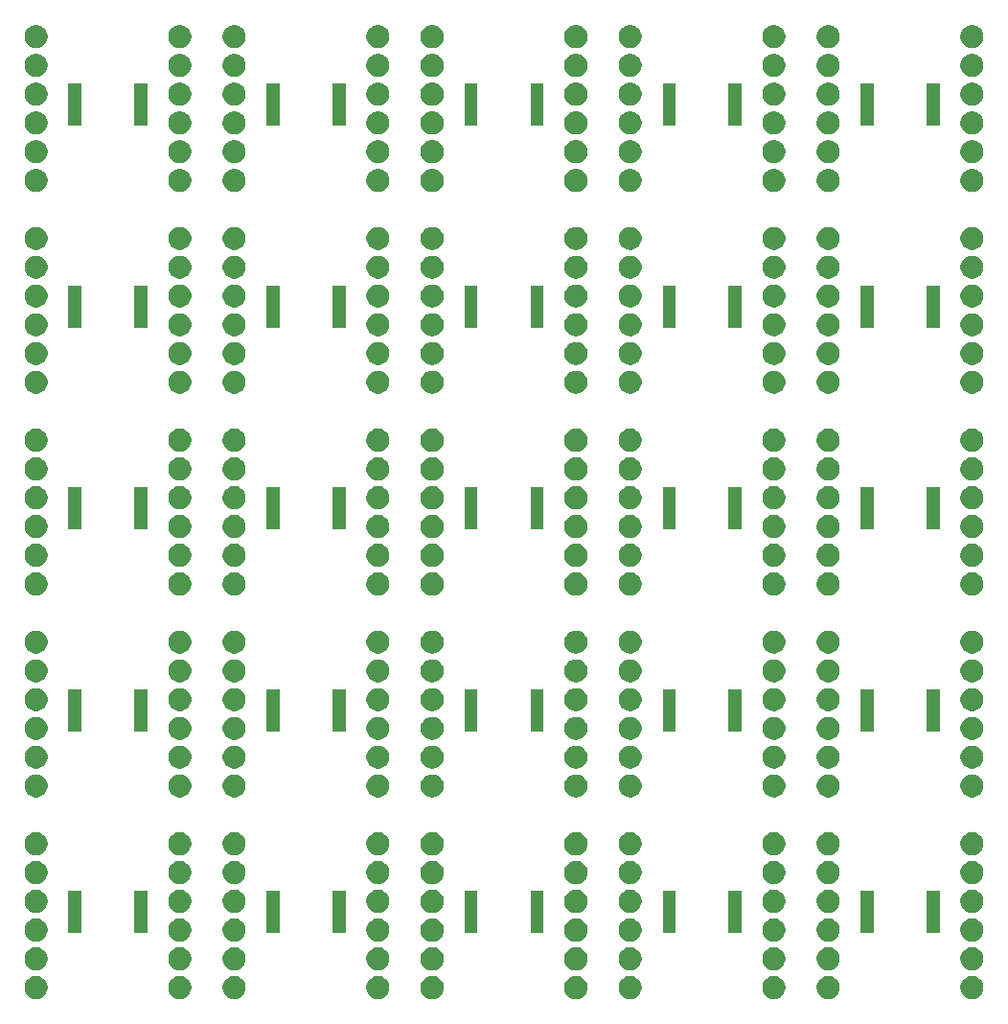
<source format=gbr>
G04 #@! TF.GenerationSoftware,KiCad,Pcbnew,5.1.5-5.1.5*
G04 #@! TF.CreationDate,2020-06-01T10:48:51+10:00*
G04 #@! TF.ProjectId,SOIC12-TSSOP12_panelized,534f4943-3132-42d5-9453-534f5031325f,rev?*
G04 #@! TF.SameCoordinates,Original*
G04 #@! TF.FileFunction,Soldermask,Bot*
G04 #@! TF.FilePolarity,Negative*
%FSLAX46Y46*%
G04 Gerber Fmt 4.6, Leading zero omitted, Abs format (unit mm)*
G04 Created by KiCad (PCBNEW 5.1.5-5.1.5) date 2020-06-01 10:48:51*
%MOMM*%
%LPD*%
G04 APERTURE LIST*
%ADD10C,0.100000*%
G04 APERTURE END LIST*
D10*
G36*
X225247034Y-181638637D02*
G01*
X225312464Y-181651652D01*
X225497364Y-181728240D01*
X225663770Y-181839429D01*
X225805287Y-181980946D01*
X225916476Y-182147352D01*
X225993064Y-182332252D01*
X226032108Y-182528541D01*
X226032108Y-182728675D01*
X225993064Y-182924964D01*
X225916476Y-183109864D01*
X225805287Y-183276270D01*
X225663770Y-183417787D01*
X225497364Y-183528976D01*
X225312464Y-183605564D01*
X225247034Y-183618579D01*
X225116177Y-183644608D01*
X224916039Y-183644608D01*
X224785182Y-183618579D01*
X224719752Y-183605564D01*
X224534852Y-183528976D01*
X224368446Y-183417787D01*
X224226929Y-183276270D01*
X224115740Y-183109864D01*
X224039152Y-182924964D01*
X224000108Y-182728675D01*
X224000108Y-182528541D01*
X224039152Y-182332252D01*
X224115740Y-182147352D01*
X224226929Y-181980946D01*
X224368446Y-181839429D01*
X224534852Y-181728240D01*
X224719752Y-181651652D01*
X224785182Y-181638637D01*
X224916039Y-181612608D01*
X225116177Y-181612608D01*
X225247034Y-181638637D01*
G37*
G36*
X212547034Y-181638637D02*
G01*
X212612464Y-181651652D01*
X212797364Y-181728240D01*
X212963770Y-181839429D01*
X213105287Y-181980946D01*
X213216476Y-182147352D01*
X213293064Y-182332252D01*
X213332108Y-182528541D01*
X213332108Y-182728675D01*
X213293064Y-182924964D01*
X213216476Y-183109864D01*
X213105287Y-183276270D01*
X212963770Y-183417787D01*
X212797364Y-183528976D01*
X212612464Y-183605564D01*
X212547034Y-183618579D01*
X212416177Y-183644608D01*
X212216039Y-183644608D01*
X212085182Y-183618579D01*
X212019752Y-183605564D01*
X211834852Y-183528976D01*
X211668446Y-183417787D01*
X211526929Y-183276270D01*
X211415740Y-183109864D01*
X211339152Y-182924964D01*
X211300108Y-182728675D01*
X211300108Y-182528541D01*
X211339152Y-182332252D01*
X211415740Y-182147352D01*
X211526929Y-181980946D01*
X211668446Y-181839429D01*
X211834852Y-181728240D01*
X212019752Y-181651652D01*
X212085182Y-181638637D01*
X212216039Y-181612608D01*
X212416177Y-181612608D01*
X212547034Y-181638637D01*
G37*
G36*
X142547026Y-181638637D02*
G01*
X142612456Y-181651652D01*
X142797356Y-181728240D01*
X142963762Y-181839429D01*
X143105279Y-181980946D01*
X143216468Y-182147352D01*
X143293056Y-182332252D01*
X143332100Y-182528541D01*
X143332100Y-182728675D01*
X143293056Y-182924964D01*
X143216468Y-183109864D01*
X143105279Y-183276270D01*
X142963762Y-183417787D01*
X142797356Y-183528976D01*
X142612456Y-183605564D01*
X142547026Y-183618579D01*
X142416169Y-183644608D01*
X142216031Y-183644608D01*
X142085174Y-183618579D01*
X142019744Y-183605564D01*
X141834844Y-183528976D01*
X141668438Y-183417787D01*
X141526921Y-183276270D01*
X141415732Y-183109864D01*
X141339144Y-182924964D01*
X141300100Y-182728675D01*
X141300100Y-182528541D01*
X141339144Y-182332252D01*
X141415732Y-182147352D01*
X141526921Y-181980946D01*
X141668438Y-181839429D01*
X141834844Y-181728240D01*
X142019744Y-181651652D01*
X142085174Y-181638637D01*
X142216031Y-181612608D01*
X142416169Y-181612608D01*
X142547026Y-181638637D01*
G37*
G36*
X160047028Y-181638637D02*
G01*
X160112458Y-181651652D01*
X160297358Y-181728240D01*
X160463764Y-181839429D01*
X160605281Y-181980946D01*
X160716470Y-182147352D01*
X160793058Y-182332252D01*
X160832102Y-182528541D01*
X160832102Y-182728675D01*
X160793058Y-182924964D01*
X160716470Y-183109864D01*
X160605281Y-183276270D01*
X160463764Y-183417787D01*
X160297358Y-183528976D01*
X160112458Y-183605564D01*
X160047028Y-183618579D01*
X159916171Y-183644608D01*
X159716033Y-183644608D01*
X159585176Y-183618579D01*
X159519746Y-183605564D01*
X159334846Y-183528976D01*
X159168440Y-183417787D01*
X159026923Y-183276270D01*
X158915734Y-183109864D01*
X158839146Y-182924964D01*
X158800102Y-182728675D01*
X158800102Y-182528541D01*
X158839146Y-182332252D01*
X158915734Y-182147352D01*
X159026923Y-181980946D01*
X159168440Y-181839429D01*
X159334846Y-181728240D01*
X159519746Y-181651652D01*
X159585176Y-181638637D01*
X159716033Y-181612608D01*
X159916171Y-181612608D01*
X160047028Y-181638637D01*
G37*
G36*
X177547030Y-181638637D02*
G01*
X177612460Y-181651652D01*
X177797360Y-181728240D01*
X177963766Y-181839429D01*
X178105283Y-181980946D01*
X178216472Y-182147352D01*
X178293060Y-182332252D01*
X178332104Y-182528541D01*
X178332104Y-182728675D01*
X178293060Y-182924964D01*
X178216472Y-183109864D01*
X178105283Y-183276270D01*
X177963766Y-183417787D01*
X177797360Y-183528976D01*
X177612460Y-183605564D01*
X177547030Y-183618579D01*
X177416173Y-183644608D01*
X177216035Y-183644608D01*
X177085178Y-183618579D01*
X177019748Y-183605564D01*
X176834848Y-183528976D01*
X176668442Y-183417787D01*
X176526925Y-183276270D01*
X176415736Y-183109864D01*
X176339148Y-182924964D01*
X176300104Y-182728675D01*
X176300104Y-182528541D01*
X176339148Y-182332252D01*
X176415736Y-182147352D01*
X176526925Y-181980946D01*
X176668442Y-181839429D01*
X176834848Y-181728240D01*
X177019748Y-181651652D01*
X177085178Y-181638637D01*
X177216035Y-181612608D01*
X177416173Y-181612608D01*
X177547030Y-181638637D01*
G37*
G36*
X195047032Y-181638637D02*
G01*
X195112462Y-181651652D01*
X195297362Y-181728240D01*
X195463768Y-181839429D01*
X195605285Y-181980946D01*
X195716474Y-182147352D01*
X195793062Y-182332252D01*
X195832106Y-182528541D01*
X195832106Y-182728675D01*
X195793062Y-182924964D01*
X195716474Y-183109864D01*
X195605285Y-183276270D01*
X195463768Y-183417787D01*
X195297362Y-183528976D01*
X195112462Y-183605564D01*
X195047032Y-183618579D01*
X194916175Y-183644608D01*
X194716037Y-183644608D01*
X194585180Y-183618579D01*
X194519750Y-183605564D01*
X194334850Y-183528976D01*
X194168444Y-183417787D01*
X194026927Y-183276270D01*
X193915738Y-183109864D01*
X193839150Y-182924964D01*
X193800106Y-182728675D01*
X193800106Y-182528541D01*
X193839150Y-182332252D01*
X193915738Y-182147352D01*
X194026927Y-181980946D01*
X194168444Y-181839429D01*
X194334850Y-181728240D01*
X194519750Y-181651652D01*
X194585180Y-181638637D01*
X194716037Y-181612608D01*
X194916175Y-181612608D01*
X195047032Y-181638637D01*
G37*
G36*
X172747028Y-181638637D02*
G01*
X172812458Y-181651652D01*
X172997358Y-181728240D01*
X173163764Y-181839429D01*
X173305281Y-181980946D01*
X173416470Y-182147352D01*
X173493058Y-182332252D01*
X173532102Y-182528541D01*
X173532102Y-182728675D01*
X173493058Y-182924964D01*
X173416470Y-183109864D01*
X173305281Y-183276270D01*
X173163764Y-183417787D01*
X172997358Y-183528976D01*
X172812458Y-183605564D01*
X172747028Y-183618579D01*
X172616171Y-183644608D01*
X172416033Y-183644608D01*
X172285176Y-183618579D01*
X172219746Y-183605564D01*
X172034846Y-183528976D01*
X171868440Y-183417787D01*
X171726923Y-183276270D01*
X171615734Y-183109864D01*
X171539146Y-182924964D01*
X171500102Y-182728675D01*
X171500102Y-182528541D01*
X171539146Y-182332252D01*
X171615734Y-182147352D01*
X171726923Y-181980946D01*
X171868440Y-181839429D01*
X172034846Y-181728240D01*
X172219746Y-181651652D01*
X172285176Y-181638637D01*
X172416033Y-181612608D01*
X172616171Y-181612608D01*
X172747028Y-181638637D01*
G37*
G36*
X190247030Y-181638637D02*
G01*
X190312460Y-181651652D01*
X190497360Y-181728240D01*
X190663766Y-181839429D01*
X190805283Y-181980946D01*
X190916472Y-182147352D01*
X190993060Y-182332252D01*
X191032104Y-182528541D01*
X191032104Y-182728675D01*
X190993060Y-182924964D01*
X190916472Y-183109864D01*
X190805283Y-183276270D01*
X190663766Y-183417787D01*
X190497360Y-183528976D01*
X190312460Y-183605564D01*
X190247030Y-183618579D01*
X190116173Y-183644608D01*
X189916035Y-183644608D01*
X189785178Y-183618579D01*
X189719748Y-183605564D01*
X189534848Y-183528976D01*
X189368442Y-183417787D01*
X189226925Y-183276270D01*
X189115736Y-183109864D01*
X189039148Y-182924964D01*
X189000104Y-182728675D01*
X189000104Y-182528541D01*
X189039148Y-182332252D01*
X189115736Y-182147352D01*
X189226925Y-181980946D01*
X189368442Y-181839429D01*
X189534848Y-181728240D01*
X189719748Y-181651652D01*
X189785178Y-181638637D01*
X189916035Y-181612608D01*
X190116173Y-181612608D01*
X190247030Y-181638637D01*
G37*
G36*
X207747032Y-181638637D02*
G01*
X207812462Y-181651652D01*
X207997362Y-181728240D01*
X208163768Y-181839429D01*
X208305285Y-181980946D01*
X208416474Y-182147352D01*
X208493062Y-182332252D01*
X208532106Y-182528541D01*
X208532106Y-182728675D01*
X208493062Y-182924964D01*
X208416474Y-183109864D01*
X208305285Y-183276270D01*
X208163768Y-183417787D01*
X207997362Y-183528976D01*
X207812462Y-183605564D01*
X207747032Y-183618579D01*
X207616175Y-183644608D01*
X207416037Y-183644608D01*
X207285180Y-183618579D01*
X207219750Y-183605564D01*
X207034850Y-183528976D01*
X206868444Y-183417787D01*
X206726927Y-183276270D01*
X206615738Y-183109864D01*
X206539150Y-182924964D01*
X206500106Y-182728675D01*
X206500106Y-182528541D01*
X206539150Y-182332252D01*
X206615738Y-182147352D01*
X206726927Y-181980946D01*
X206868444Y-181839429D01*
X207034850Y-181728240D01*
X207219750Y-181651652D01*
X207285180Y-181638637D01*
X207416037Y-181612608D01*
X207616175Y-181612608D01*
X207747032Y-181638637D01*
G37*
G36*
X155247026Y-181638637D02*
G01*
X155312456Y-181651652D01*
X155497356Y-181728240D01*
X155663762Y-181839429D01*
X155805279Y-181980946D01*
X155916468Y-182147352D01*
X155993056Y-182332252D01*
X156032100Y-182528541D01*
X156032100Y-182728675D01*
X155993056Y-182924964D01*
X155916468Y-183109864D01*
X155805279Y-183276270D01*
X155663762Y-183417787D01*
X155497356Y-183528976D01*
X155312456Y-183605564D01*
X155247026Y-183618579D01*
X155116169Y-183644608D01*
X154916031Y-183644608D01*
X154785174Y-183618579D01*
X154719744Y-183605564D01*
X154534844Y-183528976D01*
X154368438Y-183417787D01*
X154226921Y-183276270D01*
X154115732Y-183109864D01*
X154039144Y-182924964D01*
X154000100Y-182728675D01*
X154000100Y-182528541D01*
X154039144Y-182332252D01*
X154115732Y-182147352D01*
X154226921Y-181980946D01*
X154368438Y-181839429D01*
X154534844Y-181728240D01*
X154719744Y-181651652D01*
X154785174Y-181638637D01*
X154916031Y-181612608D01*
X155116169Y-181612608D01*
X155247026Y-181638637D01*
G37*
G36*
X195047032Y-179098637D02*
G01*
X195112462Y-179111652D01*
X195297362Y-179188240D01*
X195463768Y-179299429D01*
X195605285Y-179440946D01*
X195716474Y-179607352D01*
X195793062Y-179792252D01*
X195832106Y-179988541D01*
X195832106Y-180188675D01*
X195793062Y-180384964D01*
X195716474Y-180569864D01*
X195605285Y-180736270D01*
X195463768Y-180877787D01*
X195297362Y-180988976D01*
X195112462Y-181065564D01*
X195047032Y-181078579D01*
X194916175Y-181104608D01*
X194716037Y-181104608D01*
X194585180Y-181078579D01*
X194519750Y-181065564D01*
X194334850Y-180988976D01*
X194168444Y-180877787D01*
X194026927Y-180736270D01*
X193915738Y-180569864D01*
X193839150Y-180384964D01*
X193800106Y-180188675D01*
X193800106Y-179988541D01*
X193839150Y-179792252D01*
X193915738Y-179607352D01*
X194026927Y-179440946D01*
X194168444Y-179299429D01*
X194334850Y-179188240D01*
X194519750Y-179111652D01*
X194585180Y-179098637D01*
X194716037Y-179072608D01*
X194916175Y-179072608D01*
X195047032Y-179098637D01*
G37*
G36*
X155247026Y-179098637D02*
G01*
X155312456Y-179111652D01*
X155497356Y-179188240D01*
X155663762Y-179299429D01*
X155805279Y-179440946D01*
X155916468Y-179607352D01*
X155993056Y-179792252D01*
X156032100Y-179988541D01*
X156032100Y-180188675D01*
X155993056Y-180384964D01*
X155916468Y-180569864D01*
X155805279Y-180736270D01*
X155663762Y-180877787D01*
X155497356Y-180988976D01*
X155312456Y-181065564D01*
X155247026Y-181078579D01*
X155116169Y-181104608D01*
X154916031Y-181104608D01*
X154785174Y-181078579D01*
X154719744Y-181065564D01*
X154534844Y-180988976D01*
X154368438Y-180877787D01*
X154226921Y-180736270D01*
X154115732Y-180569864D01*
X154039144Y-180384964D01*
X154000100Y-180188675D01*
X154000100Y-179988541D01*
X154039144Y-179792252D01*
X154115732Y-179607352D01*
X154226921Y-179440946D01*
X154368438Y-179299429D01*
X154534844Y-179188240D01*
X154719744Y-179111652D01*
X154785174Y-179098637D01*
X154916031Y-179072608D01*
X155116169Y-179072608D01*
X155247026Y-179098637D01*
G37*
G36*
X172747028Y-179098637D02*
G01*
X172812458Y-179111652D01*
X172997358Y-179188240D01*
X173163764Y-179299429D01*
X173305281Y-179440946D01*
X173416470Y-179607352D01*
X173493058Y-179792252D01*
X173532102Y-179988541D01*
X173532102Y-180188675D01*
X173493058Y-180384964D01*
X173416470Y-180569864D01*
X173305281Y-180736270D01*
X173163764Y-180877787D01*
X172997358Y-180988976D01*
X172812458Y-181065564D01*
X172747028Y-181078579D01*
X172616171Y-181104608D01*
X172416033Y-181104608D01*
X172285176Y-181078579D01*
X172219746Y-181065564D01*
X172034846Y-180988976D01*
X171868440Y-180877787D01*
X171726923Y-180736270D01*
X171615734Y-180569864D01*
X171539146Y-180384964D01*
X171500102Y-180188675D01*
X171500102Y-179988541D01*
X171539146Y-179792252D01*
X171615734Y-179607352D01*
X171726923Y-179440946D01*
X171868440Y-179299429D01*
X172034846Y-179188240D01*
X172219746Y-179111652D01*
X172285176Y-179098637D01*
X172416033Y-179072608D01*
X172616171Y-179072608D01*
X172747028Y-179098637D01*
G37*
G36*
X160047028Y-179098637D02*
G01*
X160112458Y-179111652D01*
X160297358Y-179188240D01*
X160463764Y-179299429D01*
X160605281Y-179440946D01*
X160716470Y-179607352D01*
X160793058Y-179792252D01*
X160832102Y-179988541D01*
X160832102Y-180188675D01*
X160793058Y-180384964D01*
X160716470Y-180569864D01*
X160605281Y-180736270D01*
X160463764Y-180877787D01*
X160297358Y-180988976D01*
X160112458Y-181065564D01*
X160047028Y-181078579D01*
X159916171Y-181104608D01*
X159716033Y-181104608D01*
X159585176Y-181078579D01*
X159519746Y-181065564D01*
X159334846Y-180988976D01*
X159168440Y-180877787D01*
X159026923Y-180736270D01*
X158915734Y-180569864D01*
X158839146Y-180384964D01*
X158800102Y-180188675D01*
X158800102Y-179988541D01*
X158839146Y-179792252D01*
X158915734Y-179607352D01*
X159026923Y-179440946D01*
X159168440Y-179299429D01*
X159334846Y-179188240D01*
X159519746Y-179111652D01*
X159585176Y-179098637D01*
X159716033Y-179072608D01*
X159916171Y-179072608D01*
X160047028Y-179098637D01*
G37*
G36*
X177547030Y-179098637D02*
G01*
X177612460Y-179111652D01*
X177797360Y-179188240D01*
X177963766Y-179299429D01*
X178105283Y-179440946D01*
X178216472Y-179607352D01*
X178293060Y-179792252D01*
X178332104Y-179988541D01*
X178332104Y-180188675D01*
X178293060Y-180384964D01*
X178216472Y-180569864D01*
X178105283Y-180736270D01*
X177963766Y-180877787D01*
X177797360Y-180988976D01*
X177612460Y-181065564D01*
X177547030Y-181078579D01*
X177416173Y-181104608D01*
X177216035Y-181104608D01*
X177085178Y-181078579D01*
X177019748Y-181065564D01*
X176834848Y-180988976D01*
X176668442Y-180877787D01*
X176526925Y-180736270D01*
X176415736Y-180569864D01*
X176339148Y-180384964D01*
X176300104Y-180188675D01*
X176300104Y-179988541D01*
X176339148Y-179792252D01*
X176415736Y-179607352D01*
X176526925Y-179440946D01*
X176668442Y-179299429D01*
X176834848Y-179188240D01*
X177019748Y-179111652D01*
X177085178Y-179098637D01*
X177216035Y-179072608D01*
X177416173Y-179072608D01*
X177547030Y-179098637D01*
G37*
G36*
X225247034Y-179098637D02*
G01*
X225312464Y-179111652D01*
X225497364Y-179188240D01*
X225663770Y-179299429D01*
X225805287Y-179440946D01*
X225916476Y-179607352D01*
X225993064Y-179792252D01*
X226032108Y-179988541D01*
X226032108Y-180188675D01*
X225993064Y-180384964D01*
X225916476Y-180569864D01*
X225805287Y-180736270D01*
X225663770Y-180877787D01*
X225497364Y-180988976D01*
X225312464Y-181065564D01*
X225247034Y-181078579D01*
X225116177Y-181104608D01*
X224916039Y-181104608D01*
X224785182Y-181078579D01*
X224719752Y-181065564D01*
X224534852Y-180988976D01*
X224368446Y-180877787D01*
X224226929Y-180736270D01*
X224115740Y-180569864D01*
X224039152Y-180384964D01*
X224000108Y-180188675D01*
X224000108Y-179988541D01*
X224039152Y-179792252D01*
X224115740Y-179607352D01*
X224226929Y-179440946D01*
X224368446Y-179299429D01*
X224534852Y-179188240D01*
X224719752Y-179111652D01*
X224785182Y-179098637D01*
X224916039Y-179072608D01*
X225116177Y-179072608D01*
X225247034Y-179098637D01*
G37*
G36*
X207747032Y-179098637D02*
G01*
X207812462Y-179111652D01*
X207997362Y-179188240D01*
X208163768Y-179299429D01*
X208305285Y-179440946D01*
X208416474Y-179607352D01*
X208493062Y-179792252D01*
X208532106Y-179988541D01*
X208532106Y-180188675D01*
X208493062Y-180384964D01*
X208416474Y-180569864D01*
X208305285Y-180736270D01*
X208163768Y-180877787D01*
X207997362Y-180988976D01*
X207812462Y-181065564D01*
X207747032Y-181078579D01*
X207616175Y-181104608D01*
X207416037Y-181104608D01*
X207285180Y-181078579D01*
X207219750Y-181065564D01*
X207034850Y-180988976D01*
X206868444Y-180877787D01*
X206726927Y-180736270D01*
X206615738Y-180569864D01*
X206539150Y-180384964D01*
X206500106Y-180188675D01*
X206500106Y-179988541D01*
X206539150Y-179792252D01*
X206615738Y-179607352D01*
X206726927Y-179440946D01*
X206868444Y-179299429D01*
X207034850Y-179188240D01*
X207219750Y-179111652D01*
X207285180Y-179098637D01*
X207416037Y-179072608D01*
X207616175Y-179072608D01*
X207747032Y-179098637D01*
G37*
G36*
X212547034Y-179098637D02*
G01*
X212612464Y-179111652D01*
X212797364Y-179188240D01*
X212963770Y-179299429D01*
X213105287Y-179440946D01*
X213216476Y-179607352D01*
X213293064Y-179792252D01*
X213332108Y-179988541D01*
X213332108Y-180188675D01*
X213293064Y-180384964D01*
X213216476Y-180569864D01*
X213105287Y-180736270D01*
X212963770Y-180877787D01*
X212797364Y-180988976D01*
X212612464Y-181065564D01*
X212547034Y-181078579D01*
X212416177Y-181104608D01*
X212216039Y-181104608D01*
X212085182Y-181078579D01*
X212019752Y-181065564D01*
X211834852Y-180988976D01*
X211668446Y-180877787D01*
X211526929Y-180736270D01*
X211415740Y-180569864D01*
X211339152Y-180384964D01*
X211300108Y-180188675D01*
X211300108Y-179988541D01*
X211339152Y-179792252D01*
X211415740Y-179607352D01*
X211526929Y-179440946D01*
X211668446Y-179299429D01*
X211834852Y-179188240D01*
X212019752Y-179111652D01*
X212085182Y-179098637D01*
X212216039Y-179072608D01*
X212416177Y-179072608D01*
X212547034Y-179098637D01*
G37*
G36*
X142547026Y-179098637D02*
G01*
X142612456Y-179111652D01*
X142797356Y-179188240D01*
X142963762Y-179299429D01*
X143105279Y-179440946D01*
X143216468Y-179607352D01*
X143293056Y-179792252D01*
X143332100Y-179988541D01*
X143332100Y-180188675D01*
X143293056Y-180384964D01*
X143216468Y-180569864D01*
X143105279Y-180736270D01*
X142963762Y-180877787D01*
X142797356Y-180988976D01*
X142612456Y-181065564D01*
X142547026Y-181078579D01*
X142416169Y-181104608D01*
X142216031Y-181104608D01*
X142085174Y-181078579D01*
X142019744Y-181065564D01*
X141834844Y-180988976D01*
X141668438Y-180877787D01*
X141526921Y-180736270D01*
X141415732Y-180569864D01*
X141339144Y-180384964D01*
X141300100Y-180188675D01*
X141300100Y-179988541D01*
X141339144Y-179792252D01*
X141415732Y-179607352D01*
X141526921Y-179440946D01*
X141668438Y-179299429D01*
X141834844Y-179188240D01*
X142019744Y-179111652D01*
X142085174Y-179098637D01*
X142216031Y-179072608D01*
X142416169Y-179072608D01*
X142547026Y-179098637D01*
G37*
G36*
X190247030Y-179098637D02*
G01*
X190312460Y-179111652D01*
X190497360Y-179188240D01*
X190663766Y-179299429D01*
X190805283Y-179440946D01*
X190916472Y-179607352D01*
X190993060Y-179792252D01*
X191032104Y-179988541D01*
X191032104Y-180188675D01*
X190993060Y-180384964D01*
X190916472Y-180569864D01*
X190805283Y-180736270D01*
X190663766Y-180877787D01*
X190497360Y-180988976D01*
X190312460Y-181065564D01*
X190247030Y-181078579D01*
X190116173Y-181104608D01*
X189916035Y-181104608D01*
X189785178Y-181078579D01*
X189719748Y-181065564D01*
X189534848Y-180988976D01*
X189368442Y-180877787D01*
X189226925Y-180736270D01*
X189115736Y-180569864D01*
X189039148Y-180384964D01*
X189000104Y-180188675D01*
X189000104Y-179988541D01*
X189039148Y-179792252D01*
X189115736Y-179607352D01*
X189226925Y-179440946D01*
X189368442Y-179299429D01*
X189534848Y-179188240D01*
X189719748Y-179111652D01*
X189785178Y-179098637D01*
X189916035Y-179072608D01*
X190116173Y-179072608D01*
X190247030Y-179098637D01*
G37*
G36*
X225247034Y-176558637D02*
G01*
X225312464Y-176571652D01*
X225497364Y-176648240D01*
X225663770Y-176759429D01*
X225805287Y-176900946D01*
X225916476Y-177067352D01*
X225993064Y-177252252D01*
X226032108Y-177448541D01*
X226032108Y-177648675D01*
X225993064Y-177844964D01*
X225916476Y-178029864D01*
X225805287Y-178196270D01*
X225663770Y-178337787D01*
X225497364Y-178448976D01*
X225312464Y-178525564D01*
X225247034Y-178538579D01*
X225116177Y-178564608D01*
X224916039Y-178564608D01*
X224785182Y-178538579D01*
X224719752Y-178525564D01*
X224534852Y-178448976D01*
X224368446Y-178337787D01*
X224226929Y-178196270D01*
X224115740Y-178029864D01*
X224039152Y-177844964D01*
X224000108Y-177648675D01*
X224000108Y-177448541D01*
X224039152Y-177252252D01*
X224115740Y-177067352D01*
X224226929Y-176900946D01*
X224368446Y-176759429D01*
X224534852Y-176648240D01*
X224719752Y-176571652D01*
X224785182Y-176558637D01*
X224916039Y-176532608D01*
X225116177Y-176532608D01*
X225247034Y-176558637D01*
G37*
G36*
X195047032Y-176558637D02*
G01*
X195112462Y-176571652D01*
X195297362Y-176648240D01*
X195463768Y-176759429D01*
X195605285Y-176900946D01*
X195716474Y-177067352D01*
X195793062Y-177252252D01*
X195832106Y-177448541D01*
X195832106Y-177648675D01*
X195793062Y-177844964D01*
X195716474Y-178029864D01*
X195605285Y-178196270D01*
X195463768Y-178337787D01*
X195297362Y-178448976D01*
X195112462Y-178525564D01*
X195047032Y-178538579D01*
X194916175Y-178564608D01*
X194716037Y-178564608D01*
X194585180Y-178538579D01*
X194519750Y-178525564D01*
X194334850Y-178448976D01*
X194168444Y-178337787D01*
X194026927Y-178196270D01*
X193915738Y-178029864D01*
X193839150Y-177844964D01*
X193800106Y-177648675D01*
X193800106Y-177448541D01*
X193839150Y-177252252D01*
X193915738Y-177067352D01*
X194026927Y-176900946D01*
X194168444Y-176759429D01*
X194334850Y-176648240D01*
X194519750Y-176571652D01*
X194585180Y-176558637D01*
X194716037Y-176532608D01*
X194916175Y-176532608D01*
X195047032Y-176558637D01*
G37*
G36*
X177547030Y-176558637D02*
G01*
X177612460Y-176571652D01*
X177797360Y-176648240D01*
X177963766Y-176759429D01*
X178105283Y-176900946D01*
X178216472Y-177067352D01*
X178293060Y-177252252D01*
X178332104Y-177448541D01*
X178332104Y-177648675D01*
X178293060Y-177844964D01*
X178216472Y-178029864D01*
X178105283Y-178196270D01*
X177963766Y-178337787D01*
X177797360Y-178448976D01*
X177612460Y-178525564D01*
X177547030Y-178538579D01*
X177416173Y-178564608D01*
X177216035Y-178564608D01*
X177085178Y-178538579D01*
X177019748Y-178525564D01*
X176834848Y-178448976D01*
X176668442Y-178337787D01*
X176526925Y-178196270D01*
X176415736Y-178029864D01*
X176339148Y-177844964D01*
X176300104Y-177648675D01*
X176300104Y-177448541D01*
X176339148Y-177252252D01*
X176415736Y-177067352D01*
X176526925Y-176900946D01*
X176668442Y-176759429D01*
X176834848Y-176648240D01*
X177019748Y-176571652D01*
X177085178Y-176558637D01*
X177216035Y-176532608D01*
X177416173Y-176532608D01*
X177547030Y-176558637D01*
G37*
G36*
X190247030Y-176558637D02*
G01*
X190312460Y-176571652D01*
X190497360Y-176648240D01*
X190663766Y-176759429D01*
X190805283Y-176900946D01*
X190916472Y-177067352D01*
X190993060Y-177252252D01*
X191032104Y-177448541D01*
X191032104Y-177648675D01*
X190993060Y-177844964D01*
X190916472Y-178029864D01*
X190805283Y-178196270D01*
X190663766Y-178337787D01*
X190497360Y-178448976D01*
X190312460Y-178525564D01*
X190247030Y-178538579D01*
X190116173Y-178564608D01*
X189916035Y-178564608D01*
X189785178Y-178538579D01*
X189719748Y-178525564D01*
X189534848Y-178448976D01*
X189368442Y-178337787D01*
X189226925Y-178196270D01*
X189115736Y-178029864D01*
X189039148Y-177844964D01*
X189000104Y-177648675D01*
X189000104Y-177448541D01*
X189039148Y-177252252D01*
X189115736Y-177067352D01*
X189226925Y-176900946D01*
X189368442Y-176759429D01*
X189534848Y-176648240D01*
X189719748Y-176571652D01*
X189785178Y-176558637D01*
X189916035Y-176532608D01*
X190116173Y-176532608D01*
X190247030Y-176558637D01*
G37*
G36*
X142547026Y-176558637D02*
G01*
X142612456Y-176571652D01*
X142797356Y-176648240D01*
X142963762Y-176759429D01*
X143105279Y-176900946D01*
X143216468Y-177067352D01*
X143293056Y-177252252D01*
X143332100Y-177448541D01*
X143332100Y-177648675D01*
X143293056Y-177844964D01*
X143216468Y-178029864D01*
X143105279Y-178196270D01*
X142963762Y-178337787D01*
X142797356Y-178448976D01*
X142612456Y-178525564D01*
X142547026Y-178538579D01*
X142416169Y-178564608D01*
X142216031Y-178564608D01*
X142085174Y-178538579D01*
X142019744Y-178525564D01*
X141834844Y-178448976D01*
X141668438Y-178337787D01*
X141526921Y-178196270D01*
X141415732Y-178029864D01*
X141339144Y-177844964D01*
X141300100Y-177648675D01*
X141300100Y-177448541D01*
X141339144Y-177252252D01*
X141415732Y-177067352D01*
X141526921Y-176900946D01*
X141668438Y-176759429D01*
X141834844Y-176648240D01*
X142019744Y-176571652D01*
X142085174Y-176558637D01*
X142216031Y-176532608D01*
X142416169Y-176532608D01*
X142547026Y-176558637D01*
G37*
G36*
X155247026Y-176558637D02*
G01*
X155312456Y-176571652D01*
X155497356Y-176648240D01*
X155663762Y-176759429D01*
X155805279Y-176900946D01*
X155916468Y-177067352D01*
X155993056Y-177252252D01*
X156032100Y-177448541D01*
X156032100Y-177648675D01*
X155993056Y-177844964D01*
X155916468Y-178029864D01*
X155805279Y-178196270D01*
X155663762Y-178337787D01*
X155497356Y-178448976D01*
X155312456Y-178525564D01*
X155247026Y-178538579D01*
X155116169Y-178564608D01*
X154916031Y-178564608D01*
X154785174Y-178538579D01*
X154719744Y-178525564D01*
X154534844Y-178448976D01*
X154368438Y-178337787D01*
X154226921Y-178196270D01*
X154115732Y-178029864D01*
X154039144Y-177844964D01*
X154000100Y-177648675D01*
X154000100Y-177448541D01*
X154039144Y-177252252D01*
X154115732Y-177067352D01*
X154226921Y-176900946D01*
X154368438Y-176759429D01*
X154534844Y-176648240D01*
X154719744Y-176571652D01*
X154785174Y-176558637D01*
X154916031Y-176532608D01*
X155116169Y-176532608D01*
X155247026Y-176558637D01*
G37*
G36*
X207747032Y-176558637D02*
G01*
X207812462Y-176571652D01*
X207997362Y-176648240D01*
X208163768Y-176759429D01*
X208305285Y-176900946D01*
X208416474Y-177067352D01*
X208493062Y-177252252D01*
X208532106Y-177448541D01*
X208532106Y-177648675D01*
X208493062Y-177844964D01*
X208416474Y-178029864D01*
X208305285Y-178196270D01*
X208163768Y-178337787D01*
X207997362Y-178448976D01*
X207812462Y-178525564D01*
X207747032Y-178538579D01*
X207616175Y-178564608D01*
X207416037Y-178564608D01*
X207285180Y-178538579D01*
X207219750Y-178525564D01*
X207034850Y-178448976D01*
X206868444Y-178337787D01*
X206726927Y-178196270D01*
X206615738Y-178029864D01*
X206539150Y-177844964D01*
X206500106Y-177648675D01*
X206500106Y-177448541D01*
X206539150Y-177252252D01*
X206615738Y-177067352D01*
X206726927Y-176900946D01*
X206868444Y-176759429D01*
X207034850Y-176648240D01*
X207219750Y-176571652D01*
X207285180Y-176558637D01*
X207416037Y-176532608D01*
X207616175Y-176532608D01*
X207747032Y-176558637D01*
G37*
G36*
X172747028Y-176558637D02*
G01*
X172812458Y-176571652D01*
X172997358Y-176648240D01*
X173163764Y-176759429D01*
X173305281Y-176900946D01*
X173416470Y-177067352D01*
X173493058Y-177252252D01*
X173532102Y-177448541D01*
X173532102Y-177648675D01*
X173493058Y-177844964D01*
X173416470Y-178029864D01*
X173305281Y-178196270D01*
X173163764Y-178337787D01*
X172997358Y-178448976D01*
X172812458Y-178525564D01*
X172747028Y-178538579D01*
X172616171Y-178564608D01*
X172416033Y-178564608D01*
X172285176Y-178538579D01*
X172219746Y-178525564D01*
X172034846Y-178448976D01*
X171868440Y-178337787D01*
X171726923Y-178196270D01*
X171615734Y-178029864D01*
X171539146Y-177844964D01*
X171500102Y-177648675D01*
X171500102Y-177448541D01*
X171539146Y-177252252D01*
X171615734Y-177067352D01*
X171726923Y-176900946D01*
X171868440Y-176759429D01*
X172034846Y-176648240D01*
X172219746Y-176571652D01*
X172285176Y-176558637D01*
X172416033Y-176532608D01*
X172616171Y-176532608D01*
X172747028Y-176558637D01*
G37*
G36*
X212547034Y-176558637D02*
G01*
X212612464Y-176571652D01*
X212797364Y-176648240D01*
X212963770Y-176759429D01*
X213105287Y-176900946D01*
X213216476Y-177067352D01*
X213293064Y-177252252D01*
X213332108Y-177448541D01*
X213332108Y-177648675D01*
X213293064Y-177844964D01*
X213216476Y-178029864D01*
X213105287Y-178196270D01*
X212963770Y-178337787D01*
X212797364Y-178448976D01*
X212612464Y-178525564D01*
X212547034Y-178538579D01*
X212416177Y-178564608D01*
X212216039Y-178564608D01*
X212085182Y-178538579D01*
X212019752Y-178525564D01*
X211834852Y-178448976D01*
X211668446Y-178337787D01*
X211526929Y-178196270D01*
X211415740Y-178029864D01*
X211339152Y-177844964D01*
X211300108Y-177648675D01*
X211300108Y-177448541D01*
X211339152Y-177252252D01*
X211415740Y-177067352D01*
X211526929Y-176900946D01*
X211668446Y-176759429D01*
X211834852Y-176648240D01*
X212019752Y-176571652D01*
X212085182Y-176558637D01*
X212216039Y-176532608D01*
X212416177Y-176532608D01*
X212547034Y-176558637D01*
G37*
G36*
X160047028Y-176558637D02*
G01*
X160112458Y-176571652D01*
X160297358Y-176648240D01*
X160463764Y-176759429D01*
X160605281Y-176900946D01*
X160716470Y-177067352D01*
X160793058Y-177252252D01*
X160832102Y-177448541D01*
X160832102Y-177648675D01*
X160793058Y-177844964D01*
X160716470Y-178029864D01*
X160605281Y-178196270D01*
X160463764Y-178337787D01*
X160297358Y-178448976D01*
X160112458Y-178525564D01*
X160047028Y-178538579D01*
X159916171Y-178564608D01*
X159716033Y-178564608D01*
X159585176Y-178538579D01*
X159519746Y-178525564D01*
X159334846Y-178448976D01*
X159168440Y-178337787D01*
X159026923Y-178196270D01*
X158915734Y-178029864D01*
X158839146Y-177844964D01*
X158800102Y-177648675D01*
X158800102Y-177448541D01*
X158839146Y-177252252D01*
X158915734Y-177067352D01*
X159026923Y-176900946D01*
X159168440Y-176759429D01*
X159334846Y-176648240D01*
X159519746Y-176571652D01*
X159585176Y-176558637D01*
X159716033Y-176532608D01*
X159916171Y-176532608D01*
X160047028Y-176558637D01*
G37*
G36*
X222155408Y-177807208D02*
G01*
X221012408Y-177807208D01*
X221012408Y-174100008D01*
X222155408Y-174100008D01*
X222155408Y-177807208D01*
G37*
G36*
X216319808Y-177807208D02*
G01*
X215176808Y-177807208D01*
X215176808Y-174100008D01*
X216319808Y-174100008D01*
X216319808Y-177807208D01*
G37*
G36*
X187155404Y-177807208D02*
G01*
X186012404Y-177807208D01*
X186012404Y-174100008D01*
X187155404Y-174100008D01*
X187155404Y-177807208D01*
G37*
G36*
X181319804Y-177807208D02*
G01*
X180176804Y-177807208D01*
X180176804Y-174100008D01*
X181319804Y-174100008D01*
X181319804Y-177807208D01*
G37*
G36*
X152155400Y-177807208D02*
G01*
X151012400Y-177807208D01*
X151012400Y-174100008D01*
X152155400Y-174100008D01*
X152155400Y-177807208D01*
G37*
G36*
X204655406Y-177807208D02*
G01*
X203512406Y-177807208D01*
X203512406Y-174100008D01*
X204655406Y-174100008D01*
X204655406Y-177807208D01*
G37*
G36*
X198819806Y-177807208D02*
G01*
X197676806Y-177807208D01*
X197676806Y-174100008D01*
X198819806Y-174100008D01*
X198819806Y-177807208D01*
G37*
G36*
X163819802Y-177807208D02*
G01*
X162676802Y-177807208D01*
X162676802Y-174100008D01*
X163819802Y-174100008D01*
X163819802Y-177807208D01*
G37*
G36*
X169655402Y-177807208D02*
G01*
X168512402Y-177807208D01*
X168512402Y-174100008D01*
X169655402Y-174100008D01*
X169655402Y-177807208D01*
G37*
G36*
X146319800Y-177807208D02*
G01*
X145176800Y-177807208D01*
X145176800Y-174100008D01*
X146319800Y-174100008D01*
X146319800Y-177807208D01*
G37*
G36*
X195047032Y-174018637D02*
G01*
X195112462Y-174031652D01*
X195297362Y-174108240D01*
X195463768Y-174219429D01*
X195605285Y-174360946D01*
X195716474Y-174527352D01*
X195793062Y-174712252D01*
X195832106Y-174908541D01*
X195832106Y-175108675D01*
X195793062Y-175304964D01*
X195716474Y-175489864D01*
X195605285Y-175656270D01*
X195463768Y-175797787D01*
X195297362Y-175908976D01*
X195112462Y-175985564D01*
X195047032Y-175998579D01*
X194916175Y-176024608D01*
X194716037Y-176024608D01*
X194585180Y-175998579D01*
X194519750Y-175985564D01*
X194334850Y-175908976D01*
X194168444Y-175797787D01*
X194026927Y-175656270D01*
X193915738Y-175489864D01*
X193839150Y-175304964D01*
X193800106Y-175108675D01*
X193800106Y-174908541D01*
X193839150Y-174712252D01*
X193915738Y-174527352D01*
X194026927Y-174360946D01*
X194168444Y-174219429D01*
X194334850Y-174108240D01*
X194519750Y-174031652D01*
X194585180Y-174018637D01*
X194716037Y-173992608D01*
X194916175Y-173992608D01*
X195047032Y-174018637D01*
G37*
G36*
X177547030Y-174018637D02*
G01*
X177612460Y-174031652D01*
X177797360Y-174108240D01*
X177963766Y-174219429D01*
X178105283Y-174360946D01*
X178216472Y-174527352D01*
X178293060Y-174712252D01*
X178332104Y-174908541D01*
X178332104Y-175108675D01*
X178293060Y-175304964D01*
X178216472Y-175489864D01*
X178105283Y-175656270D01*
X177963766Y-175797787D01*
X177797360Y-175908976D01*
X177612460Y-175985564D01*
X177547030Y-175998579D01*
X177416173Y-176024608D01*
X177216035Y-176024608D01*
X177085178Y-175998579D01*
X177019748Y-175985564D01*
X176834848Y-175908976D01*
X176668442Y-175797787D01*
X176526925Y-175656270D01*
X176415736Y-175489864D01*
X176339148Y-175304964D01*
X176300104Y-175108675D01*
X176300104Y-174908541D01*
X176339148Y-174712252D01*
X176415736Y-174527352D01*
X176526925Y-174360946D01*
X176668442Y-174219429D01*
X176834848Y-174108240D01*
X177019748Y-174031652D01*
X177085178Y-174018637D01*
X177216035Y-173992608D01*
X177416173Y-173992608D01*
X177547030Y-174018637D01*
G37*
G36*
X212547034Y-174018637D02*
G01*
X212612464Y-174031652D01*
X212797364Y-174108240D01*
X212963770Y-174219429D01*
X213105287Y-174360946D01*
X213216476Y-174527352D01*
X213293064Y-174712252D01*
X213332108Y-174908541D01*
X213332108Y-175108675D01*
X213293064Y-175304964D01*
X213216476Y-175489864D01*
X213105287Y-175656270D01*
X212963770Y-175797787D01*
X212797364Y-175908976D01*
X212612464Y-175985564D01*
X212547034Y-175998579D01*
X212416177Y-176024608D01*
X212216039Y-176024608D01*
X212085182Y-175998579D01*
X212019752Y-175985564D01*
X211834852Y-175908976D01*
X211668446Y-175797787D01*
X211526929Y-175656270D01*
X211415740Y-175489864D01*
X211339152Y-175304964D01*
X211300108Y-175108675D01*
X211300108Y-174908541D01*
X211339152Y-174712252D01*
X211415740Y-174527352D01*
X211526929Y-174360946D01*
X211668446Y-174219429D01*
X211834852Y-174108240D01*
X212019752Y-174031652D01*
X212085182Y-174018637D01*
X212216039Y-173992608D01*
X212416177Y-173992608D01*
X212547034Y-174018637D01*
G37*
G36*
X172747028Y-174018637D02*
G01*
X172812458Y-174031652D01*
X172997358Y-174108240D01*
X173163764Y-174219429D01*
X173305281Y-174360946D01*
X173416470Y-174527352D01*
X173493058Y-174712252D01*
X173532102Y-174908541D01*
X173532102Y-175108675D01*
X173493058Y-175304964D01*
X173416470Y-175489864D01*
X173305281Y-175656270D01*
X173163764Y-175797787D01*
X172997358Y-175908976D01*
X172812458Y-175985564D01*
X172747028Y-175998579D01*
X172616171Y-176024608D01*
X172416033Y-176024608D01*
X172285176Y-175998579D01*
X172219746Y-175985564D01*
X172034846Y-175908976D01*
X171868440Y-175797787D01*
X171726923Y-175656270D01*
X171615734Y-175489864D01*
X171539146Y-175304964D01*
X171500102Y-175108675D01*
X171500102Y-174908541D01*
X171539146Y-174712252D01*
X171615734Y-174527352D01*
X171726923Y-174360946D01*
X171868440Y-174219429D01*
X172034846Y-174108240D01*
X172219746Y-174031652D01*
X172285176Y-174018637D01*
X172416033Y-173992608D01*
X172616171Y-173992608D01*
X172747028Y-174018637D01*
G37*
G36*
X160047028Y-174018637D02*
G01*
X160112458Y-174031652D01*
X160297358Y-174108240D01*
X160463764Y-174219429D01*
X160605281Y-174360946D01*
X160716470Y-174527352D01*
X160793058Y-174712252D01*
X160832102Y-174908541D01*
X160832102Y-175108675D01*
X160793058Y-175304964D01*
X160716470Y-175489864D01*
X160605281Y-175656270D01*
X160463764Y-175797787D01*
X160297358Y-175908976D01*
X160112458Y-175985564D01*
X160047028Y-175998579D01*
X159916171Y-176024608D01*
X159716033Y-176024608D01*
X159585176Y-175998579D01*
X159519746Y-175985564D01*
X159334846Y-175908976D01*
X159168440Y-175797787D01*
X159026923Y-175656270D01*
X158915734Y-175489864D01*
X158839146Y-175304964D01*
X158800102Y-175108675D01*
X158800102Y-174908541D01*
X158839146Y-174712252D01*
X158915734Y-174527352D01*
X159026923Y-174360946D01*
X159168440Y-174219429D01*
X159334846Y-174108240D01*
X159519746Y-174031652D01*
X159585176Y-174018637D01*
X159716033Y-173992608D01*
X159916171Y-173992608D01*
X160047028Y-174018637D01*
G37*
G36*
X190247030Y-174018637D02*
G01*
X190312460Y-174031652D01*
X190497360Y-174108240D01*
X190663766Y-174219429D01*
X190805283Y-174360946D01*
X190916472Y-174527352D01*
X190993060Y-174712252D01*
X191032104Y-174908541D01*
X191032104Y-175108675D01*
X190993060Y-175304964D01*
X190916472Y-175489864D01*
X190805283Y-175656270D01*
X190663766Y-175797787D01*
X190497360Y-175908976D01*
X190312460Y-175985564D01*
X190247030Y-175998579D01*
X190116173Y-176024608D01*
X189916035Y-176024608D01*
X189785178Y-175998579D01*
X189719748Y-175985564D01*
X189534848Y-175908976D01*
X189368442Y-175797787D01*
X189226925Y-175656270D01*
X189115736Y-175489864D01*
X189039148Y-175304964D01*
X189000104Y-175108675D01*
X189000104Y-174908541D01*
X189039148Y-174712252D01*
X189115736Y-174527352D01*
X189226925Y-174360946D01*
X189368442Y-174219429D01*
X189534848Y-174108240D01*
X189719748Y-174031652D01*
X189785178Y-174018637D01*
X189916035Y-173992608D01*
X190116173Y-173992608D01*
X190247030Y-174018637D01*
G37*
G36*
X207747032Y-174018637D02*
G01*
X207812462Y-174031652D01*
X207997362Y-174108240D01*
X208163768Y-174219429D01*
X208305285Y-174360946D01*
X208416474Y-174527352D01*
X208493062Y-174712252D01*
X208532106Y-174908541D01*
X208532106Y-175108675D01*
X208493062Y-175304964D01*
X208416474Y-175489864D01*
X208305285Y-175656270D01*
X208163768Y-175797787D01*
X207997362Y-175908976D01*
X207812462Y-175985564D01*
X207747032Y-175998579D01*
X207616175Y-176024608D01*
X207416037Y-176024608D01*
X207285180Y-175998579D01*
X207219750Y-175985564D01*
X207034850Y-175908976D01*
X206868444Y-175797787D01*
X206726927Y-175656270D01*
X206615738Y-175489864D01*
X206539150Y-175304964D01*
X206500106Y-175108675D01*
X206500106Y-174908541D01*
X206539150Y-174712252D01*
X206615738Y-174527352D01*
X206726927Y-174360946D01*
X206868444Y-174219429D01*
X207034850Y-174108240D01*
X207219750Y-174031652D01*
X207285180Y-174018637D01*
X207416037Y-173992608D01*
X207616175Y-173992608D01*
X207747032Y-174018637D01*
G37*
G36*
X225247034Y-174018637D02*
G01*
X225312464Y-174031652D01*
X225497364Y-174108240D01*
X225663770Y-174219429D01*
X225805287Y-174360946D01*
X225916476Y-174527352D01*
X225993064Y-174712252D01*
X226032108Y-174908541D01*
X226032108Y-175108675D01*
X225993064Y-175304964D01*
X225916476Y-175489864D01*
X225805287Y-175656270D01*
X225663770Y-175797787D01*
X225497364Y-175908976D01*
X225312464Y-175985564D01*
X225247034Y-175998579D01*
X225116177Y-176024608D01*
X224916039Y-176024608D01*
X224785182Y-175998579D01*
X224719752Y-175985564D01*
X224534852Y-175908976D01*
X224368446Y-175797787D01*
X224226929Y-175656270D01*
X224115740Y-175489864D01*
X224039152Y-175304964D01*
X224000108Y-175108675D01*
X224000108Y-174908541D01*
X224039152Y-174712252D01*
X224115740Y-174527352D01*
X224226929Y-174360946D01*
X224368446Y-174219429D01*
X224534852Y-174108240D01*
X224719752Y-174031652D01*
X224785182Y-174018637D01*
X224916039Y-173992608D01*
X225116177Y-173992608D01*
X225247034Y-174018637D01*
G37*
G36*
X155247026Y-174018637D02*
G01*
X155312456Y-174031652D01*
X155497356Y-174108240D01*
X155663762Y-174219429D01*
X155805279Y-174360946D01*
X155916468Y-174527352D01*
X155993056Y-174712252D01*
X156032100Y-174908541D01*
X156032100Y-175108675D01*
X155993056Y-175304964D01*
X155916468Y-175489864D01*
X155805279Y-175656270D01*
X155663762Y-175797787D01*
X155497356Y-175908976D01*
X155312456Y-175985564D01*
X155247026Y-175998579D01*
X155116169Y-176024608D01*
X154916031Y-176024608D01*
X154785174Y-175998579D01*
X154719744Y-175985564D01*
X154534844Y-175908976D01*
X154368438Y-175797787D01*
X154226921Y-175656270D01*
X154115732Y-175489864D01*
X154039144Y-175304964D01*
X154000100Y-175108675D01*
X154000100Y-174908541D01*
X154039144Y-174712252D01*
X154115732Y-174527352D01*
X154226921Y-174360946D01*
X154368438Y-174219429D01*
X154534844Y-174108240D01*
X154719744Y-174031652D01*
X154785174Y-174018637D01*
X154916031Y-173992608D01*
X155116169Y-173992608D01*
X155247026Y-174018637D01*
G37*
G36*
X142547026Y-174018637D02*
G01*
X142612456Y-174031652D01*
X142797356Y-174108240D01*
X142963762Y-174219429D01*
X143105279Y-174360946D01*
X143216468Y-174527352D01*
X143293056Y-174712252D01*
X143332100Y-174908541D01*
X143332100Y-175108675D01*
X143293056Y-175304964D01*
X143216468Y-175489864D01*
X143105279Y-175656270D01*
X142963762Y-175797787D01*
X142797356Y-175908976D01*
X142612456Y-175985564D01*
X142547026Y-175998579D01*
X142416169Y-176024608D01*
X142216031Y-176024608D01*
X142085174Y-175998579D01*
X142019744Y-175985564D01*
X141834844Y-175908976D01*
X141668438Y-175797787D01*
X141526921Y-175656270D01*
X141415732Y-175489864D01*
X141339144Y-175304964D01*
X141300100Y-175108675D01*
X141300100Y-174908541D01*
X141339144Y-174712252D01*
X141415732Y-174527352D01*
X141526921Y-174360946D01*
X141668438Y-174219429D01*
X141834844Y-174108240D01*
X142019744Y-174031652D01*
X142085174Y-174018637D01*
X142216031Y-173992608D01*
X142416169Y-173992608D01*
X142547026Y-174018637D01*
G37*
G36*
X190247030Y-171478637D02*
G01*
X190312460Y-171491652D01*
X190497360Y-171568240D01*
X190663766Y-171679429D01*
X190805283Y-171820946D01*
X190916472Y-171987352D01*
X190993060Y-172172252D01*
X191032104Y-172368541D01*
X191032104Y-172568675D01*
X190993060Y-172764964D01*
X190916472Y-172949864D01*
X190805283Y-173116270D01*
X190663766Y-173257787D01*
X190497360Y-173368976D01*
X190312460Y-173445564D01*
X190247030Y-173458579D01*
X190116173Y-173484608D01*
X189916035Y-173484608D01*
X189785178Y-173458579D01*
X189719748Y-173445564D01*
X189534848Y-173368976D01*
X189368442Y-173257787D01*
X189226925Y-173116270D01*
X189115736Y-172949864D01*
X189039148Y-172764964D01*
X189000104Y-172568675D01*
X189000104Y-172368541D01*
X189039148Y-172172252D01*
X189115736Y-171987352D01*
X189226925Y-171820946D01*
X189368442Y-171679429D01*
X189534848Y-171568240D01*
X189719748Y-171491652D01*
X189785178Y-171478637D01*
X189916035Y-171452608D01*
X190116173Y-171452608D01*
X190247030Y-171478637D01*
G37*
G36*
X212547034Y-171478637D02*
G01*
X212612464Y-171491652D01*
X212797364Y-171568240D01*
X212963770Y-171679429D01*
X213105287Y-171820946D01*
X213216476Y-171987352D01*
X213293064Y-172172252D01*
X213332108Y-172368541D01*
X213332108Y-172568675D01*
X213293064Y-172764964D01*
X213216476Y-172949864D01*
X213105287Y-173116270D01*
X212963770Y-173257787D01*
X212797364Y-173368976D01*
X212612464Y-173445564D01*
X212547034Y-173458579D01*
X212416177Y-173484608D01*
X212216039Y-173484608D01*
X212085182Y-173458579D01*
X212019752Y-173445564D01*
X211834852Y-173368976D01*
X211668446Y-173257787D01*
X211526929Y-173116270D01*
X211415740Y-172949864D01*
X211339152Y-172764964D01*
X211300108Y-172568675D01*
X211300108Y-172368541D01*
X211339152Y-172172252D01*
X211415740Y-171987352D01*
X211526929Y-171820946D01*
X211668446Y-171679429D01*
X211834852Y-171568240D01*
X212019752Y-171491652D01*
X212085182Y-171478637D01*
X212216039Y-171452608D01*
X212416177Y-171452608D01*
X212547034Y-171478637D01*
G37*
G36*
X225247034Y-171478637D02*
G01*
X225312464Y-171491652D01*
X225497364Y-171568240D01*
X225663770Y-171679429D01*
X225805287Y-171820946D01*
X225916476Y-171987352D01*
X225993064Y-172172252D01*
X226032108Y-172368541D01*
X226032108Y-172568675D01*
X225993064Y-172764964D01*
X225916476Y-172949864D01*
X225805287Y-173116270D01*
X225663770Y-173257787D01*
X225497364Y-173368976D01*
X225312464Y-173445564D01*
X225247034Y-173458579D01*
X225116177Y-173484608D01*
X224916039Y-173484608D01*
X224785182Y-173458579D01*
X224719752Y-173445564D01*
X224534852Y-173368976D01*
X224368446Y-173257787D01*
X224226929Y-173116270D01*
X224115740Y-172949864D01*
X224039152Y-172764964D01*
X224000108Y-172568675D01*
X224000108Y-172368541D01*
X224039152Y-172172252D01*
X224115740Y-171987352D01*
X224226929Y-171820946D01*
X224368446Y-171679429D01*
X224534852Y-171568240D01*
X224719752Y-171491652D01*
X224785182Y-171478637D01*
X224916039Y-171452608D01*
X225116177Y-171452608D01*
X225247034Y-171478637D01*
G37*
G36*
X177547030Y-171478637D02*
G01*
X177612460Y-171491652D01*
X177797360Y-171568240D01*
X177963766Y-171679429D01*
X178105283Y-171820946D01*
X178216472Y-171987352D01*
X178293060Y-172172252D01*
X178332104Y-172368541D01*
X178332104Y-172568675D01*
X178293060Y-172764964D01*
X178216472Y-172949864D01*
X178105283Y-173116270D01*
X177963766Y-173257787D01*
X177797360Y-173368976D01*
X177612460Y-173445564D01*
X177547030Y-173458579D01*
X177416173Y-173484608D01*
X177216035Y-173484608D01*
X177085178Y-173458579D01*
X177019748Y-173445564D01*
X176834848Y-173368976D01*
X176668442Y-173257787D01*
X176526925Y-173116270D01*
X176415736Y-172949864D01*
X176339148Y-172764964D01*
X176300104Y-172568675D01*
X176300104Y-172368541D01*
X176339148Y-172172252D01*
X176415736Y-171987352D01*
X176526925Y-171820946D01*
X176668442Y-171679429D01*
X176834848Y-171568240D01*
X177019748Y-171491652D01*
X177085178Y-171478637D01*
X177216035Y-171452608D01*
X177416173Y-171452608D01*
X177547030Y-171478637D01*
G37*
G36*
X172747028Y-171478637D02*
G01*
X172812458Y-171491652D01*
X172997358Y-171568240D01*
X173163764Y-171679429D01*
X173305281Y-171820946D01*
X173416470Y-171987352D01*
X173493058Y-172172252D01*
X173532102Y-172368541D01*
X173532102Y-172568675D01*
X173493058Y-172764964D01*
X173416470Y-172949864D01*
X173305281Y-173116270D01*
X173163764Y-173257787D01*
X172997358Y-173368976D01*
X172812458Y-173445564D01*
X172747028Y-173458579D01*
X172616171Y-173484608D01*
X172416033Y-173484608D01*
X172285176Y-173458579D01*
X172219746Y-173445564D01*
X172034846Y-173368976D01*
X171868440Y-173257787D01*
X171726923Y-173116270D01*
X171615734Y-172949864D01*
X171539146Y-172764964D01*
X171500102Y-172568675D01*
X171500102Y-172368541D01*
X171539146Y-172172252D01*
X171615734Y-171987352D01*
X171726923Y-171820946D01*
X171868440Y-171679429D01*
X172034846Y-171568240D01*
X172219746Y-171491652D01*
X172285176Y-171478637D01*
X172416033Y-171452608D01*
X172616171Y-171452608D01*
X172747028Y-171478637D01*
G37*
G36*
X160047028Y-171478637D02*
G01*
X160112458Y-171491652D01*
X160297358Y-171568240D01*
X160463764Y-171679429D01*
X160605281Y-171820946D01*
X160716470Y-171987352D01*
X160793058Y-172172252D01*
X160832102Y-172368541D01*
X160832102Y-172568675D01*
X160793058Y-172764964D01*
X160716470Y-172949864D01*
X160605281Y-173116270D01*
X160463764Y-173257787D01*
X160297358Y-173368976D01*
X160112458Y-173445564D01*
X160047028Y-173458579D01*
X159916171Y-173484608D01*
X159716033Y-173484608D01*
X159585176Y-173458579D01*
X159519746Y-173445564D01*
X159334846Y-173368976D01*
X159168440Y-173257787D01*
X159026923Y-173116270D01*
X158915734Y-172949864D01*
X158839146Y-172764964D01*
X158800102Y-172568675D01*
X158800102Y-172368541D01*
X158839146Y-172172252D01*
X158915734Y-171987352D01*
X159026923Y-171820946D01*
X159168440Y-171679429D01*
X159334846Y-171568240D01*
X159519746Y-171491652D01*
X159585176Y-171478637D01*
X159716033Y-171452608D01*
X159916171Y-171452608D01*
X160047028Y-171478637D01*
G37*
G36*
X207747032Y-171478637D02*
G01*
X207812462Y-171491652D01*
X207997362Y-171568240D01*
X208163768Y-171679429D01*
X208305285Y-171820946D01*
X208416474Y-171987352D01*
X208493062Y-172172252D01*
X208532106Y-172368541D01*
X208532106Y-172568675D01*
X208493062Y-172764964D01*
X208416474Y-172949864D01*
X208305285Y-173116270D01*
X208163768Y-173257787D01*
X207997362Y-173368976D01*
X207812462Y-173445564D01*
X207747032Y-173458579D01*
X207616175Y-173484608D01*
X207416037Y-173484608D01*
X207285180Y-173458579D01*
X207219750Y-173445564D01*
X207034850Y-173368976D01*
X206868444Y-173257787D01*
X206726927Y-173116270D01*
X206615738Y-172949864D01*
X206539150Y-172764964D01*
X206500106Y-172568675D01*
X206500106Y-172368541D01*
X206539150Y-172172252D01*
X206615738Y-171987352D01*
X206726927Y-171820946D01*
X206868444Y-171679429D01*
X207034850Y-171568240D01*
X207219750Y-171491652D01*
X207285180Y-171478637D01*
X207416037Y-171452608D01*
X207616175Y-171452608D01*
X207747032Y-171478637D01*
G37*
G36*
X195047032Y-171478637D02*
G01*
X195112462Y-171491652D01*
X195297362Y-171568240D01*
X195463768Y-171679429D01*
X195605285Y-171820946D01*
X195716474Y-171987352D01*
X195793062Y-172172252D01*
X195832106Y-172368541D01*
X195832106Y-172568675D01*
X195793062Y-172764964D01*
X195716474Y-172949864D01*
X195605285Y-173116270D01*
X195463768Y-173257787D01*
X195297362Y-173368976D01*
X195112462Y-173445564D01*
X195047032Y-173458579D01*
X194916175Y-173484608D01*
X194716037Y-173484608D01*
X194585180Y-173458579D01*
X194519750Y-173445564D01*
X194334850Y-173368976D01*
X194168444Y-173257787D01*
X194026927Y-173116270D01*
X193915738Y-172949864D01*
X193839150Y-172764964D01*
X193800106Y-172568675D01*
X193800106Y-172368541D01*
X193839150Y-172172252D01*
X193915738Y-171987352D01*
X194026927Y-171820946D01*
X194168444Y-171679429D01*
X194334850Y-171568240D01*
X194519750Y-171491652D01*
X194585180Y-171478637D01*
X194716037Y-171452608D01*
X194916175Y-171452608D01*
X195047032Y-171478637D01*
G37*
G36*
X155247026Y-171478637D02*
G01*
X155312456Y-171491652D01*
X155497356Y-171568240D01*
X155663762Y-171679429D01*
X155805279Y-171820946D01*
X155916468Y-171987352D01*
X155993056Y-172172252D01*
X156032100Y-172368541D01*
X156032100Y-172568675D01*
X155993056Y-172764964D01*
X155916468Y-172949864D01*
X155805279Y-173116270D01*
X155663762Y-173257787D01*
X155497356Y-173368976D01*
X155312456Y-173445564D01*
X155247026Y-173458579D01*
X155116169Y-173484608D01*
X154916031Y-173484608D01*
X154785174Y-173458579D01*
X154719744Y-173445564D01*
X154534844Y-173368976D01*
X154368438Y-173257787D01*
X154226921Y-173116270D01*
X154115732Y-172949864D01*
X154039144Y-172764964D01*
X154000100Y-172568675D01*
X154000100Y-172368541D01*
X154039144Y-172172252D01*
X154115732Y-171987352D01*
X154226921Y-171820946D01*
X154368438Y-171679429D01*
X154534844Y-171568240D01*
X154719744Y-171491652D01*
X154785174Y-171478637D01*
X154916031Y-171452608D01*
X155116169Y-171452608D01*
X155247026Y-171478637D01*
G37*
G36*
X142547026Y-171478637D02*
G01*
X142612456Y-171491652D01*
X142797356Y-171568240D01*
X142963762Y-171679429D01*
X143105279Y-171820946D01*
X143216468Y-171987352D01*
X143293056Y-172172252D01*
X143332100Y-172368541D01*
X143332100Y-172568675D01*
X143293056Y-172764964D01*
X143216468Y-172949864D01*
X143105279Y-173116270D01*
X142963762Y-173257787D01*
X142797356Y-173368976D01*
X142612456Y-173445564D01*
X142547026Y-173458579D01*
X142416169Y-173484608D01*
X142216031Y-173484608D01*
X142085174Y-173458579D01*
X142019744Y-173445564D01*
X141834844Y-173368976D01*
X141668438Y-173257787D01*
X141526921Y-173116270D01*
X141415732Y-172949864D01*
X141339144Y-172764964D01*
X141300100Y-172568675D01*
X141300100Y-172368541D01*
X141339144Y-172172252D01*
X141415732Y-171987352D01*
X141526921Y-171820946D01*
X141668438Y-171679429D01*
X141834844Y-171568240D01*
X142019744Y-171491652D01*
X142085174Y-171478637D01*
X142216031Y-171452608D01*
X142416169Y-171452608D01*
X142547026Y-171478637D01*
G37*
G36*
X160047028Y-168938637D02*
G01*
X160112458Y-168951652D01*
X160297358Y-169028240D01*
X160463764Y-169139429D01*
X160605281Y-169280946D01*
X160716470Y-169447352D01*
X160793058Y-169632252D01*
X160832102Y-169828541D01*
X160832102Y-170028675D01*
X160793058Y-170224964D01*
X160716470Y-170409864D01*
X160605281Y-170576270D01*
X160463764Y-170717787D01*
X160297358Y-170828976D01*
X160112458Y-170905564D01*
X160047028Y-170918579D01*
X159916171Y-170944608D01*
X159716033Y-170944608D01*
X159585176Y-170918579D01*
X159519746Y-170905564D01*
X159334846Y-170828976D01*
X159168440Y-170717787D01*
X159026923Y-170576270D01*
X158915734Y-170409864D01*
X158839146Y-170224964D01*
X158800102Y-170028675D01*
X158800102Y-169828541D01*
X158839146Y-169632252D01*
X158915734Y-169447352D01*
X159026923Y-169280946D01*
X159168440Y-169139429D01*
X159334846Y-169028240D01*
X159519746Y-168951652D01*
X159585176Y-168938637D01*
X159716033Y-168912608D01*
X159916171Y-168912608D01*
X160047028Y-168938637D01*
G37*
G36*
X195047032Y-168938637D02*
G01*
X195112462Y-168951652D01*
X195297362Y-169028240D01*
X195463768Y-169139429D01*
X195605285Y-169280946D01*
X195716474Y-169447352D01*
X195793062Y-169632252D01*
X195832106Y-169828541D01*
X195832106Y-170028675D01*
X195793062Y-170224964D01*
X195716474Y-170409864D01*
X195605285Y-170576270D01*
X195463768Y-170717787D01*
X195297362Y-170828976D01*
X195112462Y-170905564D01*
X195047032Y-170918579D01*
X194916175Y-170944608D01*
X194716037Y-170944608D01*
X194585180Y-170918579D01*
X194519750Y-170905564D01*
X194334850Y-170828976D01*
X194168444Y-170717787D01*
X194026927Y-170576270D01*
X193915738Y-170409864D01*
X193839150Y-170224964D01*
X193800106Y-170028675D01*
X193800106Y-169828541D01*
X193839150Y-169632252D01*
X193915738Y-169447352D01*
X194026927Y-169280946D01*
X194168444Y-169139429D01*
X194334850Y-169028240D01*
X194519750Y-168951652D01*
X194585180Y-168938637D01*
X194716037Y-168912608D01*
X194916175Y-168912608D01*
X195047032Y-168938637D01*
G37*
G36*
X212547034Y-168938637D02*
G01*
X212612464Y-168951652D01*
X212797364Y-169028240D01*
X212963770Y-169139429D01*
X213105287Y-169280946D01*
X213216476Y-169447352D01*
X213293064Y-169632252D01*
X213332108Y-169828541D01*
X213332108Y-170028675D01*
X213293064Y-170224964D01*
X213216476Y-170409864D01*
X213105287Y-170576270D01*
X212963770Y-170717787D01*
X212797364Y-170828976D01*
X212612464Y-170905564D01*
X212547034Y-170918579D01*
X212416177Y-170944608D01*
X212216039Y-170944608D01*
X212085182Y-170918579D01*
X212019752Y-170905564D01*
X211834852Y-170828976D01*
X211668446Y-170717787D01*
X211526929Y-170576270D01*
X211415740Y-170409864D01*
X211339152Y-170224964D01*
X211300108Y-170028675D01*
X211300108Y-169828541D01*
X211339152Y-169632252D01*
X211415740Y-169447352D01*
X211526929Y-169280946D01*
X211668446Y-169139429D01*
X211834852Y-169028240D01*
X212019752Y-168951652D01*
X212085182Y-168938637D01*
X212216039Y-168912608D01*
X212416177Y-168912608D01*
X212547034Y-168938637D01*
G37*
G36*
X177547030Y-168938637D02*
G01*
X177612460Y-168951652D01*
X177797360Y-169028240D01*
X177963766Y-169139429D01*
X178105283Y-169280946D01*
X178216472Y-169447352D01*
X178293060Y-169632252D01*
X178332104Y-169828541D01*
X178332104Y-170028675D01*
X178293060Y-170224964D01*
X178216472Y-170409864D01*
X178105283Y-170576270D01*
X177963766Y-170717787D01*
X177797360Y-170828976D01*
X177612460Y-170905564D01*
X177547030Y-170918579D01*
X177416173Y-170944608D01*
X177216035Y-170944608D01*
X177085178Y-170918579D01*
X177019748Y-170905564D01*
X176834848Y-170828976D01*
X176668442Y-170717787D01*
X176526925Y-170576270D01*
X176415736Y-170409864D01*
X176339148Y-170224964D01*
X176300104Y-170028675D01*
X176300104Y-169828541D01*
X176339148Y-169632252D01*
X176415736Y-169447352D01*
X176526925Y-169280946D01*
X176668442Y-169139429D01*
X176834848Y-169028240D01*
X177019748Y-168951652D01*
X177085178Y-168938637D01*
X177216035Y-168912608D01*
X177416173Y-168912608D01*
X177547030Y-168938637D01*
G37*
G36*
X142547026Y-168938637D02*
G01*
X142612456Y-168951652D01*
X142797356Y-169028240D01*
X142963762Y-169139429D01*
X143105279Y-169280946D01*
X143216468Y-169447352D01*
X143293056Y-169632252D01*
X143332100Y-169828541D01*
X143332100Y-170028675D01*
X143293056Y-170224964D01*
X143216468Y-170409864D01*
X143105279Y-170576270D01*
X142963762Y-170717787D01*
X142797356Y-170828976D01*
X142612456Y-170905564D01*
X142547026Y-170918579D01*
X142416169Y-170944608D01*
X142216031Y-170944608D01*
X142085174Y-170918579D01*
X142019744Y-170905564D01*
X141834844Y-170828976D01*
X141668438Y-170717787D01*
X141526921Y-170576270D01*
X141415732Y-170409864D01*
X141339144Y-170224964D01*
X141300100Y-170028675D01*
X141300100Y-169828541D01*
X141339144Y-169632252D01*
X141415732Y-169447352D01*
X141526921Y-169280946D01*
X141668438Y-169139429D01*
X141834844Y-169028240D01*
X142019744Y-168951652D01*
X142085174Y-168938637D01*
X142216031Y-168912608D01*
X142416169Y-168912608D01*
X142547026Y-168938637D01*
G37*
G36*
X172747028Y-168938637D02*
G01*
X172812458Y-168951652D01*
X172997358Y-169028240D01*
X173163764Y-169139429D01*
X173305281Y-169280946D01*
X173416470Y-169447352D01*
X173493058Y-169632252D01*
X173532102Y-169828541D01*
X173532102Y-170028675D01*
X173493058Y-170224964D01*
X173416470Y-170409864D01*
X173305281Y-170576270D01*
X173163764Y-170717787D01*
X172997358Y-170828976D01*
X172812458Y-170905564D01*
X172747028Y-170918579D01*
X172616171Y-170944608D01*
X172416033Y-170944608D01*
X172285176Y-170918579D01*
X172219746Y-170905564D01*
X172034846Y-170828976D01*
X171868440Y-170717787D01*
X171726923Y-170576270D01*
X171615734Y-170409864D01*
X171539146Y-170224964D01*
X171500102Y-170028675D01*
X171500102Y-169828541D01*
X171539146Y-169632252D01*
X171615734Y-169447352D01*
X171726923Y-169280946D01*
X171868440Y-169139429D01*
X172034846Y-169028240D01*
X172219746Y-168951652D01*
X172285176Y-168938637D01*
X172416033Y-168912608D01*
X172616171Y-168912608D01*
X172747028Y-168938637D01*
G37*
G36*
X190247030Y-168938637D02*
G01*
X190312460Y-168951652D01*
X190497360Y-169028240D01*
X190663766Y-169139429D01*
X190805283Y-169280946D01*
X190916472Y-169447352D01*
X190993060Y-169632252D01*
X191032104Y-169828541D01*
X191032104Y-170028675D01*
X190993060Y-170224964D01*
X190916472Y-170409864D01*
X190805283Y-170576270D01*
X190663766Y-170717787D01*
X190497360Y-170828976D01*
X190312460Y-170905564D01*
X190247030Y-170918579D01*
X190116173Y-170944608D01*
X189916035Y-170944608D01*
X189785178Y-170918579D01*
X189719748Y-170905564D01*
X189534848Y-170828976D01*
X189368442Y-170717787D01*
X189226925Y-170576270D01*
X189115736Y-170409864D01*
X189039148Y-170224964D01*
X189000104Y-170028675D01*
X189000104Y-169828541D01*
X189039148Y-169632252D01*
X189115736Y-169447352D01*
X189226925Y-169280946D01*
X189368442Y-169139429D01*
X189534848Y-169028240D01*
X189719748Y-168951652D01*
X189785178Y-168938637D01*
X189916035Y-168912608D01*
X190116173Y-168912608D01*
X190247030Y-168938637D01*
G37*
G36*
X207747032Y-168938637D02*
G01*
X207812462Y-168951652D01*
X207997362Y-169028240D01*
X208163768Y-169139429D01*
X208305285Y-169280946D01*
X208416474Y-169447352D01*
X208493062Y-169632252D01*
X208532106Y-169828541D01*
X208532106Y-170028675D01*
X208493062Y-170224964D01*
X208416474Y-170409864D01*
X208305285Y-170576270D01*
X208163768Y-170717787D01*
X207997362Y-170828976D01*
X207812462Y-170905564D01*
X207747032Y-170918579D01*
X207616175Y-170944608D01*
X207416037Y-170944608D01*
X207285180Y-170918579D01*
X207219750Y-170905564D01*
X207034850Y-170828976D01*
X206868444Y-170717787D01*
X206726927Y-170576270D01*
X206615738Y-170409864D01*
X206539150Y-170224964D01*
X206500106Y-170028675D01*
X206500106Y-169828541D01*
X206539150Y-169632252D01*
X206615738Y-169447352D01*
X206726927Y-169280946D01*
X206868444Y-169139429D01*
X207034850Y-169028240D01*
X207219750Y-168951652D01*
X207285180Y-168938637D01*
X207416037Y-168912608D01*
X207616175Y-168912608D01*
X207747032Y-168938637D01*
G37*
G36*
X155247026Y-168938637D02*
G01*
X155312456Y-168951652D01*
X155497356Y-169028240D01*
X155663762Y-169139429D01*
X155805279Y-169280946D01*
X155916468Y-169447352D01*
X155993056Y-169632252D01*
X156032100Y-169828541D01*
X156032100Y-170028675D01*
X155993056Y-170224964D01*
X155916468Y-170409864D01*
X155805279Y-170576270D01*
X155663762Y-170717787D01*
X155497356Y-170828976D01*
X155312456Y-170905564D01*
X155247026Y-170918579D01*
X155116169Y-170944608D01*
X154916031Y-170944608D01*
X154785174Y-170918579D01*
X154719744Y-170905564D01*
X154534844Y-170828976D01*
X154368438Y-170717787D01*
X154226921Y-170576270D01*
X154115732Y-170409864D01*
X154039144Y-170224964D01*
X154000100Y-170028675D01*
X154000100Y-169828541D01*
X154039144Y-169632252D01*
X154115732Y-169447352D01*
X154226921Y-169280946D01*
X154368438Y-169139429D01*
X154534844Y-169028240D01*
X154719744Y-168951652D01*
X154785174Y-168938637D01*
X154916031Y-168912608D01*
X155116169Y-168912608D01*
X155247026Y-168938637D01*
G37*
G36*
X225247034Y-168938637D02*
G01*
X225312464Y-168951652D01*
X225497364Y-169028240D01*
X225663770Y-169139429D01*
X225805287Y-169280946D01*
X225916476Y-169447352D01*
X225993064Y-169632252D01*
X226032108Y-169828541D01*
X226032108Y-170028675D01*
X225993064Y-170224964D01*
X225916476Y-170409864D01*
X225805287Y-170576270D01*
X225663770Y-170717787D01*
X225497364Y-170828976D01*
X225312464Y-170905564D01*
X225247034Y-170918579D01*
X225116177Y-170944608D01*
X224916039Y-170944608D01*
X224785182Y-170918579D01*
X224719752Y-170905564D01*
X224534852Y-170828976D01*
X224368446Y-170717787D01*
X224226929Y-170576270D01*
X224115740Y-170409864D01*
X224039152Y-170224964D01*
X224000108Y-170028675D01*
X224000108Y-169828541D01*
X224039152Y-169632252D01*
X224115740Y-169447352D01*
X224226929Y-169280946D01*
X224368446Y-169139429D01*
X224534852Y-169028240D01*
X224719752Y-168951652D01*
X224785182Y-168938637D01*
X224916039Y-168912608D01*
X225116177Y-168912608D01*
X225247034Y-168938637D01*
G37*
G36*
X195047032Y-163818635D02*
G01*
X195112462Y-163831650D01*
X195297362Y-163908238D01*
X195463768Y-164019427D01*
X195605285Y-164160944D01*
X195716474Y-164327350D01*
X195793062Y-164512250D01*
X195832106Y-164708539D01*
X195832106Y-164908673D01*
X195793062Y-165104962D01*
X195716474Y-165289862D01*
X195605285Y-165456268D01*
X195463768Y-165597785D01*
X195297362Y-165708974D01*
X195112462Y-165785562D01*
X195047032Y-165798577D01*
X194916175Y-165824606D01*
X194716037Y-165824606D01*
X194585180Y-165798577D01*
X194519750Y-165785562D01*
X194334850Y-165708974D01*
X194168444Y-165597785D01*
X194026927Y-165456268D01*
X193915738Y-165289862D01*
X193839150Y-165104962D01*
X193800106Y-164908673D01*
X193800106Y-164708539D01*
X193839150Y-164512250D01*
X193915738Y-164327350D01*
X194026927Y-164160944D01*
X194168444Y-164019427D01*
X194334850Y-163908238D01*
X194519750Y-163831650D01*
X194585180Y-163818635D01*
X194716037Y-163792606D01*
X194916175Y-163792606D01*
X195047032Y-163818635D01*
G37*
G36*
X190247030Y-163818635D02*
G01*
X190312460Y-163831650D01*
X190497360Y-163908238D01*
X190663766Y-164019427D01*
X190805283Y-164160944D01*
X190916472Y-164327350D01*
X190993060Y-164512250D01*
X191032104Y-164708539D01*
X191032104Y-164908673D01*
X190993060Y-165104962D01*
X190916472Y-165289862D01*
X190805283Y-165456268D01*
X190663766Y-165597785D01*
X190497360Y-165708974D01*
X190312460Y-165785562D01*
X190247030Y-165798577D01*
X190116173Y-165824606D01*
X189916035Y-165824606D01*
X189785178Y-165798577D01*
X189719748Y-165785562D01*
X189534848Y-165708974D01*
X189368442Y-165597785D01*
X189226925Y-165456268D01*
X189115736Y-165289862D01*
X189039148Y-165104962D01*
X189000104Y-164908673D01*
X189000104Y-164708539D01*
X189039148Y-164512250D01*
X189115736Y-164327350D01*
X189226925Y-164160944D01*
X189368442Y-164019427D01*
X189534848Y-163908238D01*
X189719748Y-163831650D01*
X189785178Y-163818635D01*
X189916035Y-163792606D01*
X190116173Y-163792606D01*
X190247030Y-163818635D01*
G37*
G36*
X142547026Y-163818635D02*
G01*
X142612456Y-163831650D01*
X142797356Y-163908238D01*
X142963762Y-164019427D01*
X143105279Y-164160944D01*
X143216468Y-164327350D01*
X143293056Y-164512250D01*
X143332100Y-164708539D01*
X143332100Y-164908673D01*
X143293056Y-165104962D01*
X143216468Y-165289862D01*
X143105279Y-165456268D01*
X142963762Y-165597785D01*
X142797356Y-165708974D01*
X142612456Y-165785562D01*
X142547026Y-165798577D01*
X142416169Y-165824606D01*
X142216031Y-165824606D01*
X142085174Y-165798577D01*
X142019744Y-165785562D01*
X141834844Y-165708974D01*
X141668438Y-165597785D01*
X141526921Y-165456268D01*
X141415732Y-165289862D01*
X141339144Y-165104962D01*
X141300100Y-164908673D01*
X141300100Y-164708539D01*
X141339144Y-164512250D01*
X141415732Y-164327350D01*
X141526921Y-164160944D01*
X141668438Y-164019427D01*
X141834844Y-163908238D01*
X142019744Y-163831650D01*
X142085174Y-163818635D01*
X142216031Y-163792606D01*
X142416169Y-163792606D01*
X142547026Y-163818635D01*
G37*
G36*
X177547030Y-163818635D02*
G01*
X177612460Y-163831650D01*
X177797360Y-163908238D01*
X177963766Y-164019427D01*
X178105283Y-164160944D01*
X178216472Y-164327350D01*
X178293060Y-164512250D01*
X178332104Y-164708539D01*
X178332104Y-164908673D01*
X178293060Y-165104962D01*
X178216472Y-165289862D01*
X178105283Y-165456268D01*
X177963766Y-165597785D01*
X177797360Y-165708974D01*
X177612460Y-165785562D01*
X177547030Y-165798577D01*
X177416173Y-165824606D01*
X177216035Y-165824606D01*
X177085178Y-165798577D01*
X177019748Y-165785562D01*
X176834848Y-165708974D01*
X176668442Y-165597785D01*
X176526925Y-165456268D01*
X176415736Y-165289862D01*
X176339148Y-165104962D01*
X176300104Y-164908673D01*
X176300104Y-164708539D01*
X176339148Y-164512250D01*
X176415736Y-164327350D01*
X176526925Y-164160944D01*
X176668442Y-164019427D01*
X176834848Y-163908238D01*
X177019748Y-163831650D01*
X177085178Y-163818635D01*
X177216035Y-163792606D01*
X177416173Y-163792606D01*
X177547030Y-163818635D01*
G37*
G36*
X172747028Y-163818635D02*
G01*
X172812458Y-163831650D01*
X172997358Y-163908238D01*
X173163764Y-164019427D01*
X173305281Y-164160944D01*
X173416470Y-164327350D01*
X173493058Y-164512250D01*
X173532102Y-164708539D01*
X173532102Y-164908673D01*
X173493058Y-165104962D01*
X173416470Y-165289862D01*
X173305281Y-165456268D01*
X173163764Y-165597785D01*
X172997358Y-165708974D01*
X172812458Y-165785562D01*
X172747028Y-165798577D01*
X172616171Y-165824606D01*
X172416033Y-165824606D01*
X172285176Y-165798577D01*
X172219746Y-165785562D01*
X172034846Y-165708974D01*
X171868440Y-165597785D01*
X171726923Y-165456268D01*
X171615734Y-165289862D01*
X171539146Y-165104962D01*
X171500102Y-164908673D01*
X171500102Y-164708539D01*
X171539146Y-164512250D01*
X171615734Y-164327350D01*
X171726923Y-164160944D01*
X171868440Y-164019427D01*
X172034846Y-163908238D01*
X172219746Y-163831650D01*
X172285176Y-163818635D01*
X172416033Y-163792606D01*
X172616171Y-163792606D01*
X172747028Y-163818635D01*
G37*
G36*
X155247026Y-163818635D02*
G01*
X155312456Y-163831650D01*
X155497356Y-163908238D01*
X155663762Y-164019427D01*
X155805279Y-164160944D01*
X155916468Y-164327350D01*
X155993056Y-164512250D01*
X156032100Y-164708539D01*
X156032100Y-164908673D01*
X155993056Y-165104962D01*
X155916468Y-165289862D01*
X155805279Y-165456268D01*
X155663762Y-165597785D01*
X155497356Y-165708974D01*
X155312456Y-165785562D01*
X155247026Y-165798577D01*
X155116169Y-165824606D01*
X154916031Y-165824606D01*
X154785174Y-165798577D01*
X154719744Y-165785562D01*
X154534844Y-165708974D01*
X154368438Y-165597785D01*
X154226921Y-165456268D01*
X154115732Y-165289862D01*
X154039144Y-165104962D01*
X154000100Y-164908673D01*
X154000100Y-164708539D01*
X154039144Y-164512250D01*
X154115732Y-164327350D01*
X154226921Y-164160944D01*
X154368438Y-164019427D01*
X154534844Y-163908238D01*
X154719744Y-163831650D01*
X154785174Y-163818635D01*
X154916031Y-163792606D01*
X155116169Y-163792606D01*
X155247026Y-163818635D01*
G37*
G36*
X212547034Y-163818635D02*
G01*
X212612464Y-163831650D01*
X212797364Y-163908238D01*
X212963770Y-164019427D01*
X213105287Y-164160944D01*
X213216476Y-164327350D01*
X213293064Y-164512250D01*
X213332108Y-164708539D01*
X213332108Y-164908673D01*
X213293064Y-165104962D01*
X213216476Y-165289862D01*
X213105287Y-165456268D01*
X212963770Y-165597785D01*
X212797364Y-165708974D01*
X212612464Y-165785562D01*
X212547034Y-165798577D01*
X212416177Y-165824606D01*
X212216039Y-165824606D01*
X212085182Y-165798577D01*
X212019752Y-165785562D01*
X211834852Y-165708974D01*
X211668446Y-165597785D01*
X211526929Y-165456268D01*
X211415740Y-165289862D01*
X211339152Y-165104962D01*
X211300108Y-164908673D01*
X211300108Y-164708539D01*
X211339152Y-164512250D01*
X211415740Y-164327350D01*
X211526929Y-164160944D01*
X211668446Y-164019427D01*
X211834852Y-163908238D01*
X212019752Y-163831650D01*
X212085182Y-163818635D01*
X212216039Y-163792606D01*
X212416177Y-163792606D01*
X212547034Y-163818635D01*
G37*
G36*
X207747032Y-163818635D02*
G01*
X207812462Y-163831650D01*
X207997362Y-163908238D01*
X208163768Y-164019427D01*
X208305285Y-164160944D01*
X208416474Y-164327350D01*
X208493062Y-164512250D01*
X208532106Y-164708539D01*
X208532106Y-164908673D01*
X208493062Y-165104962D01*
X208416474Y-165289862D01*
X208305285Y-165456268D01*
X208163768Y-165597785D01*
X207997362Y-165708974D01*
X207812462Y-165785562D01*
X207747032Y-165798577D01*
X207616175Y-165824606D01*
X207416037Y-165824606D01*
X207285180Y-165798577D01*
X207219750Y-165785562D01*
X207034850Y-165708974D01*
X206868444Y-165597785D01*
X206726927Y-165456268D01*
X206615738Y-165289862D01*
X206539150Y-165104962D01*
X206500106Y-164908673D01*
X206500106Y-164708539D01*
X206539150Y-164512250D01*
X206615738Y-164327350D01*
X206726927Y-164160944D01*
X206868444Y-164019427D01*
X207034850Y-163908238D01*
X207219750Y-163831650D01*
X207285180Y-163818635D01*
X207416037Y-163792606D01*
X207616175Y-163792606D01*
X207747032Y-163818635D01*
G37*
G36*
X225247034Y-163818635D02*
G01*
X225312464Y-163831650D01*
X225497364Y-163908238D01*
X225663770Y-164019427D01*
X225805287Y-164160944D01*
X225916476Y-164327350D01*
X225993064Y-164512250D01*
X226032108Y-164708539D01*
X226032108Y-164908673D01*
X225993064Y-165104962D01*
X225916476Y-165289862D01*
X225805287Y-165456268D01*
X225663770Y-165597785D01*
X225497364Y-165708974D01*
X225312464Y-165785562D01*
X225247034Y-165798577D01*
X225116177Y-165824606D01*
X224916039Y-165824606D01*
X224785182Y-165798577D01*
X224719752Y-165785562D01*
X224534852Y-165708974D01*
X224368446Y-165597785D01*
X224226929Y-165456268D01*
X224115740Y-165289862D01*
X224039152Y-165104962D01*
X224000108Y-164908673D01*
X224000108Y-164708539D01*
X224039152Y-164512250D01*
X224115740Y-164327350D01*
X224226929Y-164160944D01*
X224368446Y-164019427D01*
X224534852Y-163908238D01*
X224719752Y-163831650D01*
X224785182Y-163818635D01*
X224916039Y-163792606D01*
X225116177Y-163792606D01*
X225247034Y-163818635D01*
G37*
G36*
X160047028Y-163818635D02*
G01*
X160112458Y-163831650D01*
X160297358Y-163908238D01*
X160463764Y-164019427D01*
X160605281Y-164160944D01*
X160716470Y-164327350D01*
X160793058Y-164512250D01*
X160832102Y-164708539D01*
X160832102Y-164908673D01*
X160793058Y-165104962D01*
X160716470Y-165289862D01*
X160605281Y-165456268D01*
X160463764Y-165597785D01*
X160297358Y-165708974D01*
X160112458Y-165785562D01*
X160047028Y-165798577D01*
X159916171Y-165824606D01*
X159716033Y-165824606D01*
X159585176Y-165798577D01*
X159519746Y-165785562D01*
X159334846Y-165708974D01*
X159168440Y-165597785D01*
X159026923Y-165456268D01*
X158915734Y-165289862D01*
X158839146Y-165104962D01*
X158800102Y-164908673D01*
X158800102Y-164708539D01*
X158839146Y-164512250D01*
X158915734Y-164327350D01*
X159026923Y-164160944D01*
X159168440Y-164019427D01*
X159334846Y-163908238D01*
X159519746Y-163831650D01*
X159585176Y-163818635D01*
X159716033Y-163792606D01*
X159916171Y-163792606D01*
X160047028Y-163818635D01*
G37*
G36*
X177547030Y-161278635D02*
G01*
X177612460Y-161291650D01*
X177797360Y-161368238D01*
X177963766Y-161479427D01*
X178105283Y-161620944D01*
X178216472Y-161787350D01*
X178293060Y-161972250D01*
X178332104Y-162168539D01*
X178332104Y-162368673D01*
X178293060Y-162564962D01*
X178216472Y-162749862D01*
X178105283Y-162916268D01*
X177963766Y-163057785D01*
X177797360Y-163168974D01*
X177612460Y-163245562D01*
X177547030Y-163258577D01*
X177416173Y-163284606D01*
X177216035Y-163284606D01*
X177085178Y-163258577D01*
X177019748Y-163245562D01*
X176834848Y-163168974D01*
X176668442Y-163057785D01*
X176526925Y-162916268D01*
X176415736Y-162749862D01*
X176339148Y-162564962D01*
X176300104Y-162368673D01*
X176300104Y-162168539D01*
X176339148Y-161972250D01*
X176415736Y-161787350D01*
X176526925Y-161620944D01*
X176668442Y-161479427D01*
X176834848Y-161368238D01*
X177019748Y-161291650D01*
X177085178Y-161278635D01*
X177216035Y-161252606D01*
X177416173Y-161252606D01*
X177547030Y-161278635D01*
G37*
G36*
X155247026Y-161278635D02*
G01*
X155312456Y-161291650D01*
X155497356Y-161368238D01*
X155663762Y-161479427D01*
X155805279Y-161620944D01*
X155916468Y-161787350D01*
X155993056Y-161972250D01*
X156032100Y-162168539D01*
X156032100Y-162368673D01*
X155993056Y-162564962D01*
X155916468Y-162749862D01*
X155805279Y-162916268D01*
X155663762Y-163057785D01*
X155497356Y-163168974D01*
X155312456Y-163245562D01*
X155247026Y-163258577D01*
X155116169Y-163284606D01*
X154916031Y-163284606D01*
X154785174Y-163258577D01*
X154719744Y-163245562D01*
X154534844Y-163168974D01*
X154368438Y-163057785D01*
X154226921Y-162916268D01*
X154115732Y-162749862D01*
X154039144Y-162564962D01*
X154000100Y-162368673D01*
X154000100Y-162168539D01*
X154039144Y-161972250D01*
X154115732Y-161787350D01*
X154226921Y-161620944D01*
X154368438Y-161479427D01*
X154534844Y-161368238D01*
X154719744Y-161291650D01*
X154785174Y-161278635D01*
X154916031Y-161252606D01*
X155116169Y-161252606D01*
X155247026Y-161278635D01*
G37*
G36*
X160047028Y-161278635D02*
G01*
X160112458Y-161291650D01*
X160297358Y-161368238D01*
X160463764Y-161479427D01*
X160605281Y-161620944D01*
X160716470Y-161787350D01*
X160793058Y-161972250D01*
X160832102Y-162168539D01*
X160832102Y-162368673D01*
X160793058Y-162564962D01*
X160716470Y-162749862D01*
X160605281Y-162916268D01*
X160463764Y-163057785D01*
X160297358Y-163168974D01*
X160112458Y-163245562D01*
X160047028Y-163258577D01*
X159916171Y-163284606D01*
X159716033Y-163284606D01*
X159585176Y-163258577D01*
X159519746Y-163245562D01*
X159334846Y-163168974D01*
X159168440Y-163057785D01*
X159026923Y-162916268D01*
X158915734Y-162749862D01*
X158839146Y-162564962D01*
X158800102Y-162368673D01*
X158800102Y-162168539D01*
X158839146Y-161972250D01*
X158915734Y-161787350D01*
X159026923Y-161620944D01*
X159168440Y-161479427D01*
X159334846Y-161368238D01*
X159519746Y-161291650D01*
X159585176Y-161278635D01*
X159716033Y-161252606D01*
X159916171Y-161252606D01*
X160047028Y-161278635D01*
G37*
G36*
X172747028Y-161278635D02*
G01*
X172812458Y-161291650D01*
X172997358Y-161368238D01*
X173163764Y-161479427D01*
X173305281Y-161620944D01*
X173416470Y-161787350D01*
X173493058Y-161972250D01*
X173532102Y-162168539D01*
X173532102Y-162368673D01*
X173493058Y-162564962D01*
X173416470Y-162749862D01*
X173305281Y-162916268D01*
X173163764Y-163057785D01*
X172997358Y-163168974D01*
X172812458Y-163245562D01*
X172747028Y-163258577D01*
X172616171Y-163284606D01*
X172416033Y-163284606D01*
X172285176Y-163258577D01*
X172219746Y-163245562D01*
X172034846Y-163168974D01*
X171868440Y-163057785D01*
X171726923Y-162916268D01*
X171615734Y-162749862D01*
X171539146Y-162564962D01*
X171500102Y-162368673D01*
X171500102Y-162168539D01*
X171539146Y-161972250D01*
X171615734Y-161787350D01*
X171726923Y-161620944D01*
X171868440Y-161479427D01*
X172034846Y-161368238D01*
X172219746Y-161291650D01*
X172285176Y-161278635D01*
X172416033Y-161252606D01*
X172616171Y-161252606D01*
X172747028Y-161278635D01*
G37*
G36*
X225247034Y-161278635D02*
G01*
X225312464Y-161291650D01*
X225497364Y-161368238D01*
X225663770Y-161479427D01*
X225805287Y-161620944D01*
X225916476Y-161787350D01*
X225993064Y-161972250D01*
X226032108Y-162168539D01*
X226032108Y-162368673D01*
X225993064Y-162564962D01*
X225916476Y-162749862D01*
X225805287Y-162916268D01*
X225663770Y-163057785D01*
X225497364Y-163168974D01*
X225312464Y-163245562D01*
X225247034Y-163258577D01*
X225116177Y-163284606D01*
X224916039Y-163284606D01*
X224785182Y-163258577D01*
X224719752Y-163245562D01*
X224534852Y-163168974D01*
X224368446Y-163057785D01*
X224226929Y-162916268D01*
X224115740Y-162749862D01*
X224039152Y-162564962D01*
X224000108Y-162368673D01*
X224000108Y-162168539D01*
X224039152Y-161972250D01*
X224115740Y-161787350D01*
X224226929Y-161620944D01*
X224368446Y-161479427D01*
X224534852Y-161368238D01*
X224719752Y-161291650D01*
X224785182Y-161278635D01*
X224916039Y-161252606D01*
X225116177Y-161252606D01*
X225247034Y-161278635D01*
G37*
G36*
X190247030Y-161278635D02*
G01*
X190312460Y-161291650D01*
X190497360Y-161368238D01*
X190663766Y-161479427D01*
X190805283Y-161620944D01*
X190916472Y-161787350D01*
X190993060Y-161972250D01*
X191032104Y-162168539D01*
X191032104Y-162368673D01*
X190993060Y-162564962D01*
X190916472Y-162749862D01*
X190805283Y-162916268D01*
X190663766Y-163057785D01*
X190497360Y-163168974D01*
X190312460Y-163245562D01*
X190247030Y-163258577D01*
X190116173Y-163284606D01*
X189916035Y-163284606D01*
X189785178Y-163258577D01*
X189719748Y-163245562D01*
X189534848Y-163168974D01*
X189368442Y-163057785D01*
X189226925Y-162916268D01*
X189115736Y-162749862D01*
X189039148Y-162564962D01*
X189000104Y-162368673D01*
X189000104Y-162168539D01*
X189039148Y-161972250D01*
X189115736Y-161787350D01*
X189226925Y-161620944D01*
X189368442Y-161479427D01*
X189534848Y-161368238D01*
X189719748Y-161291650D01*
X189785178Y-161278635D01*
X189916035Y-161252606D01*
X190116173Y-161252606D01*
X190247030Y-161278635D01*
G37*
G36*
X142547026Y-161278635D02*
G01*
X142612456Y-161291650D01*
X142797356Y-161368238D01*
X142963762Y-161479427D01*
X143105279Y-161620944D01*
X143216468Y-161787350D01*
X143293056Y-161972250D01*
X143332100Y-162168539D01*
X143332100Y-162368673D01*
X143293056Y-162564962D01*
X143216468Y-162749862D01*
X143105279Y-162916268D01*
X142963762Y-163057785D01*
X142797356Y-163168974D01*
X142612456Y-163245562D01*
X142547026Y-163258577D01*
X142416169Y-163284606D01*
X142216031Y-163284606D01*
X142085174Y-163258577D01*
X142019744Y-163245562D01*
X141834844Y-163168974D01*
X141668438Y-163057785D01*
X141526921Y-162916268D01*
X141415732Y-162749862D01*
X141339144Y-162564962D01*
X141300100Y-162368673D01*
X141300100Y-162168539D01*
X141339144Y-161972250D01*
X141415732Y-161787350D01*
X141526921Y-161620944D01*
X141668438Y-161479427D01*
X141834844Y-161368238D01*
X142019744Y-161291650D01*
X142085174Y-161278635D01*
X142216031Y-161252606D01*
X142416169Y-161252606D01*
X142547026Y-161278635D01*
G37*
G36*
X207747032Y-161278635D02*
G01*
X207812462Y-161291650D01*
X207997362Y-161368238D01*
X208163768Y-161479427D01*
X208305285Y-161620944D01*
X208416474Y-161787350D01*
X208493062Y-161972250D01*
X208532106Y-162168539D01*
X208532106Y-162368673D01*
X208493062Y-162564962D01*
X208416474Y-162749862D01*
X208305285Y-162916268D01*
X208163768Y-163057785D01*
X207997362Y-163168974D01*
X207812462Y-163245562D01*
X207747032Y-163258577D01*
X207616175Y-163284606D01*
X207416037Y-163284606D01*
X207285180Y-163258577D01*
X207219750Y-163245562D01*
X207034850Y-163168974D01*
X206868444Y-163057785D01*
X206726927Y-162916268D01*
X206615738Y-162749862D01*
X206539150Y-162564962D01*
X206500106Y-162368673D01*
X206500106Y-162168539D01*
X206539150Y-161972250D01*
X206615738Y-161787350D01*
X206726927Y-161620944D01*
X206868444Y-161479427D01*
X207034850Y-161368238D01*
X207219750Y-161291650D01*
X207285180Y-161278635D01*
X207416037Y-161252606D01*
X207616175Y-161252606D01*
X207747032Y-161278635D01*
G37*
G36*
X212547034Y-161278635D02*
G01*
X212612464Y-161291650D01*
X212797364Y-161368238D01*
X212963770Y-161479427D01*
X213105287Y-161620944D01*
X213216476Y-161787350D01*
X213293064Y-161972250D01*
X213332108Y-162168539D01*
X213332108Y-162368673D01*
X213293064Y-162564962D01*
X213216476Y-162749862D01*
X213105287Y-162916268D01*
X212963770Y-163057785D01*
X212797364Y-163168974D01*
X212612464Y-163245562D01*
X212547034Y-163258577D01*
X212416177Y-163284606D01*
X212216039Y-163284606D01*
X212085182Y-163258577D01*
X212019752Y-163245562D01*
X211834852Y-163168974D01*
X211668446Y-163057785D01*
X211526929Y-162916268D01*
X211415740Y-162749862D01*
X211339152Y-162564962D01*
X211300108Y-162368673D01*
X211300108Y-162168539D01*
X211339152Y-161972250D01*
X211415740Y-161787350D01*
X211526929Y-161620944D01*
X211668446Y-161479427D01*
X211834852Y-161368238D01*
X212019752Y-161291650D01*
X212085182Y-161278635D01*
X212216039Y-161252606D01*
X212416177Y-161252606D01*
X212547034Y-161278635D01*
G37*
G36*
X195047032Y-161278635D02*
G01*
X195112462Y-161291650D01*
X195297362Y-161368238D01*
X195463768Y-161479427D01*
X195605285Y-161620944D01*
X195716474Y-161787350D01*
X195793062Y-161972250D01*
X195832106Y-162168539D01*
X195832106Y-162368673D01*
X195793062Y-162564962D01*
X195716474Y-162749862D01*
X195605285Y-162916268D01*
X195463768Y-163057785D01*
X195297362Y-163168974D01*
X195112462Y-163245562D01*
X195047032Y-163258577D01*
X194916175Y-163284606D01*
X194716037Y-163284606D01*
X194585180Y-163258577D01*
X194519750Y-163245562D01*
X194334850Y-163168974D01*
X194168444Y-163057785D01*
X194026927Y-162916268D01*
X193915738Y-162749862D01*
X193839150Y-162564962D01*
X193800106Y-162368673D01*
X193800106Y-162168539D01*
X193839150Y-161972250D01*
X193915738Y-161787350D01*
X194026927Y-161620944D01*
X194168444Y-161479427D01*
X194334850Y-161368238D01*
X194519750Y-161291650D01*
X194585180Y-161278635D01*
X194716037Y-161252606D01*
X194916175Y-161252606D01*
X195047032Y-161278635D01*
G37*
G36*
X212547034Y-158738635D02*
G01*
X212612464Y-158751650D01*
X212797364Y-158828238D01*
X212963770Y-158939427D01*
X213105287Y-159080944D01*
X213216476Y-159247350D01*
X213293064Y-159432250D01*
X213332108Y-159628539D01*
X213332108Y-159828673D01*
X213293064Y-160024962D01*
X213216476Y-160209862D01*
X213105287Y-160376268D01*
X212963770Y-160517785D01*
X212797364Y-160628974D01*
X212612464Y-160705562D01*
X212547034Y-160718577D01*
X212416177Y-160744606D01*
X212216039Y-160744606D01*
X212085182Y-160718577D01*
X212019752Y-160705562D01*
X211834852Y-160628974D01*
X211668446Y-160517785D01*
X211526929Y-160376268D01*
X211415740Y-160209862D01*
X211339152Y-160024962D01*
X211300108Y-159828673D01*
X211300108Y-159628539D01*
X211339152Y-159432250D01*
X211415740Y-159247350D01*
X211526929Y-159080944D01*
X211668446Y-158939427D01*
X211834852Y-158828238D01*
X212019752Y-158751650D01*
X212085182Y-158738635D01*
X212216039Y-158712606D01*
X212416177Y-158712606D01*
X212547034Y-158738635D01*
G37*
G36*
X225247034Y-158738635D02*
G01*
X225312464Y-158751650D01*
X225497364Y-158828238D01*
X225663770Y-158939427D01*
X225805287Y-159080944D01*
X225916476Y-159247350D01*
X225993064Y-159432250D01*
X226032108Y-159628539D01*
X226032108Y-159828673D01*
X225993064Y-160024962D01*
X225916476Y-160209862D01*
X225805287Y-160376268D01*
X225663770Y-160517785D01*
X225497364Y-160628974D01*
X225312464Y-160705562D01*
X225247034Y-160718577D01*
X225116177Y-160744606D01*
X224916039Y-160744606D01*
X224785182Y-160718577D01*
X224719752Y-160705562D01*
X224534852Y-160628974D01*
X224368446Y-160517785D01*
X224226929Y-160376268D01*
X224115740Y-160209862D01*
X224039152Y-160024962D01*
X224000108Y-159828673D01*
X224000108Y-159628539D01*
X224039152Y-159432250D01*
X224115740Y-159247350D01*
X224226929Y-159080944D01*
X224368446Y-158939427D01*
X224534852Y-158828238D01*
X224719752Y-158751650D01*
X224785182Y-158738635D01*
X224916039Y-158712606D01*
X225116177Y-158712606D01*
X225247034Y-158738635D01*
G37*
G36*
X207747032Y-158738635D02*
G01*
X207812462Y-158751650D01*
X207997362Y-158828238D01*
X208163768Y-158939427D01*
X208305285Y-159080944D01*
X208416474Y-159247350D01*
X208493062Y-159432250D01*
X208532106Y-159628539D01*
X208532106Y-159828673D01*
X208493062Y-160024962D01*
X208416474Y-160209862D01*
X208305285Y-160376268D01*
X208163768Y-160517785D01*
X207997362Y-160628974D01*
X207812462Y-160705562D01*
X207747032Y-160718577D01*
X207616175Y-160744606D01*
X207416037Y-160744606D01*
X207285180Y-160718577D01*
X207219750Y-160705562D01*
X207034850Y-160628974D01*
X206868444Y-160517785D01*
X206726927Y-160376268D01*
X206615738Y-160209862D01*
X206539150Y-160024962D01*
X206500106Y-159828673D01*
X206500106Y-159628539D01*
X206539150Y-159432250D01*
X206615738Y-159247350D01*
X206726927Y-159080944D01*
X206868444Y-158939427D01*
X207034850Y-158828238D01*
X207219750Y-158751650D01*
X207285180Y-158738635D01*
X207416037Y-158712606D01*
X207616175Y-158712606D01*
X207747032Y-158738635D01*
G37*
G36*
X142547026Y-158738635D02*
G01*
X142612456Y-158751650D01*
X142797356Y-158828238D01*
X142963762Y-158939427D01*
X143105279Y-159080944D01*
X143216468Y-159247350D01*
X143293056Y-159432250D01*
X143332100Y-159628539D01*
X143332100Y-159828673D01*
X143293056Y-160024962D01*
X143216468Y-160209862D01*
X143105279Y-160376268D01*
X142963762Y-160517785D01*
X142797356Y-160628974D01*
X142612456Y-160705562D01*
X142547026Y-160718577D01*
X142416169Y-160744606D01*
X142216031Y-160744606D01*
X142085174Y-160718577D01*
X142019744Y-160705562D01*
X141834844Y-160628974D01*
X141668438Y-160517785D01*
X141526921Y-160376268D01*
X141415732Y-160209862D01*
X141339144Y-160024962D01*
X141300100Y-159828673D01*
X141300100Y-159628539D01*
X141339144Y-159432250D01*
X141415732Y-159247350D01*
X141526921Y-159080944D01*
X141668438Y-158939427D01*
X141834844Y-158828238D01*
X142019744Y-158751650D01*
X142085174Y-158738635D01*
X142216031Y-158712606D01*
X142416169Y-158712606D01*
X142547026Y-158738635D01*
G37*
G36*
X155247026Y-158738635D02*
G01*
X155312456Y-158751650D01*
X155497356Y-158828238D01*
X155663762Y-158939427D01*
X155805279Y-159080944D01*
X155916468Y-159247350D01*
X155993056Y-159432250D01*
X156032100Y-159628539D01*
X156032100Y-159828673D01*
X155993056Y-160024962D01*
X155916468Y-160209862D01*
X155805279Y-160376268D01*
X155663762Y-160517785D01*
X155497356Y-160628974D01*
X155312456Y-160705562D01*
X155247026Y-160718577D01*
X155116169Y-160744606D01*
X154916031Y-160744606D01*
X154785174Y-160718577D01*
X154719744Y-160705562D01*
X154534844Y-160628974D01*
X154368438Y-160517785D01*
X154226921Y-160376268D01*
X154115732Y-160209862D01*
X154039144Y-160024962D01*
X154000100Y-159828673D01*
X154000100Y-159628539D01*
X154039144Y-159432250D01*
X154115732Y-159247350D01*
X154226921Y-159080944D01*
X154368438Y-158939427D01*
X154534844Y-158828238D01*
X154719744Y-158751650D01*
X154785174Y-158738635D01*
X154916031Y-158712606D01*
X155116169Y-158712606D01*
X155247026Y-158738635D01*
G37*
G36*
X172747028Y-158738635D02*
G01*
X172812458Y-158751650D01*
X172997358Y-158828238D01*
X173163764Y-158939427D01*
X173305281Y-159080944D01*
X173416470Y-159247350D01*
X173493058Y-159432250D01*
X173532102Y-159628539D01*
X173532102Y-159828673D01*
X173493058Y-160024962D01*
X173416470Y-160209862D01*
X173305281Y-160376268D01*
X173163764Y-160517785D01*
X172997358Y-160628974D01*
X172812458Y-160705562D01*
X172747028Y-160718577D01*
X172616171Y-160744606D01*
X172416033Y-160744606D01*
X172285176Y-160718577D01*
X172219746Y-160705562D01*
X172034846Y-160628974D01*
X171868440Y-160517785D01*
X171726923Y-160376268D01*
X171615734Y-160209862D01*
X171539146Y-160024962D01*
X171500102Y-159828673D01*
X171500102Y-159628539D01*
X171539146Y-159432250D01*
X171615734Y-159247350D01*
X171726923Y-159080944D01*
X171868440Y-158939427D01*
X172034846Y-158828238D01*
X172219746Y-158751650D01*
X172285176Y-158738635D01*
X172416033Y-158712606D01*
X172616171Y-158712606D01*
X172747028Y-158738635D01*
G37*
G36*
X160047028Y-158738635D02*
G01*
X160112458Y-158751650D01*
X160297358Y-158828238D01*
X160463764Y-158939427D01*
X160605281Y-159080944D01*
X160716470Y-159247350D01*
X160793058Y-159432250D01*
X160832102Y-159628539D01*
X160832102Y-159828673D01*
X160793058Y-160024962D01*
X160716470Y-160209862D01*
X160605281Y-160376268D01*
X160463764Y-160517785D01*
X160297358Y-160628974D01*
X160112458Y-160705562D01*
X160047028Y-160718577D01*
X159916171Y-160744606D01*
X159716033Y-160744606D01*
X159585176Y-160718577D01*
X159519746Y-160705562D01*
X159334846Y-160628974D01*
X159168440Y-160517785D01*
X159026923Y-160376268D01*
X158915734Y-160209862D01*
X158839146Y-160024962D01*
X158800102Y-159828673D01*
X158800102Y-159628539D01*
X158839146Y-159432250D01*
X158915734Y-159247350D01*
X159026923Y-159080944D01*
X159168440Y-158939427D01*
X159334846Y-158828238D01*
X159519746Y-158751650D01*
X159585176Y-158738635D01*
X159716033Y-158712606D01*
X159916171Y-158712606D01*
X160047028Y-158738635D01*
G37*
G36*
X195047032Y-158738635D02*
G01*
X195112462Y-158751650D01*
X195297362Y-158828238D01*
X195463768Y-158939427D01*
X195605285Y-159080944D01*
X195716474Y-159247350D01*
X195793062Y-159432250D01*
X195832106Y-159628539D01*
X195832106Y-159828673D01*
X195793062Y-160024962D01*
X195716474Y-160209862D01*
X195605285Y-160376268D01*
X195463768Y-160517785D01*
X195297362Y-160628974D01*
X195112462Y-160705562D01*
X195047032Y-160718577D01*
X194916175Y-160744606D01*
X194716037Y-160744606D01*
X194585180Y-160718577D01*
X194519750Y-160705562D01*
X194334850Y-160628974D01*
X194168444Y-160517785D01*
X194026927Y-160376268D01*
X193915738Y-160209862D01*
X193839150Y-160024962D01*
X193800106Y-159828673D01*
X193800106Y-159628539D01*
X193839150Y-159432250D01*
X193915738Y-159247350D01*
X194026927Y-159080944D01*
X194168444Y-158939427D01*
X194334850Y-158828238D01*
X194519750Y-158751650D01*
X194585180Y-158738635D01*
X194716037Y-158712606D01*
X194916175Y-158712606D01*
X195047032Y-158738635D01*
G37*
G36*
X190247030Y-158738635D02*
G01*
X190312460Y-158751650D01*
X190497360Y-158828238D01*
X190663766Y-158939427D01*
X190805283Y-159080944D01*
X190916472Y-159247350D01*
X190993060Y-159432250D01*
X191032104Y-159628539D01*
X191032104Y-159828673D01*
X190993060Y-160024962D01*
X190916472Y-160209862D01*
X190805283Y-160376268D01*
X190663766Y-160517785D01*
X190497360Y-160628974D01*
X190312460Y-160705562D01*
X190247030Y-160718577D01*
X190116173Y-160744606D01*
X189916035Y-160744606D01*
X189785178Y-160718577D01*
X189719748Y-160705562D01*
X189534848Y-160628974D01*
X189368442Y-160517785D01*
X189226925Y-160376268D01*
X189115736Y-160209862D01*
X189039148Y-160024962D01*
X189000104Y-159828673D01*
X189000104Y-159628539D01*
X189039148Y-159432250D01*
X189115736Y-159247350D01*
X189226925Y-159080944D01*
X189368442Y-158939427D01*
X189534848Y-158828238D01*
X189719748Y-158751650D01*
X189785178Y-158738635D01*
X189916035Y-158712606D01*
X190116173Y-158712606D01*
X190247030Y-158738635D01*
G37*
G36*
X177547030Y-158738635D02*
G01*
X177612460Y-158751650D01*
X177797360Y-158828238D01*
X177963766Y-158939427D01*
X178105283Y-159080944D01*
X178216472Y-159247350D01*
X178293060Y-159432250D01*
X178332104Y-159628539D01*
X178332104Y-159828673D01*
X178293060Y-160024962D01*
X178216472Y-160209862D01*
X178105283Y-160376268D01*
X177963766Y-160517785D01*
X177797360Y-160628974D01*
X177612460Y-160705562D01*
X177547030Y-160718577D01*
X177416173Y-160744606D01*
X177216035Y-160744606D01*
X177085178Y-160718577D01*
X177019748Y-160705562D01*
X176834848Y-160628974D01*
X176668442Y-160517785D01*
X176526925Y-160376268D01*
X176415736Y-160209862D01*
X176339148Y-160024962D01*
X176300104Y-159828673D01*
X176300104Y-159628539D01*
X176339148Y-159432250D01*
X176415736Y-159247350D01*
X176526925Y-159080944D01*
X176668442Y-158939427D01*
X176834848Y-158828238D01*
X177019748Y-158751650D01*
X177085178Y-158738635D01*
X177216035Y-158712606D01*
X177416173Y-158712606D01*
X177547030Y-158738635D01*
G37*
G36*
X146319800Y-159987206D02*
G01*
X145176800Y-159987206D01*
X145176800Y-156280006D01*
X146319800Y-156280006D01*
X146319800Y-159987206D01*
G37*
G36*
X163819802Y-159987206D02*
G01*
X162676802Y-159987206D01*
X162676802Y-156280006D01*
X163819802Y-156280006D01*
X163819802Y-159987206D01*
G37*
G36*
X169655402Y-159987206D02*
G01*
X168512402Y-159987206D01*
X168512402Y-156280006D01*
X169655402Y-156280006D01*
X169655402Y-159987206D01*
G37*
G36*
X187155404Y-159987206D02*
G01*
X186012404Y-159987206D01*
X186012404Y-156280006D01*
X187155404Y-156280006D01*
X187155404Y-159987206D01*
G37*
G36*
X216319808Y-159987206D02*
G01*
X215176808Y-159987206D01*
X215176808Y-156280006D01*
X216319808Y-156280006D01*
X216319808Y-159987206D01*
G37*
G36*
X152155400Y-159987206D02*
G01*
X151012400Y-159987206D01*
X151012400Y-156280006D01*
X152155400Y-156280006D01*
X152155400Y-159987206D01*
G37*
G36*
X204655406Y-159987206D02*
G01*
X203512406Y-159987206D01*
X203512406Y-156280006D01*
X204655406Y-156280006D01*
X204655406Y-159987206D01*
G37*
G36*
X198819806Y-159987206D02*
G01*
X197676806Y-159987206D01*
X197676806Y-156280006D01*
X198819806Y-156280006D01*
X198819806Y-159987206D01*
G37*
G36*
X181319804Y-159987206D02*
G01*
X180176804Y-159987206D01*
X180176804Y-156280006D01*
X181319804Y-156280006D01*
X181319804Y-159987206D01*
G37*
G36*
X222155408Y-159987206D02*
G01*
X221012408Y-159987206D01*
X221012408Y-156280006D01*
X222155408Y-156280006D01*
X222155408Y-159987206D01*
G37*
G36*
X177547030Y-156198635D02*
G01*
X177612460Y-156211650D01*
X177797360Y-156288238D01*
X177963766Y-156399427D01*
X178105283Y-156540944D01*
X178216472Y-156707350D01*
X178293060Y-156892250D01*
X178332104Y-157088539D01*
X178332104Y-157288673D01*
X178293060Y-157484962D01*
X178216472Y-157669862D01*
X178105283Y-157836268D01*
X177963766Y-157977785D01*
X177797360Y-158088974D01*
X177612460Y-158165562D01*
X177547030Y-158178577D01*
X177416173Y-158204606D01*
X177216035Y-158204606D01*
X177085178Y-158178577D01*
X177019748Y-158165562D01*
X176834848Y-158088974D01*
X176668442Y-157977785D01*
X176526925Y-157836268D01*
X176415736Y-157669862D01*
X176339148Y-157484962D01*
X176300104Y-157288673D01*
X176300104Y-157088539D01*
X176339148Y-156892250D01*
X176415736Y-156707350D01*
X176526925Y-156540944D01*
X176668442Y-156399427D01*
X176834848Y-156288238D01*
X177019748Y-156211650D01*
X177085178Y-156198635D01*
X177216035Y-156172606D01*
X177416173Y-156172606D01*
X177547030Y-156198635D01*
G37*
G36*
X142547026Y-156198635D02*
G01*
X142612456Y-156211650D01*
X142797356Y-156288238D01*
X142963762Y-156399427D01*
X143105279Y-156540944D01*
X143216468Y-156707350D01*
X143293056Y-156892250D01*
X143332100Y-157088539D01*
X143332100Y-157288673D01*
X143293056Y-157484962D01*
X143216468Y-157669862D01*
X143105279Y-157836268D01*
X142963762Y-157977785D01*
X142797356Y-158088974D01*
X142612456Y-158165562D01*
X142547026Y-158178577D01*
X142416169Y-158204606D01*
X142216031Y-158204606D01*
X142085174Y-158178577D01*
X142019744Y-158165562D01*
X141834844Y-158088974D01*
X141668438Y-157977785D01*
X141526921Y-157836268D01*
X141415732Y-157669862D01*
X141339144Y-157484962D01*
X141300100Y-157288673D01*
X141300100Y-157088539D01*
X141339144Y-156892250D01*
X141415732Y-156707350D01*
X141526921Y-156540944D01*
X141668438Y-156399427D01*
X141834844Y-156288238D01*
X142019744Y-156211650D01*
X142085174Y-156198635D01*
X142216031Y-156172606D01*
X142416169Y-156172606D01*
X142547026Y-156198635D01*
G37*
G36*
X155247026Y-156198635D02*
G01*
X155312456Y-156211650D01*
X155497356Y-156288238D01*
X155663762Y-156399427D01*
X155805279Y-156540944D01*
X155916468Y-156707350D01*
X155993056Y-156892250D01*
X156032100Y-157088539D01*
X156032100Y-157288673D01*
X155993056Y-157484962D01*
X155916468Y-157669862D01*
X155805279Y-157836268D01*
X155663762Y-157977785D01*
X155497356Y-158088974D01*
X155312456Y-158165562D01*
X155247026Y-158178577D01*
X155116169Y-158204606D01*
X154916031Y-158204606D01*
X154785174Y-158178577D01*
X154719744Y-158165562D01*
X154534844Y-158088974D01*
X154368438Y-157977785D01*
X154226921Y-157836268D01*
X154115732Y-157669862D01*
X154039144Y-157484962D01*
X154000100Y-157288673D01*
X154000100Y-157088539D01*
X154039144Y-156892250D01*
X154115732Y-156707350D01*
X154226921Y-156540944D01*
X154368438Y-156399427D01*
X154534844Y-156288238D01*
X154719744Y-156211650D01*
X154785174Y-156198635D01*
X154916031Y-156172606D01*
X155116169Y-156172606D01*
X155247026Y-156198635D01*
G37*
G36*
X160047028Y-156198635D02*
G01*
X160112458Y-156211650D01*
X160297358Y-156288238D01*
X160463764Y-156399427D01*
X160605281Y-156540944D01*
X160716470Y-156707350D01*
X160793058Y-156892250D01*
X160832102Y-157088539D01*
X160832102Y-157288673D01*
X160793058Y-157484962D01*
X160716470Y-157669862D01*
X160605281Y-157836268D01*
X160463764Y-157977785D01*
X160297358Y-158088974D01*
X160112458Y-158165562D01*
X160047028Y-158178577D01*
X159916171Y-158204606D01*
X159716033Y-158204606D01*
X159585176Y-158178577D01*
X159519746Y-158165562D01*
X159334846Y-158088974D01*
X159168440Y-157977785D01*
X159026923Y-157836268D01*
X158915734Y-157669862D01*
X158839146Y-157484962D01*
X158800102Y-157288673D01*
X158800102Y-157088539D01*
X158839146Y-156892250D01*
X158915734Y-156707350D01*
X159026923Y-156540944D01*
X159168440Y-156399427D01*
X159334846Y-156288238D01*
X159519746Y-156211650D01*
X159585176Y-156198635D01*
X159716033Y-156172606D01*
X159916171Y-156172606D01*
X160047028Y-156198635D01*
G37*
G36*
X190247030Y-156198635D02*
G01*
X190312460Y-156211650D01*
X190497360Y-156288238D01*
X190663766Y-156399427D01*
X190805283Y-156540944D01*
X190916472Y-156707350D01*
X190993060Y-156892250D01*
X191032104Y-157088539D01*
X191032104Y-157288673D01*
X190993060Y-157484962D01*
X190916472Y-157669862D01*
X190805283Y-157836268D01*
X190663766Y-157977785D01*
X190497360Y-158088974D01*
X190312460Y-158165562D01*
X190247030Y-158178577D01*
X190116173Y-158204606D01*
X189916035Y-158204606D01*
X189785178Y-158178577D01*
X189719748Y-158165562D01*
X189534848Y-158088974D01*
X189368442Y-157977785D01*
X189226925Y-157836268D01*
X189115736Y-157669862D01*
X189039148Y-157484962D01*
X189000104Y-157288673D01*
X189000104Y-157088539D01*
X189039148Y-156892250D01*
X189115736Y-156707350D01*
X189226925Y-156540944D01*
X189368442Y-156399427D01*
X189534848Y-156288238D01*
X189719748Y-156211650D01*
X189785178Y-156198635D01*
X189916035Y-156172606D01*
X190116173Y-156172606D01*
X190247030Y-156198635D01*
G37*
G36*
X207747032Y-156198635D02*
G01*
X207812462Y-156211650D01*
X207997362Y-156288238D01*
X208163768Y-156399427D01*
X208305285Y-156540944D01*
X208416474Y-156707350D01*
X208493062Y-156892250D01*
X208532106Y-157088539D01*
X208532106Y-157288673D01*
X208493062Y-157484962D01*
X208416474Y-157669862D01*
X208305285Y-157836268D01*
X208163768Y-157977785D01*
X207997362Y-158088974D01*
X207812462Y-158165562D01*
X207747032Y-158178577D01*
X207616175Y-158204606D01*
X207416037Y-158204606D01*
X207285180Y-158178577D01*
X207219750Y-158165562D01*
X207034850Y-158088974D01*
X206868444Y-157977785D01*
X206726927Y-157836268D01*
X206615738Y-157669862D01*
X206539150Y-157484962D01*
X206500106Y-157288673D01*
X206500106Y-157088539D01*
X206539150Y-156892250D01*
X206615738Y-156707350D01*
X206726927Y-156540944D01*
X206868444Y-156399427D01*
X207034850Y-156288238D01*
X207219750Y-156211650D01*
X207285180Y-156198635D01*
X207416037Y-156172606D01*
X207616175Y-156172606D01*
X207747032Y-156198635D01*
G37*
G36*
X212547034Y-156198635D02*
G01*
X212612464Y-156211650D01*
X212797364Y-156288238D01*
X212963770Y-156399427D01*
X213105287Y-156540944D01*
X213216476Y-156707350D01*
X213293064Y-156892250D01*
X213332108Y-157088539D01*
X213332108Y-157288673D01*
X213293064Y-157484962D01*
X213216476Y-157669862D01*
X213105287Y-157836268D01*
X212963770Y-157977785D01*
X212797364Y-158088974D01*
X212612464Y-158165562D01*
X212547034Y-158178577D01*
X212416177Y-158204606D01*
X212216039Y-158204606D01*
X212085182Y-158178577D01*
X212019752Y-158165562D01*
X211834852Y-158088974D01*
X211668446Y-157977785D01*
X211526929Y-157836268D01*
X211415740Y-157669862D01*
X211339152Y-157484962D01*
X211300108Y-157288673D01*
X211300108Y-157088539D01*
X211339152Y-156892250D01*
X211415740Y-156707350D01*
X211526929Y-156540944D01*
X211668446Y-156399427D01*
X211834852Y-156288238D01*
X212019752Y-156211650D01*
X212085182Y-156198635D01*
X212216039Y-156172606D01*
X212416177Y-156172606D01*
X212547034Y-156198635D01*
G37*
G36*
X172747028Y-156198635D02*
G01*
X172812458Y-156211650D01*
X172997358Y-156288238D01*
X173163764Y-156399427D01*
X173305281Y-156540944D01*
X173416470Y-156707350D01*
X173493058Y-156892250D01*
X173532102Y-157088539D01*
X173532102Y-157288673D01*
X173493058Y-157484962D01*
X173416470Y-157669862D01*
X173305281Y-157836268D01*
X173163764Y-157977785D01*
X172997358Y-158088974D01*
X172812458Y-158165562D01*
X172747028Y-158178577D01*
X172616171Y-158204606D01*
X172416033Y-158204606D01*
X172285176Y-158178577D01*
X172219746Y-158165562D01*
X172034846Y-158088974D01*
X171868440Y-157977785D01*
X171726923Y-157836268D01*
X171615734Y-157669862D01*
X171539146Y-157484962D01*
X171500102Y-157288673D01*
X171500102Y-157088539D01*
X171539146Y-156892250D01*
X171615734Y-156707350D01*
X171726923Y-156540944D01*
X171868440Y-156399427D01*
X172034846Y-156288238D01*
X172219746Y-156211650D01*
X172285176Y-156198635D01*
X172416033Y-156172606D01*
X172616171Y-156172606D01*
X172747028Y-156198635D01*
G37*
G36*
X225247034Y-156198635D02*
G01*
X225312464Y-156211650D01*
X225497364Y-156288238D01*
X225663770Y-156399427D01*
X225805287Y-156540944D01*
X225916476Y-156707350D01*
X225993064Y-156892250D01*
X226032108Y-157088539D01*
X226032108Y-157288673D01*
X225993064Y-157484962D01*
X225916476Y-157669862D01*
X225805287Y-157836268D01*
X225663770Y-157977785D01*
X225497364Y-158088974D01*
X225312464Y-158165562D01*
X225247034Y-158178577D01*
X225116177Y-158204606D01*
X224916039Y-158204606D01*
X224785182Y-158178577D01*
X224719752Y-158165562D01*
X224534852Y-158088974D01*
X224368446Y-157977785D01*
X224226929Y-157836268D01*
X224115740Y-157669862D01*
X224039152Y-157484962D01*
X224000108Y-157288673D01*
X224000108Y-157088539D01*
X224039152Y-156892250D01*
X224115740Y-156707350D01*
X224226929Y-156540944D01*
X224368446Y-156399427D01*
X224534852Y-156288238D01*
X224719752Y-156211650D01*
X224785182Y-156198635D01*
X224916039Y-156172606D01*
X225116177Y-156172606D01*
X225247034Y-156198635D01*
G37*
G36*
X195047032Y-156198635D02*
G01*
X195112462Y-156211650D01*
X195297362Y-156288238D01*
X195463768Y-156399427D01*
X195605285Y-156540944D01*
X195716474Y-156707350D01*
X195793062Y-156892250D01*
X195832106Y-157088539D01*
X195832106Y-157288673D01*
X195793062Y-157484962D01*
X195716474Y-157669862D01*
X195605285Y-157836268D01*
X195463768Y-157977785D01*
X195297362Y-158088974D01*
X195112462Y-158165562D01*
X195047032Y-158178577D01*
X194916175Y-158204606D01*
X194716037Y-158204606D01*
X194585180Y-158178577D01*
X194519750Y-158165562D01*
X194334850Y-158088974D01*
X194168444Y-157977785D01*
X194026927Y-157836268D01*
X193915738Y-157669862D01*
X193839150Y-157484962D01*
X193800106Y-157288673D01*
X193800106Y-157088539D01*
X193839150Y-156892250D01*
X193915738Y-156707350D01*
X194026927Y-156540944D01*
X194168444Y-156399427D01*
X194334850Y-156288238D01*
X194519750Y-156211650D01*
X194585180Y-156198635D01*
X194716037Y-156172606D01*
X194916175Y-156172606D01*
X195047032Y-156198635D01*
G37*
G36*
X195047032Y-153658635D02*
G01*
X195112462Y-153671650D01*
X195297362Y-153748238D01*
X195463768Y-153859427D01*
X195605285Y-154000944D01*
X195716474Y-154167350D01*
X195793062Y-154352250D01*
X195832106Y-154548539D01*
X195832106Y-154748673D01*
X195793062Y-154944962D01*
X195716474Y-155129862D01*
X195605285Y-155296268D01*
X195463768Y-155437785D01*
X195297362Y-155548974D01*
X195112462Y-155625562D01*
X195047032Y-155638577D01*
X194916175Y-155664606D01*
X194716037Y-155664606D01*
X194585180Y-155638577D01*
X194519750Y-155625562D01*
X194334850Y-155548974D01*
X194168444Y-155437785D01*
X194026927Y-155296268D01*
X193915738Y-155129862D01*
X193839150Y-154944962D01*
X193800106Y-154748673D01*
X193800106Y-154548539D01*
X193839150Y-154352250D01*
X193915738Y-154167350D01*
X194026927Y-154000944D01*
X194168444Y-153859427D01*
X194334850Y-153748238D01*
X194519750Y-153671650D01*
X194585180Y-153658635D01*
X194716037Y-153632606D01*
X194916175Y-153632606D01*
X195047032Y-153658635D01*
G37*
G36*
X190247030Y-153658635D02*
G01*
X190312460Y-153671650D01*
X190497360Y-153748238D01*
X190663766Y-153859427D01*
X190805283Y-154000944D01*
X190916472Y-154167350D01*
X190993060Y-154352250D01*
X191032104Y-154548539D01*
X191032104Y-154748673D01*
X190993060Y-154944962D01*
X190916472Y-155129862D01*
X190805283Y-155296268D01*
X190663766Y-155437785D01*
X190497360Y-155548974D01*
X190312460Y-155625562D01*
X190247030Y-155638577D01*
X190116173Y-155664606D01*
X189916035Y-155664606D01*
X189785178Y-155638577D01*
X189719748Y-155625562D01*
X189534848Y-155548974D01*
X189368442Y-155437785D01*
X189226925Y-155296268D01*
X189115736Y-155129862D01*
X189039148Y-154944962D01*
X189000104Y-154748673D01*
X189000104Y-154548539D01*
X189039148Y-154352250D01*
X189115736Y-154167350D01*
X189226925Y-154000944D01*
X189368442Y-153859427D01*
X189534848Y-153748238D01*
X189719748Y-153671650D01*
X189785178Y-153658635D01*
X189916035Y-153632606D01*
X190116173Y-153632606D01*
X190247030Y-153658635D01*
G37*
G36*
X172747028Y-153658635D02*
G01*
X172812458Y-153671650D01*
X172997358Y-153748238D01*
X173163764Y-153859427D01*
X173305281Y-154000944D01*
X173416470Y-154167350D01*
X173493058Y-154352250D01*
X173532102Y-154548539D01*
X173532102Y-154748673D01*
X173493058Y-154944962D01*
X173416470Y-155129862D01*
X173305281Y-155296268D01*
X173163764Y-155437785D01*
X172997358Y-155548974D01*
X172812458Y-155625562D01*
X172747028Y-155638577D01*
X172616171Y-155664606D01*
X172416033Y-155664606D01*
X172285176Y-155638577D01*
X172219746Y-155625562D01*
X172034846Y-155548974D01*
X171868440Y-155437785D01*
X171726923Y-155296268D01*
X171615734Y-155129862D01*
X171539146Y-154944962D01*
X171500102Y-154748673D01*
X171500102Y-154548539D01*
X171539146Y-154352250D01*
X171615734Y-154167350D01*
X171726923Y-154000944D01*
X171868440Y-153859427D01*
X172034846Y-153748238D01*
X172219746Y-153671650D01*
X172285176Y-153658635D01*
X172416033Y-153632606D01*
X172616171Y-153632606D01*
X172747028Y-153658635D01*
G37*
G36*
X212547034Y-153658635D02*
G01*
X212612464Y-153671650D01*
X212797364Y-153748238D01*
X212963770Y-153859427D01*
X213105287Y-154000944D01*
X213216476Y-154167350D01*
X213293064Y-154352250D01*
X213332108Y-154548539D01*
X213332108Y-154748673D01*
X213293064Y-154944962D01*
X213216476Y-155129862D01*
X213105287Y-155296268D01*
X212963770Y-155437785D01*
X212797364Y-155548974D01*
X212612464Y-155625562D01*
X212547034Y-155638577D01*
X212416177Y-155664606D01*
X212216039Y-155664606D01*
X212085182Y-155638577D01*
X212019752Y-155625562D01*
X211834852Y-155548974D01*
X211668446Y-155437785D01*
X211526929Y-155296268D01*
X211415740Y-155129862D01*
X211339152Y-154944962D01*
X211300108Y-154748673D01*
X211300108Y-154548539D01*
X211339152Y-154352250D01*
X211415740Y-154167350D01*
X211526929Y-154000944D01*
X211668446Y-153859427D01*
X211834852Y-153748238D01*
X212019752Y-153671650D01*
X212085182Y-153658635D01*
X212216039Y-153632606D01*
X212416177Y-153632606D01*
X212547034Y-153658635D01*
G37*
G36*
X142547026Y-153658635D02*
G01*
X142612456Y-153671650D01*
X142797356Y-153748238D01*
X142963762Y-153859427D01*
X143105279Y-154000944D01*
X143216468Y-154167350D01*
X143293056Y-154352250D01*
X143332100Y-154548539D01*
X143332100Y-154748673D01*
X143293056Y-154944962D01*
X143216468Y-155129862D01*
X143105279Y-155296268D01*
X142963762Y-155437785D01*
X142797356Y-155548974D01*
X142612456Y-155625562D01*
X142547026Y-155638577D01*
X142416169Y-155664606D01*
X142216031Y-155664606D01*
X142085174Y-155638577D01*
X142019744Y-155625562D01*
X141834844Y-155548974D01*
X141668438Y-155437785D01*
X141526921Y-155296268D01*
X141415732Y-155129862D01*
X141339144Y-154944962D01*
X141300100Y-154748673D01*
X141300100Y-154548539D01*
X141339144Y-154352250D01*
X141415732Y-154167350D01*
X141526921Y-154000944D01*
X141668438Y-153859427D01*
X141834844Y-153748238D01*
X142019744Y-153671650D01*
X142085174Y-153658635D01*
X142216031Y-153632606D01*
X142416169Y-153632606D01*
X142547026Y-153658635D01*
G37*
G36*
X225247034Y-153658635D02*
G01*
X225312464Y-153671650D01*
X225497364Y-153748238D01*
X225663770Y-153859427D01*
X225805287Y-154000944D01*
X225916476Y-154167350D01*
X225993064Y-154352250D01*
X226032108Y-154548539D01*
X226032108Y-154748673D01*
X225993064Y-154944962D01*
X225916476Y-155129862D01*
X225805287Y-155296268D01*
X225663770Y-155437785D01*
X225497364Y-155548974D01*
X225312464Y-155625562D01*
X225247034Y-155638577D01*
X225116177Y-155664606D01*
X224916039Y-155664606D01*
X224785182Y-155638577D01*
X224719752Y-155625562D01*
X224534852Y-155548974D01*
X224368446Y-155437785D01*
X224226929Y-155296268D01*
X224115740Y-155129862D01*
X224039152Y-154944962D01*
X224000108Y-154748673D01*
X224000108Y-154548539D01*
X224039152Y-154352250D01*
X224115740Y-154167350D01*
X224226929Y-154000944D01*
X224368446Y-153859427D01*
X224534852Y-153748238D01*
X224719752Y-153671650D01*
X224785182Y-153658635D01*
X224916039Y-153632606D01*
X225116177Y-153632606D01*
X225247034Y-153658635D01*
G37*
G36*
X207747032Y-153658635D02*
G01*
X207812462Y-153671650D01*
X207997362Y-153748238D01*
X208163768Y-153859427D01*
X208305285Y-154000944D01*
X208416474Y-154167350D01*
X208493062Y-154352250D01*
X208532106Y-154548539D01*
X208532106Y-154748673D01*
X208493062Y-154944962D01*
X208416474Y-155129862D01*
X208305285Y-155296268D01*
X208163768Y-155437785D01*
X207997362Y-155548974D01*
X207812462Y-155625562D01*
X207747032Y-155638577D01*
X207616175Y-155664606D01*
X207416037Y-155664606D01*
X207285180Y-155638577D01*
X207219750Y-155625562D01*
X207034850Y-155548974D01*
X206868444Y-155437785D01*
X206726927Y-155296268D01*
X206615738Y-155129862D01*
X206539150Y-154944962D01*
X206500106Y-154748673D01*
X206500106Y-154548539D01*
X206539150Y-154352250D01*
X206615738Y-154167350D01*
X206726927Y-154000944D01*
X206868444Y-153859427D01*
X207034850Y-153748238D01*
X207219750Y-153671650D01*
X207285180Y-153658635D01*
X207416037Y-153632606D01*
X207616175Y-153632606D01*
X207747032Y-153658635D01*
G37*
G36*
X177547030Y-153658635D02*
G01*
X177612460Y-153671650D01*
X177797360Y-153748238D01*
X177963766Y-153859427D01*
X178105283Y-154000944D01*
X178216472Y-154167350D01*
X178293060Y-154352250D01*
X178332104Y-154548539D01*
X178332104Y-154748673D01*
X178293060Y-154944962D01*
X178216472Y-155129862D01*
X178105283Y-155296268D01*
X177963766Y-155437785D01*
X177797360Y-155548974D01*
X177612460Y-155625562D01*
X177547030Y-155638577D01*
X177416173Y-155664606D01*
X177216035Y-155664606D01*
X177085178Y-155638577D01*
X177019748Y-155625562D01*
X176834848Y-155548974D01*
X176668442Y-155437785D01*
X176526925Y-155296268D01*
X176415736Y-155129862D01*
X176339148Y-154944962D01*
X176300104Y-154748673D01*
X176300104Y-154548539D01*
X176339148Y-154352250D01*
X176415736Y-154167350D01*
X176526925Y-154000944D01*
X176668442Y-153859427D01*
X176834848Y-153748238D01*
X177019748Y-153671650D01*
X177085178Y-153658635D01*
X177216035Y-153632606D01*
X177416173Y-153632606D01*
X177547030Y-153658635D01*
G37*
G36*
X155247026Y-153658635D02*
G01*
X155312456Y-153671650D01*
X155497356Y-153748238D01*
X155663762Y-153859427D01*
X155805279Y-154000944D01*
X155916468Y-154167350D01*
X155993056Y-154352250D01*
X156032100Y-154548539D01*
X156032100Y-154748673D01*
X155993056Y-154944962D01*
X155916468Y-155129862D01*
X155805279Y-155296268D01*
X155663762Y-155437785D01*
X155497356Y-155548974D01*
X155312456Y-155625562D01*
X155247026Y-155638577D01*
X155116169Y-155664606D01*
X154916031Y-155664606D01*
X154785174Y-155638577D01*
X154719744Y-155625562D01*
X154534844Y-155548974D01*
X154368438Y-155437785D01*
X154226921Y-155296268D01*
X154115732Y-155129862D01*
X154039144Y-154944962D01*
X154000100Y-154748673D01*
X154000100Y-154548539D01*
X154039144Y-154352250D01*
X154115732Y-154167350D01*
X154226921Y-154000944D01*
X154368438Y-153859427D01*
X154534844Y-153748238D01*
X154719744Y-153671650D01*
X154785174Y-153658635D01*
X154916031Y-153632606D01*
X155116169Y-153632606D01*
X155247026Y-153658635D01*
G37*
G36*
X160047028Y-153658635D02*
G01*
X160112458Y-153671650D01*
X160297358Y-153748238D01*
X160463764Y-153859427D01*
X160605281Y-154000944D01*
X160716470Y-154167350D01*
X160793058Y-154352250D01*
X160832102Y-154548539D01*
X160832102Y-154748673D01*
X160793058Y-154944962D01*
X160716470Y-155129862D01*
X160605281Y-155296268D01*
X160463764Y-155437785D01*
X160297358Y-155548974D01*
X160112458Y-155625562D01*
X160047028Y-155638577D01*
X159916171Y-155664606D01*
X159716033Y-155664606D01*
X159585176Y-155638577D01*
X159519746Y-155625562D01*
X159334846Y-155548974D01*
X159168440Y-155437785D01*
X159026923Y-155296268D01*
X158915734Y-155129862D01*
X158839146Y-154944962D01*
X158800102Y-154748673D01*
X158800102Y-154548539D01*
X158839146Y-154352250D01*
X158915734Y-154167350D01*
X159026923Y-154000944D01*
X159168440Y-153859427D01*
X159334846Y-153748238D01*
X159519746Y-153671650D01*
X159585176Y-153658635D01*
X159716033Y-153632606D01*
X159916171Y-153632606D01*
X160047028Y-153658635D01*
G37*
G36*
X172747028Y-151118635D02*
G01*
X172812458Y-151131650D01*
X172997358Y-151208238D01*
X173163764Y-151319427D01*
X173305281Y-151460944D01*
X173416470Y-151627350D01*
X173493058Y-151812250D01*
X173532102Y-152008539D01*
X173532102Y-152208673D01*
X173493058Y-152404962D01*
X173416470Y-152589862D01*
X173305281Y-152756268D01*
X173163764Y-152897785D01*
X172997358Y-153008974D01*
X172812458Y-153085562D01*
X172747028Y-153098577D01*
X172616171Y-153124606D01*
X172416033Y-153124606D01*
X172285176Y-153098577D01*
X172219746Y-153085562D01*
X172034846Y-153008974D01*
X171868440Y-152897785D01*
X171726923Y-152756268D01*
X171615734Y-152589862D01*
X171539146Y-152404962D01*
X171500102Y-152208673D01*
X171500102Y-152008539D01*
X171539146Y-151812250D01*
X171615734Y-151627350D01*
X171726923Y-151460944D01*
X171868440Y-151319427D01*
X172034846Y-151208238D01*
X172219746Y-151131650D01*
X172285176Y-151118635D01*
X172416033Y-151092606D01*
X172616171Y-151092606D01*
X172747028Y-151118635D01*
G37*
G36*
X177547030Y-151118635D02*
G01*
X177612460Y-151131650D01*
X177797360Y-151208238D01*
X177963766Y-151319427D01*
X178105283Y-151460944D01*
X178216472Y-151627350D01*
X178293060Y-151812250D01*
X178332104Y-152008539D01*
X178332104Y-152208673D01*
X178293060Y-152404962D01*
X178216472Y-152589862D01*
X178105283Y-152756268D01*
X177963766Y-152897785D01*
X177797360Y-153008974D01*
X177612460Y-153085562D01*
X177547030Y-153098577D01*
X177416173Y-153124606D01*
X177216035Y-153124606D01*
X177085178Y-153098577D01*
X177019748Y-153085562D01*
X176834848Y-153008974D01*
X176668442Y-152897785D01*
X176526925Y-152756268D01*
X176415736Y-152589862D01*
X176339148Y-152404962D01*
X176300104Y-152208673D01*
X176300104Y-152008539D01*
X176339148Y-151812250D01*
X176415736Y-151627350D01*
X176526925Y-151460944D01*
X176668442Y-151319427D01*
X176834848Y-151208238D01*
X177019748Y-151131650D01*
X177085178Y-151118635D01*
X177216035Y-151092606D01*
X177416173Y-151092606D01*
X177547030Y-151118635D01*
G37*
G36*
X207747032Y-151118635D02*
G01*
X207812462Y-151131650D01*
X207997362Y-151208238D01*
X208163768Y-151319427D01*
X208305285Y-151460944D01*
X208416474Y-151627350D01*
X208493062Y-151812250D01*
X208532106Y-152008539D01*
X208532106Y-152208673D01*
X208493062Y-152404962D01*
X208416474Y-152589862D01*
X208305285Y-152756268D01*
X208163768Y-152897785D01*
X207997362Y-153008974D01*
X207812462Y-153085562D01*
X207747032Y-153098577D01*
X207616175Y-153124606D01*
X207416037Y-153124606D01*
X207285180Y-153098577D01*
X207219750Y-153085562D01*
X207034850Y-153008974D01*
X206868444Y-152897785D01*
X206726927Y-152756268D01*
X206615738Y-152589862D01*
X206539150Y-152404962D01*
X206500106Y-152208673D01*
X206500106Y-152008539D01*
X206539150Y-151812250D01*
X206615738Y-151627350D01*
X206726927Y-151460944D01*
X206868444Y-151319427D01*
X207034850Y-151208238D01*
X207219750Y-151131650D01*
X207285180Y-151118635D01*
X207416037Y-151092606D01*
X207616175Y-151092606D01*
X207747032Y-151118635D01*
G37*
G36*
X160047028Y-151118635D02*
G01*
X160112458Y-151131650D01*
X160297358Y-151208238D01*
X160463764Y-151319427D01*
X160605281Y-151460944D01*
X160716470Y-151627350D01*
X160793058Y-151812250D01*
X160832102Y-152008539D01*
X160832102Y-152208673D01*
X160793058Y-152404962D01*
X160716470Y-152589862D01*
X160605281Y-152756268D01*
X160463764Y-152897785D01*
X160297358Y-153008974D01*
X160112458Y-153085562D01*
X160047028Y-153098577D01*
X159916171Y-153124606D01*
X159716033Y-153124606D01*
X159585176Y-153098577D01*
X159519746Y-153085562D01*
X159334846Y-153008974D01*
X159168440Y-152897785D01*
X159026923Y-152756268D01*
X158915734Y-152589862D01*
X158839146Y-152404962D01*
X158800102Y-152208673D01*
X158800102Y-152008539D01*
X158839146Y-151812250D01*
X158915734Y-151627350D01*
X159026923Y-151460944D01*
X159168440Y-151319427D01*
X159334846Y-151208238D01*
X159519746Y-151131650D01*
X159585176Y-151118635D01*
X159716033Y-151092606D01*
X159916171Y-151092606D01*
X160047028Y-151118635D01*
G37*
G36*
X155247026Y-151118635D02*
G01*
X155312456Y-151131650D01*
X155497356Y-151208238D01*
X155663762Y-151319427D01*
X155805279Y-151460944D01*
X155916468Y-151627350D01*
X155993056Y-151812250D01*
X156032100Y-152008539D01*
X156032100Y-152208673D01*
X155993056Y-152404962D01*
X155916468Y-152589862D01*
X155805279Y-152756268D01*
X155663762Y-152897785D01*
X155497356Y-153008974D01*
X155312456Y-153085562D01*
X155247026Y-153098577D01*
X155116169Y-153124606D01*
X154916031Y-153124606D01*
X154785174Y-153098577D01*
X154719744Y-153085562D01*
X154534844Y-153008974D01*
X154368438Y-152897785D01*
X154226921Y-152756268D01*
X154115732Y-152589862D01*
X154039144Y-152404962D01*
X154000100Y-152208673D01*
X154000100Y-152008539D01*
X154039144Y-151812250D01*
X154115732Y-151627350D01*
X154226921Y-151460944D01*
X154368438Y-151319427D01*
X154534844Y-151208238D01*
X154719744Y-151131650D01*
X154785174Y-151118635D01*
X154916031Y-151092606D01*
X155116169Y-151092606D01*
X155247026Y-151118635D01*
G37*
G36*
X225247034Y-151118635D02*
G01*
X225312464Y-151131650D01*
X225497364Y-151208238D01*
X225663770Y-151319427D01*
X225805287Y-151460944D01*
X225916476Y-151627350D01*
X225993064Y-151812250D01*
X226032108Y-152008539D01*
X226032108Y-152208673D01*
X225993064Y-152404962D01*
X225916476Y-152589862D01*
X225805287Y-152756268D01*
X225663770Y-152897785D01*
X225497364Y-153008974D01*
X225312464Y-153085562D01*
X225247034Y-153098577D01*
X225116177Y-153124606D01*
X224916039Y-153124606D01*
X224785182Y-153098577D01*
X224719752Y-153085562D01*
X224534852Y-153008974D01*
X224368446Y-152897785D01*
X224226929Y-152756268D01*
X224115740Y-152589862D01*
X224039152Y-152404962D01*
X224000108Y-152208673D01*
X224000108Y-152008539D01*
X224039152Y-151812250D01*
X224115740Y-151627350D01*
X224226929Y-151460944D01*
X224368446Y-151319427D01*
X224534852Y-151208238D01*
X224719752Y-151131650D01*
X224785182Y-151118635D01*
X224916039Y-151092606D01*
X225116177Y-151092606D01*
X225247034Y-151118635D01*
G37*
G36*
X212547034Y-151118635D02*
G01*
X212612464Y-151131650D01*
X212797364Y-151208238D01*
X212963770Y-151319427D01*
X213105287Y-151460944D01*
X213216476Y-151627350D01*
X213293064Y-151812250D01*
X213332108Y-152008539D01*
X213332108Y-152208673D01*
X213293064Y-152404962D01*
X213216476Y-152589862D01*
X213105287Y-152756268D01*
X212963770Y-152897785D01*
X212797364Y-153008974D01*
X212612464Y-153085562D01*
X212547034Y-153098577D01*
X212416177Y-153124606D01*
X212216039Y-153124606D01*
X212085182Y-153098577D01*
X212019752Y-153085562D01*
X211834852Y-153008974D01*
X211668446Y-152897785D01*
X211526929Y-152756268D01*
X211415740Y-152589862D01*
X211339152Y-152404962D01*
X211300108Y-152208673D01*
X211300108Y-152008539D01*
X211339152Y-151812250D01*
X211415740Y-151627350D01*
X211526929Y-151460944D01*
X211668446Y-151319427D01*
X211834852Y-151208238D01*
X212019752Y-151131650D01*
X212085182Y-151118635D01*
X212216039Y-151092606D01*
X212416177Y-151092606D01*
X212547034Y-151118635D01*
G37*
G36*
X195047032Y-151118635D02*
G01*
X195112462Y-151131650D01*
X195297362Y-151208238D01*
X195463768Y-151319427D01*
X195605285Y-151460944D01*
X195716474Y-151627350D01*
X195793062Y-151812250D01*
X195832106Y-152008539D01*
X195832106Y-152208673D01*
X195793062Y-152404962D01*
X195716474Y-152589862D01*
X195605285Y-152756268D01*
X195463768Y-152897785D01*
X195297362Y-153008974D01*
X195112462Y-153085562D01*
X195047032Y-153098577D01*
X194916175Y-153124606D01*
X194716037Y-153124606D01*
X194585180Y-153098577D01*
X194519750Y-153085562D01*
X194334850Y-153008974D01*
X194168444Y-152897785D01*
X194026927Y-152756268D01*
X193915738Y-152589862D01*
X193839150Y-152404962D01*
X193800106Y-152208673D01*
X193800106Y-152008539D01*
X193839150Y-151812250D01*
X193915738Y-151627350D01*
X194026927Y-151460944D01*
X194168444Y-151319427D01*
X194334850Y-151208238D01*
X194519750Y-151131650D01*
X194585180Y-151118635D01*
X194716037Y-151092606D01*
X194916175Y-151092606D01*
X195047032Y-151118635D01*
G37*
G36*
X190247030Y-151118635D02*
G01*
X190312460Y-151131650D01*
X190497360Y-151208238D01*
X190663766Y-151319427D01*
X190805283Y-151460944D01*
X190916472Y-151627350D01*
X190993060Y-151812250D01*
X191032104Y-152008539D01*
X191032104Y-152208673D01*
X190993060Y-152404962D01*
X190916472Y-152589862D01*
X190805283Y-152756268D01*
X190663766Y-152897785D01*
X190497360Y-153008974D01*
X190312460Y-153085562D01*
X190247030Y-153098577D01*
X190116173Y-153124606D01*
X189916035Y-153124606D01*
X189785178Y-153098577D01*
X189719748Y-153085562D01*
X189534848Y-153008974D01*
X189368442Y-152897785D01*
X189226925Y-152756268D01*
X189115736Y-152589862D01*
X189039148Y-152404962D01*
X189000104Y-152208673D01*
X189000104Y-152008539D01*
X189039148Y-151812250D01*
X189115736Y-151627350D01*
X189226925Y-151460944D01*
X189368442Y-151319427D01*
X189534848Y-151208238D01*
X189719748Y-151131650D01*
X189785178Y-151118635D01*
X189916035Y-151092606D01*
X190116173Y-151092606D01*
X190247030Y-151118635D01*
G37*
G36*
X142547026Y-151118635D02*
G01*
X142612456Y-151131650D01*
X142797356Y-151208238D01*
X142963762Y-151319427D01*
X143105279Y-151460944D01*
X143216468Y-151627350D01*
X143293056Y-151812250D01*
X143332100Y-152008539D01*
X143332100Y-152208673D01*
X143293056Y-152404962D01*
X143216468Y-152589862D01*
X143105279Y-152756268D01*
X142963762Y-152897785D01*
X142797356Y-153008974D01*
X142612456Y-153085562D01*
X142547026Y-153098577D01*
X142416169Y-153124606D01*
X142216031Y-153124606D01*
X142085174Y-153098577D01*
X142019744Y-153085562D01*
X141834844Y-153008974D01*
X141668438Y-152897785D01*
X141526921Y-152756268D01*
X141415732Y-152589862D01*
X141339144Y-152404962D01*
X141300100Y-152208673D01*
X141300100Y-152008539D01*
X141339144Y-151812250D01*
X141415732Y-151627350D01*
X141526921Y-151460944D01*
X141668438Y-151319427D01*
X141834844Y-151208238D01*
X142019744Y-151131650D01*
X142085174Y-151118635D01*
X142216031Y-151092606D01*
X142416169Y-151092606D01*
X142547026Y-151118635D01*
G37*
G36*
X172747028Y-145998633D02*
G01*
X172812458Y-146011648D01*
X172997358Y-146088236D01*
X173163764Y-146199425D01*
X173305281Y-146340942D01*
X173416470Y-146507348D01*
X173493058Y-146692248D01*
X173532102Y-146888537D01*
X173532102Y-147088671D01*
X173493058Y-147284960D01*
X173416470Y-147469860D01*
X173305281Y-147636266D01*
X173163764Y-147777783D01*
X172997358Y-147888972D01*
X172812458Y-147965560D01*
X172747028Y-147978575D01*
X172616171Y-148004604D01*
X172416033Y-148004604D01*
X172285176Y-147978575D01*
X172219746Y-147965560D01*
X172034846Y-147888972D01*
X171868440Y-147777783D01*
X171726923Y-147636266D01*
X171615734Y-147469860D01*
X171539146Y-147284960D01*
X171500102Y-147088671D01*
X171500102Y-146888537D01*
X171539146Y-146692248D01*
X171615734Y-146507348D01*
X171726923Y-146340942D01*
X171868440Y-146199425D01*
X172034846Y-146088236D01*
X172219746Y-146011648D01*
X172285176Y-145998633D01*
X172416033Y-145972604D01*
X172616171Y-145972604D01*
X172747028Y-145998633D01*
G37*
G36*
X160047028Y-145998633D02*
G01*
X160112458Y-146011648D01*
X160297358Y-146088236D01*
X160463764Y-146199425D01*
X160605281Y-146340942D01*
X160716470Y-146507348D01*
X160793058Y-146692248D01*
X160832102Y-146888537D01*
X160832102Y-147088671D01*
X160793058Y-147284960D01*
X160716470Y-147469860D01*
X160605281Y-147636266D01*
X160463764Y-147777783D01*
X160297358Y-147888972D01*
X160112458Y-147965560D01*
X160047028Y-147978575D01*
X159916171Y-148004604D01*
X159716033Y-148004604D01*
X159585176Y-147978575D01*
X159519746Y-147965560D01*
X159334846Y-147888972D01*
X159168440Y-147777783D01*
X159026923Y-147636266D01*
X158915734Y-147469860D01*
X158839146Y-147284960D01*
X158800102Y-147088671D01*
X158800102Y-146888537D01*
X158839146Y-146692248D01*
X158915734Y-146507348D01*
X159026923Y-146340942D01*
X159168440Y-146199425D01*
X159334846Y-146088236D01*
X159519746Y-146011648D01*
X159585176Y-145998633D01*
X159716033Y-145972604D01*
X159916171Y-145972604D01*
X160047028Y-145998633D01*
G37*
G36*
X225247034Y-145998633D02*
G01*
X225312464Y-146011648D01*
X225497364Y-146088236D01*
X225663770Y-146199425D01*
X225805287Y-146340942D01*
X225916476Y-146507348D01*
X225993064Y-146692248D01*
X226032108Y-146888537D01*
X226032108Y-147088671D01*
X225993064Y-147284960D01*
X225916476Y-147469860D01*
X225805287Y-147636266D01*
X225663770Y-147777783D01*
X225497364Y-147888972D01*
X225312464Y-147965560D01*
X225247034Y-147978575D01*
X225116177Y-148004604D01*
X224916039Y-148004604D01*
X224785182Y-147978575D01*
X224719752Y-147965560D01*
X224534852Y-147888972D01*
X224368446Y-147777783D01*
X224226929Y-147636266D01*
X224115740Y-147469860D01*
X224039152Y-147284960D01*
X224000108Y-147088671D01*
X224000108Y-146888537D01*
X224039152Y-146692248D01*
X224115740Y-146507348D01*
X224226929Y-146340942D01*
X224368446Y-146199425D01*
X224534852Y-146088236D01*
X224719752Y-146011648D01*
X224785182Y-145998633D01*
X224916039Y-145972604D01*
X225116177Y-145972604D01*
X225247034Y-145998633D01*
G37*
G36*
X212547034Y-145998633D02*
G01*
X212612464Y-146011648D01*
X212797364Y-146088236D01*
X212963770Y-146199425D01*
X213105287Y-146340942D01*
X213216476Y-146507348D01*
X213293064Y-146692248D01*
X213332108Y-146888537D01*
X213332108Y-147088671D01*
X213293064Y-147284960D01*
X213216476Y-147469860D01*
X213105287Y-147636266D01*
X212963770Y-147777783D01*
X212797364Y-147888972D01*
X212612464Y-147965560D01*
X212547034Y-147978575D01*
X212416177Y-148004604D01*
X212216039Y-148004604D01*
X212085182Y-147978575D01*
X212019752Y-147965560D01*
X211834852Y-147888972D01*
X211668446Y-147777783D01*
X211526929Y-147636266D01*
X211415740Y-147469860D01*
X211339152Y-147284960D01*
X211300108Y-147088671D01*
X211300108Y-146888537D01*
X211339152Y-146692248D01*
X211415740Y-146507348D01*
X211526929Y-146340942D01*
X211668446Y-146199425D01*
X211834852Y-146088236D01*
X212019752Y-146011648D01*
X212085182Y-145998633D01*
X212216039Y-145972604D01*
X212416177Y-145972604D01*
X212547034Y-145998633D01*
G37*
G36*
X207747032Y-145998633D02*
G01*
X207812462Y-146011648D01*
X207997362Y-146088236D01*
X208163768Y-146199425D01*
X208305285Y-146340942D01*
X208416474Y-146507348D01*
X208493062Y-146692248D01*
X208532106Y-146888537D01*
X208532106Y-147088671D01*
X208493062Y-147284960D01*
X208416474Y-147469860D01*
X208305285Y-147636266D01*
X208163768Y-147777783D01*
X207997362Y-147888972D01*
X207812462Y-147965560D01*
X207747032Y-147978575D01*
X207616175Y-148004604D01*
X207416037Y-148004604D01*
X207285180Y-147978575D01*
X207219750Y-147965560D01*
X207034850Y-147888972D01*
X206868444Y-147777783D01*
X206726927Y-147636266D01*
X206615738Y-147469860D01*
X206539150Y-147284960D01*
X206500106Y-147088671D01*
X206500106Y-146888537D01*
X206539150Y-146692248D01*
X206615738Y-146507348D01*
X206726927Y-146340942D01*
X206868444Y-146199425D01*
X207034850Y-146088236D01*
X207219750Y-146011648D01*
X207285180Y-145998633D01*
X207416037Y-145972604D01*
X207616175Y-145972604D01*
X207747032Y-145998633D01*
G37*
G36*
X195047032Y-145998633D02*
G01*
X195112462Y-146011648D01*
X195297362Y-146088236D01*
X195463768Y-146199425D01*
X195605285Y-146340942D01*
X195716474Y-146507348D01*
X195793062Y-146692248D01*
X195832106Y-146888537D01*
X195832106Y-147088671D01*
X195793062Y-147284960D01*
X195716474Y-147469860D01*
X195605285Y-147636266D01*
X195463768Y-147777783D01*
X195297362Y-147888972D01*
X195112462Y-147965560D01*
X195047032Y-147978575D01*
X194916175Y-148004604D01*
X194716037Y-148004604D01*
X194585180Y-147978575D01*
X194519750Y-147965560D01*
X194334850Y-147888972D01*
X194168444Y-147777783D01*
X194026927Y-147636266D01*
X193915738Y-147469860D01*
X193839150Y-147284960D01*
X193800106Y-147088671D01*
X193800106Y-146888537D01*
X193839150Y-146692248D01*
X193915738Y-146507348D01*
X194026927Y-146340942D01*
X194168444Y-146199425D01*
X194334850Y-146088236D01*
X194519750Y-146011648D01*
X194585180Y-145998633D01*
X194716037Y-145972604D01*
X194916175Y-145972604D01*
X195047032Y-145998633D01*
G37*
G36*
X190247030Y-145998633D02*
G01*
X190312460Y-146011648D01*
X190497360Y-146088236D01*
X190663766Y-146199425D01*
X190805283Y-146340942D01*
X190916472Y-146507348D01*
X190993060Y-146692248D01*
X191032104Y-146888537D01*
X191032104Y-147088671D01*
X190993060Y-147284960D01*
X190916472Y-147469860D01*
X190805283Y-147636266D01*
X190663766Y-147777783D01*
X190497360Y-147888972D01*
X190312460Y-147965560D01*
X190247030Y-147978575D01*
X190116173Y-148004604D01*
X189916035Y-148004604D01*
X189785178Y-147978575D01*
X189719748Y-147965560D01*
X189534848Y-147888972D01*
X189368442Y-147777783D01*
X189226925Y-147636266D01*
X189115736Y-147469860D01*
X189039148Y-147284960D01*
X189000104Y-147088671D01*
X189000104Y-146888537D01*
X189039148Y-146692248D01*
X189115736Y-146507348D01*
X189226925Y-146340942D01*
X189368442Y-146199425D01*
X189534848Y-146088236D01*
X189719748Y-146011648D01*
X189785178Y-145998633D01*
X189916035Y-145972604D01*
X190116173Y-145972604D01*
X190247030Y-145998633D01*
G37*
G36*
X177547030Y-145998633D02*
G01*
X177612460Y-146011648D01*
X177797360Y-146088236D01*
X177963766Y-146199425D01*
X178105283Y-146340942D01*
X178216472Y-146507348D01*
X178293060Y-146692248D01*
X178332104Y-146888537D01*
X178332104Y-147088671D01*
X178293060Y-147284960D01*
X178216472Y-147469860D01*
X178105283Y-147636266D01*
X177963766Y-147777783D01*
X177797360Y-147888972D01*
X177612460Y-147965560D01*
X177547030Y-147978575D01*
X177416173Y-148004604D01*
X177216035Y-148004604D01*
X177085178Y-147978575D01*
X177019748Y-147965560D01*
X176834848Y-147888972D01*
X176668442Y-147777783D01*
X176526925Y-147636266D01*
X176415736Y-147469860D01*
X176339148Y-147284960D01*
X176300104Y-147088671D01*
X176300104Y-146888537D01*
X176339148Y-146692248D01*
X176415736Y-146507348D01*
X176526925Y-146340942D01*
X176668442Y-146199425D01*
X176834848Y-146088236D01*
X177019748Y-146011648D01*
X177085178Y-145998633D01*
X177216035Y-145972604D01*
X177416173Y-145972604D01*
X177547030Y-145998633D01*
G37*
G36*
X155247026Y-145998633D02*
G01*
X155312456Y-146011648D01*
X155497356Y-146088236D01*
X155663762Y-146199425D01*
X155805279Y-146340942D01*
X155916468Y-146507348D01*
X155993056Y-146692248D01*
X156032100Y-146888537D01*
X156032100Y-147088671D01*
X155993056Y-147284960D01*
X155916468Y-147469860D01*
X155805279Y-147636266D01*
X155663762Y-147777783D01*
X155497356Y-147888972D01*
X155312456Y-147965560D01*
X155247026Y-147978575D01*
X155116169Y-148004604D01*
X154916031Y-148004604D01*
X154785174Y-147978575D01*
X154719744Y-147965560D01*
X154534844Y-147888972D01*
X154368438Y-147777783D01*
X154226921Y-147636266D01*
X154115732Y-147469860D01*
X154039144Y-147284960D01*
X154000100Y-147088671D01*
X154000100Y-146888537D01*
X154039144Y-146692248D01*
X154115732Y-146507348D01*
X154226921Y-146340942D01*
X154368438Y-146199425D01*
X154534844Y-146088236D01*
X154719744Y-146011648D01*
X154785174Y-145998633D01*
X154916031Y-145972604D01*
X155116169Y-145972604D01*
X155247026Y-145998633D01*
G37*
G36*
X142547026Y-145998633D02*
G01*
X142612456Y-146011648D01*
X142797356Y-146088236D01*
X142963762Y-146199425D01*
X143105279Y-146340942D01*
X143216468Y-146507348D01*
X143293056Y-146692248D01*
X143332100Y-146888537D01*
X143332100Y-147088671D01*
X143293056Y-147284960D01*
X143216468Y-147469860D01*
X143105279Y-147636266D01*
X142963762Y-147777783D01*
X142797356Y-147888972D01*
X142612456Y-147965560D01*
X142547026Y-147978575D01*
X142416169Y-148004604D01*
X142216031Y-148004604D01*
X142085174Y-147978575D01*
X142019744Y-147965560D01*
X141834844Y-147888972D01*
X141668438Y-147777783D01*
X141526921Y-147636266D01*
X141415732Y-147469860D01*
X141339144Y-147284960D01*
X141300100Y-147088671D01*
X141300100Y-146888537D01*
X141339144Y-146692248D01*
X141415732Y-146507348D01*
X141526921Y-146340942D01*
X141668438Y-146199425D01*
X141834844Y-146088236D01*
X142019744Y-146011648D01*
X142085174Y-145998633D01*
X142216031Y-145972604D01*
X142416169Y-145972604D01*
X142547026Y-145998633D01*
G37*
G36*
X160047028Y-143458633D02*
G01*
X160112458Y-143471648D01*
X160297358Y-143548236D01*
X160463764Y-143659425D01*
X160605281Y-143800942D01*
X160716470Y-143967348D01*
X160793058Y-144152248D01*
X160832102Y-144348537D01*
X160832102Y-144548671D01*
X160793058Y-144744960D01*
X160716470Y-144929860D01*
X160605281Y-145096266D01*
X160463764Y-145237783D01*
X160297358Y-145348972D01*
X160112458Y-145425560D01*
X160047028Y-145438575D01*
X159916171Y-145464604D01*
X159716033Y-145464604D01*
X159585176Y-145438575D01*
X159519746Y-145425560D01*
X159334846Y-145348972D01*
X159168440Y-145237783D01*
X159026923Y-145096266D01*
X158915734Y-144929860D01*
X158839146Y-144744960D01*
X158800102Y-144548671D01*
X158800102Y-144348537D01*
X158839146Y-144152248D01*
X158915734Y-143967348D01*
X159026923Y-143800942D01*
X159168440Y-143659425D01*
X159334846Y-143548236D01*
X159519746Y-143471648D01*
X159585176Y-143458633D01*
X159716033Y-143432604D01*
X159916171Y-143432604D01*
X160047028Y-143458633D01*
G37*
G36*
X172747028Y-143458633D02*
G01*
X172812458Y-143471648D01*
X172997358Y-143548236D01*
X173163764Y-143659425D01*
X173305281Y-143800942D01*
X173416470Y-143967348D01*
X173493058Y-144152248D01*
X173532102Y-144348537D01*
X173532102Y-144548671D01*
X173493058Y-144744960D01*
X173416470Y-144929860D01*
X173305281Y-145096266D01*
X173163764Y-145237783D01*
X172997358Y-145348972D01*
X172812458Y-145425560D01*
X172747028Y-145438575D01*
X172616171Y-145464604D01*
X172416033Y-145464604D01*
X172285176Y-145438575D01*
X172219746Y-145425560D01*
X172034846Y-145348972D01*
X171868440Y-145237783D01*
X171726923Y-145096266D01*
X171615734Y-144929860D01*
X171539146Y-144744960D01*
X171500102Y-144548671D01*
X171500102Y-144348537D01*
X171539146Y-144152248D01*
X171615734Y-143967348D01*
X171726923Y-143800942D01*
X171868440Y-143659425D01*
X172034846Y-143548236D01*
X172219746Y-143471648D01*
X172285176Y-143458633D01*
X172416033Y-143432604D01*
X172616171Y-143432604D01*
X172747028Y-143458633D01*
G37*
G36*
X225247034Y-143458633D02*
G01*
X225312464Y-143471648D01*
X225497364Y-143548236D01*
X225663770Y-143659425D01*
X225805287Y-143800942D01*
X225916476Y-143967348D01*
X225993064Y-144152248D01*
X226032108Y-144348537D01*
X226032108Y-144548671D01*
X225993064Y-144744960D01*
X225916476Y-144929860D01*
X225805287Y-145096266D01*
X225663770Y-145237783D01*
X225497364Y-145348972D01*
X225312464Y-145425560D01*
X225247034Y-145438575D01*
X225116177Y-145464604D01*
X224916039Y-145464604D01*
X224785182Y-145438575D01*
X224719752Y-145425560D01*
X224534852Y-145348972D01*
X224368446Y-145237783D01*
X224226929Y-145096266D01*
X224115740Y-144929860D01*
X224039152Y-144744960D01*
X224000108Y-144548671D01*
X224000108Y-144348537D01*
X224039152Y-144152248D01*
X224115740Y-143967348D01*
X224226929Y-143800942D01*
X224368446Y-143659425D01*
X224534852Y-143548236D01*
X224719752Y-143471648D01*
X224785182Y-143458633D01*
X224916039Y-143432604D01*
X225116177Y-143432604D01*
X225247034Y-143458633D01*
G37*
G36*
X207747032Y-143458633D02*
G01*
X207812462Y-143471648D01*
X207997362Y-143548236D01*
X208163768Y-143659425D01*
X208305285Y-143800942D01*
X208416474Y-143967348D01*
X208493062Y-144152248D01*
X208532106Y-144348537D01*
X208532106Y-144548671D01*
X208493062Y-144744960D01*
X208416474Y-144929860D01*
X208305285Y-145096266D01*
X208163768Y-145237783D01*
X207997362Y-145348972D01*
X207812462Y-145425560D01*
X207747032Y-145438575D01*
X207616175Y-145464604D01*
X207416037Y-145464604D01*
X207285180Y-145438575D01*
X207219750Y-145425560D01*
X207034850Y-145348972D01*
X206868444Y-145237783D01*
X206726927Y-145096266D01*
X206615738Y-144929860D01*
X206539150Y-144744960D01*
X206500106Y-144548671D01*
X206500106Y-144348537D01*
X206539150Y-144152248D01*
X206615738Y-143967348D01*
X206726927Y-143800942D01*
X206868444Y-143659425D01*
X207034850Y-143548236D01*
X207219750Y-143471648D01*
X207285180Y-143458633D01*
X207416037Y-143432604D01*
X207616175Y-143432604D01*
X207747032Y-143458633D01*
G37*
G36*
X177547030Y-143458633D02*
G01*
X177612460Y-143471648D01*
X177797360Y-143548236D01*
X177963766Y-143659425D01*
X178105283Y-143800942D01*
X178216472Y-143967348D01*
X178293060Y-144152248D01*
X178332104Y-144348537D01*
X178332104Y-144548671D01*
X178293060Y-144744960D01*
X178216472Y-144929860D01*
X178105283Y-145096266D01*
X177963766Y-145237783D01*
X177797360Y-145348972D01*
X177612460Y-145425560D01*
X177547030Y-145438575D01*
X177416173Y-145464604D01*
X177216035Y-145464604D01*
X177085178Y-145438575D01*
X177019748Y-145425560D01*
X176834848Y-145348972D01*
X176668442Y-145237783D01*
X176526925Y-145096266D01*
X176415736Y-144929860D01*
X176339148Y-144744960D01*
X176300104Y-144548671D01*
X176300104Y-144348537D01*
X176339148Y-144152248D01*
X176415736Y-143967348D01*
X176526925Y-143800942D01*
X176668442Y-143659425D01*
X176834848Y-143548236D01*
X177019748Y-143471648D01*
X177085178Y-143458633D01*
X177216035Y-143432604D01*
X177416173Y-143432604D01*
X177547030Y-143458633D01*
G37*
G36*
X195047032Y-143458633D02*
G01*
X195112462Y-143471648D01*
X195297362Y-143548236D01*
X195463768Y-143659425D01*
X195605285Y-143800942D01*
X195716474Y-143967348D01*
X195793062Y-144152248D01*
X195832106Y-144348537D01*
X195832106Y-144548671D01*
X195793062Y-144744960D01*
X195716474Y-144929860D01*
X195605285Y-145096266D01*
X195463768Y-145237783D01*
X195297362Y-145348972D01*
X195112462Y-145425560D01*
X195047032Y-145438575D01*
X194916175Y-145464604D01*
X194716037Y-145464604D01*
X194585180Y-145438575D01*
X194519750Y-145425560D01*
X194334850Y-145348972D01*
X194168444Y-145237783D01*
X194026927Y-145096266D01*
X193915738Y-144929860D01*
X193839150Y-144744960D01*
X193800106Y-144548671D01*
X193800106Y-144348537D01*
X193839150Y-144152248D01*
X193915738Y-143967348D01*
X194026927Y-143800942D01*
X194168444Y-143659425D01*
X194334850Y-143548236D01*
X194519750Y-143471648D01*
X194585180Y-143458633D01*
X194716037Y-143432604D01*
X194916175Y-143432604D01*
X195047032Y-143458633D01*
G37*
G36*
X155247026Y-143458633D02*
G01*
X155312456Y-143471648D01*
X155497356Y-143548236D01*
X155663762Y-143659425D01*
X155805279Y-143800942D01*
X155916468Y-143967348D01*
X155993056Y-144152248D01*
X156032100Y-144348537D01*
X156032100Y-144548671D01*
X155993056Y-144744960D01*
X155916468Y-144929860D01*
X155805279Y-145096266D01*
X155663762Y-145237783D01*
X155497356Y-145348972D01*
X155312456Y-145425560D01*
X155247026Y-145438575D01*
X155116169Y-145464604D01*
X154916031Y-145464604D01*
X154785174Y-145438575D01*
X154719744Y-145425560D01*
X154534844Y-145348972D01*
X154368438Y-145237783D01*
X154226921Y-145096266D01*
X154115732Y-144929860D01*
X154039144Y-144744960D01*
X154000100Y-144548671D01*
X154000100Y-144348537D01*
X154039144Y-144152248D01*
X154115732Y-143967348D01*
X154226921Y-143800942D01*
X154368438Y-143659425D01*
X154534844Y-143548236D01*
X154719744Y-143471648D01*
X154785174Y-143458633D01*
X154916031Y-143432604D01*
X155116169Y-143432604D01*
X155247026Y-143458633D01*
G37*
G36*
X212547034Y-143458633D02*
G01*
X212612464Y-143471648D01*
X212797364Y-143548236D01*
X212963770Y-143659425D01*
X213105287Y-143800942D01*
X213216476Y-143967348D01*
X213293064Y-144152248D01*
X213332108Y-144348537D01*
X213332108Y-144548671D01*
X213293064Y-144744960D01*
X213216476Y-144929860D01*
X213105287Y-145096266D01*
X212963770Y-145237783D01*
X212797364Y-145348972D01*
X212612464Y-145425560D01*
X212547034Y-145438575D01*
X212416177Y-145464604D01*
X212216039Y-145464604D01*
X212085182Y-145438575D01*
X212019752Y-145425560D01*
X211834852Y-145348972D01*
X211668446Y-145237783D01*
X211526929Y-145096266D01*
X211415740Y-144929860D01*
X211339152Y-144744960D01*
X211300108Y-144548671D01*
X211300108Y-144348537D01*
X211339152Y-144152248D01*
X211415740Y-143967348D01*
X211526929Y-143800942D01*
X211668446Y-143659425D01*
X211834852Y-143548236D01*
X212019752Y-143471648D01*
X212085182Y-143458633D01*
X212216039Y-143432604D01*
X212416177Y-143432604D01*
X212547034Y-143458633D01*
G37*
G36*
X142547026Y-143458633D02*
G01*
X142612456Y-143471648D01*
X142797356Y-143548236D01*
X142963762Y-143659425D01*
X143105279Y-143800942D01*
X143216468Y-143967348D01*
X143293056Y-144152248D01*
X143332100Y-144348537D01*
X143332100Y-144548671D01*
X143293056Y-144744960D01*
X143216468Y-144929860D01*
X143105279Y-145096266D01*
X142963762Y-145237783D01*
X142797356Y-145348972D01*
X142612456Y-145425560D01*
X142547026Y-145438575D01*
X142416169Y-145464604D01*
X142216031Y-145464604D01*
X142085174Y-145438575D01*
X142019744Y-145425560D01*
X141834844Y-145348972D01*
X141668438Y-145237783D01*
X141526921Y-145096266D01*
X141415732Y-144929860D01*
X141339144Y-144744960D01*
X141300100Y-144548671D01*
X141300100Y-144348537D01*
X141339144Y-144152248D01*
X141415732Y-143967348D01*
X141526921Y-143800942D01*
X141668438Y-143659425D01*
X141834844Y-143548236D01*
X142019744Y-143471648D01*
X142085174Y-143458633D01*
X142216031Y-143432604D01*
X142416169Y-143432604D01*
X142547026Y-143458633D01*
G37*
G36*
X190247030Y-143458633D02*
G01*
X190312460Y-143471648D01*
X190497360Y-143548236D01*
X190663766Y-143659425D01*
X190805283Y-143800942D01*
X190916472Y-143967348D01*
X190993060Y-144152248D01*
X191032104Y-144348537D01*
X191032104Y-144548671D01*
X190993060Y-144744960D01*
X190916472Y-144929860D01*
X190805283Y-145096266D01*
X190663766Y-145237783D01*
X190497360Y-145348972D01*
X190312460Y-145425560D01*
X190247030Y-145438575D01*
X190116173Y-145464604D01*
X189916035Y-145464604D01*
X189785178Y-145438575D01*
X189719748Y-145425560D01*
X189534848Y-145348972D01*
X189368442Y-145237783D01*
X189226925Y-145096266D01*
X189115736Y-144929860D01*
X189039148Y-144744960D01*
X189000104Y-144548671D01*
X189000104Y-144348537D01*
X189039148Y-144152248D01*
X189115736Y-143967348D01*
X189226925Y-143800942D01*
X189368442Y-143659425D01*
X189534848Y-143548236D01*
X189719748Y-143471648D01*
X189785178Y-143458633D01*
X189916035Y-143432604D01*
X190116173Y-143432604D01*
X190247030Y-143458633D01*
G37*
G36*
X225247034Y-140918633D02*
G01*
X225312464Y-140931648D01*
X225497364Y-141008236D01*
X225663770Y-141119425D01*
X225805287Y-141260942D01*
X225916476Y-141427348D01*
X225993064Y-141612248D01*
X226032108Y-141808537D01*
X226032108Y-142008671D01*
X225993064Y-142204960D01*
X225916476Y-142389860D01*
X225805287Y-142556266D01*
X225663770Y-142697783D01*
X225497364Y-142808972D01*
X225312464Y-142885560D01*
X225247034Y-142898575D01*
X225116177Y-142924604D01*
X224916039Y-142924604D01*
X224785182Y-142898575D01*
X224719752Y-142885560D01*
X224534852Y-142808972D01*
X224368446Y-142697783D01*
X224226929Y-142556266D01*
X224115740Y-142389860D01*
X224039152Y-142204960D01*
X224000108Y-142008671D01*
X224000108Y-141808537D01*
X224039152Y-141612248D01*
X224115740Y-141427348D01*
X224226929Y-141260942D01*
X224368446Y-141119425D01*
X224534852Y-141008236D01*
X224719752Y-140931648D01*
X224785182Y-140918633D01*
X224916039Y-140892604D01*
X225116177Y-140892604D01*
X225247034Y-140918633D01*
G37*
G36*
X207747032Y-140918633D02*
G01*
X207812462Y-140931648D01*
X207997362Y-141008236D01*
X208163768Y-141119425D01*
X208305285Y-141260942D01*
X208416474Y-141427348D01*
X208493062Y-141612248D01*
X208532106Y-141808537D01*
X208532106Y-142008671D01*
X208493062Y-142204960D01*
X208416474Y-142389860D01*
X208305285Y-142556266D01*
X208163768Y-142697783D01*
X207997362Y-142808972D01*
X207812462Y-142885560D01*
X207747032Y-142898575D01*
X207616175Y-142924604D01*
X207416037Y-142924604D01*
X207285180Y-142898575D01*
X207219750Y-142885560D01*
X207034850Y-142808972D01*
X206868444Y-142697783D01*
X206726927Y-142556266D01*
X206615738Y-142389860D01*
X206539150Y-142204960D01*
X206500106Y-142008671D01*
X206500106Y-141808537D01*
X206539150Y-141612248D01*
X206615738Y-141427348D01*
X206726927Y-141260942D01*
X206868444Y-141119425D01*
X207034850Y-141008236D01*
X207219750Y-140931648D01*
X207285180Y-140918633D01*
X207416037Y-140892604D01*
X207616175Y-140892604D01*
X207747032Y-140918633D01*
G37*
G36*
X190247030Y-140918633D02*
G01*
X190312460Y-140931648D01*
X190497360Y-141008236D01*
X190663766Y-141119425D01*
X190805283Y-141260942D01*
X190916472Y-141427348D01*
X190993060Y-141612248D01*
X191032104Y-141808537D01*
X191032104Y-142008671D01*
X190993060Y-142204960D01*
X190916472Y-142389860D01*
X190805283Y-142556266D01*
X190663766Y-142697783D01*
X190497360Y-142808972D01*
X190312460Y-142885560D01*
X190247030Y-142898575D01*
X190116173Y-142924604D01*
X189916035Y-142924604D01*
X189785178Y-142898575D01*
X189719748Y-142885560D01*
X189534848Y-142808972D01*
X189368442Y-142697783D01*
X189226925Y-142556266D01*
X189115736Y-142389860D01*
X189039148Y-142204960D01*
X189000104Y-142008671D01*
X189000104Y-141808537D01*
X189039148Y-141612248D01*
X189115736Y-141427348D01*
X189226925Y-141260942D01*
X189368442Y-141119425D01*
X189534848Y-141008236D01*
X189719748Y-140931648D01*
X189785178Y-140918633D01*
X189916035Y-140892604D01*
X190116173Y-140892604D01*
X190247030Y-140918633D01*
G37*
G36*
X177547030Y-140918633D02*
G01*
X177612460Y-140931648D01*
X177797360Y-141008236D01*
X177963766Y-141119425D01*
X178105283Y-141260942D01*
X178216472Y-141427348D01*
X178293060Y-141612248D01*
X178332104Y-141808537D01*
X178332104Y-142008671D01*
X178293060Y-142204960D01*
X178216472Y-142389860D01*
X178105283Y-142556266D01*
X177963766Y-142697783D01*
X177797360Y-142808972D01*
X177612460Y-142885560D01*
X177547030Y-142898575D01*
X177416173Y-142924604D01*
X177216035Y-142924604D01*
X177085178Y-142898575D01*
X177019748Y-142885560D01*
X176834848Y-142808972D01*
X176668442Y-142697783D01*
X176526925Y-142556266D01*
X176415736Y-142389860D01*
X176339148Y-142204960D01*
X176300104Y-142008671D01*
X176300104Y-141808537D01*
X176339148Y-141612248D01*
X176415736Y-141427348D01*
X176526925Y-141260942D01*
X176668442Y-141119425D01*
X176834848Y-141008236D01*
X177019748Y-140931648D01*
X177085178Y-140918633D01*
X177216035Y-140892604D01*
X177416173Y-140892604D01*
X177547030Y-140918633D01*
G37*
G36*
X155247026Y-140918633D02*
G01*
X155312456Y-140931648D01*
X155497356Y-141008236D01*
X155663762Y-141119425D01*
X155805279Y-141260942D01*
X155916468Y-141427348D01*
X155993056Y-141612248D01*
X156032100Y-141808537D01*
X156032100Y-142008671D01*
X155993056Y-142204960D01*
X155916468Y-142389860D01*
X155805279Y-142556266D01*
X155663762Y-142697783D01*
X155497356Y-142808972D01*
X155312456Y-142885560D01*
X155247026Y-142898575D01*
X155116169Y-142924604D01*
X154916031Y-142924604D01*
X154785174Y-142898575D01*
X154719744Y-142885560D01*
X154534844Y-142808972D01*
X154368438Y-142697783D01*
X154226921Y-142556266D01*
X154115732Y-142389860D01*
X154039144Y-142204960D01*
X154000100Y-142008671D01*
X154000100Y-141808537D01*
X154039144Y-141612248D01*
X154115732Y-141427348D01*
X154226921Y-141260942D01*
X154368438Y-141119425D01*
X154534844Y-141008236D01*
X154719744Y-140931648D01*
X154785174Y-140918633D01*
X154916031Y-140892604D01*
X155116169Y-140892604D01*
X155247026Y-140918633D01*
G37*
G36*
X212547034Y-140918633D02*
G01*
X212612464Y-140931648D01*
X212797364Y-141008236D01*
X212963770Y-141119425D01*
X213105287Y-141260942D01*
X213216476Y-141427348D01*
X213293064Y-141612248D01*
X213332108Y-141808537D01*
X213332108Y-142008671D01*
X213293064Y-142204960D01*
X213216476Y-142389860D01*
X213105287Y-142556266D01*
X212963770Y-142697783D01*
X212797364Y-142808972D01*
X212612464Y-142885560D01*
X212547034Y-142898575D01*
X212416177Y-142924604D01*
X212216039Y-142924604D01*
X212085182Y-142898575D01*
X212019752Y-142885560D01*
X211834852Y-142808972D01*
X211668446Y-142697783D01*
X211526929Y-142556266D01*
X211415740Y-142389860D01*
X211339152Y-142204960D01*
X211300108Y-142008671D01*
X211300108Y-141808537D01*
X211339152Y-141612248D01*
X211415740Y-141427348D01*
X211526929Y-141260942D01*
X211668446Y-141119425D01*
X211834852Y-141008236D01*
X212019752Y-140931648D01*
X212085182Y-140918633D01*
X212216039Y-140892604D01*
X212416177Y-140892604D01*
X212547034Y-140918633D01*
G37*
G36*
X172747028Y-140918633D02*
G01*
X172812458Y-140931648D01*
X172997358Y-141008236D01*
X173163764Y-141119425D01*
X173305281Y-141260942D01*
X173416470Y-141427348D01*
X173493058Y-141612248D01*
X173532102Y-141808537D01*
X173532102Y-142008671D01*
X173493058Y-142204960D01*
X173416470Y-142389860D01*
X173305281Y-142556266D01*
X173163764Y-142697783D01*
X172997358Y-142808972D01*
X172812458Y-142885560D01*
X172747028Y-142898575D01*
X172616171Y-142924604D01*
X172416033Y-142924604D01*
X172285176Y-142898575D01*
X172219746Y-142885560D01*
X172034846Y-142808972D01*
X171868440Y-142697783D01*
X171726923Y-142556266D01*
X171615734Y-142389860D01*
X171539146Y-142204960D01*
X171500102Y-142008671D01*
X171500102Y-141808537D01*
X171539146Y-141612248D01*
X171615734Y-141427348D01*
X171726923Y-141260942D01*
X171868440Y-141119425D01*
X172034846Y-141008236D01*
X172219746Y-140931648D01*
X172285176Y-140918633D01*
X172416033Y-140892604D01*
X172616171Y-140892604D01*
X172747028Y-140918633D01*
G37*
G36*
X160047028Y-140918633D02*
G01*
X160112458Y-140931648D01*
X160297358Y-141008236D01*
X160463764Y-141119425D01*
X160605281Y-141260942D01*
X160716470Y-141427348D01*
X160793058Y-141612248D01*
X160832102Y-141808537D01*
X160832102Y-142008671D01*
X160793058Y-142204960D01*
X160716470Y-142389860D01*
X160605281Y-142556266D01*
X160463764Y-142697783D01*
X160297358Y-142808972D01*
X160112458Y-142885560D01*
X160047028Y-142898575D01*
X159916171Y-142924604D01*
X159716033Y-142924604D01*
X159585176Y-142898575D01*
X159519746Y-142885560D01*
X159334846Y-142808972D01*
X159168440Y-142697783D01*
X159026923Y-142556266D01*
X158915734Y-142389860D01*
X158839146Y-142204960D01*
X158800102Y-142008671D01*
X158800102Y-141808537D01*
X158839146Y-141612248D01*
X158915734Y-141427348D01*
X159026923Y-141260942D01*
X159168440Y-141119425D01*
X159334846Y-141008236D01*
X159519746Y-140931648D01*
X159585176Y-140918633D01*
X159716033Y-140892604D01*
X159916171Y-140892604D01*
X160047028Y-140918633D01*
G37*
G36*
X142547026Y-140918633D02*
G01*
X142612456Y-140931648D01*
X142797356Y-141008236D01*
X142963762Y-141119425D01*
X143105279Y-141260942D01*
X143216468Y-141427348D01*
X143293056Y-141612248D01*
X143332100Y-141808537D01*
X143332100Y-142008671D01*
X143293056Y-142204960D01*
X143216468Y-142389860D01*
X143105279Y-142556266D01*
X142963762Y-142697783D01*
X142797356Y-142808972D01*
X142612456Y-142885560D01*
X142547026Y-142898575D01*
X142416169Y-142924604D01*
X142216031Y-142924604D01*
X142085174Y-142898575D01*
X142019744Y-142885560D01*
X141834844Y-142808972D01*
X141668438Y-142697783D01*
X141526921Y-142556266D01*
X141415732Y-142389860D01*
X141339144Y-142204960D01*
X141300100Y-142008671D01*
X141300100Y-141808537D01*
X141339144Y-141612248D01*
X141415732Y-141427348D01*
X141526921Y-141260942D01*
X141668438Y-141119425D01*
X141834844Y-141008236D01*
X142019744Y-140931648D01*
X142085174Y-140918633D01*
X142216031Y-140892604D01*
X142416169Y-140892604D01*
X142547026Y-140918633D01*
G37*
G36*
X195047032Y-140918633D02*
G01*
X195112462Y-140931648D01*
X195297362Y-141008236D01*
X195463768Y-141119425D01*
X195605285Y-141260942D01*
X195716474Y-141427348D01*
X195793062Y-141612248D01*
X195832106Y-141808537D01*
X195832106Y-142008671D01*
X195793062Y-142204960D01*
X195716474Y-142389860D01*
X195605285Y-142556266D01*
X195463768Y-142697783D01*
X195297362Y-142808972D01*
X195112462Y-142885560D01*
X195047032Y-142898575D01*
X194916175Y-142924604D01*
X194716037Y-142924604D01*
X194585180Y-142898575D01*
X194519750Y-142885560D01*
X194334850Y-142808972D01*
X194168444Y-142697783D01*
X194026927Y-142556266D01*
X193915738Y-142389860D01*
X193839150Y-142204960D01*
X193800106Y-142008671D01*
X193800106Y-141808537D01*
X193839150Y-141612248D01*
X193915738Y-141427348D01*
X194026927Y-141260942D01*
X194168444Y-141119425D01*
X194334850Y-141008236D01*
X194519750Y-140931648D01*
X194585180Y-140918633D01*
X194716037Y-140892604D01*
X194916175Y-140892604D01*
X195047032Y-140918633D01*
G37*
G36*
X146319800Y-142167204D02*
G01*
X145176800Y-142167204D01*
X145176800Y-138460004D01*
X146319800Y-138460004D01*
X146319800Y-142167204D01*
G37*
G36*
X187155404Y-142167204D02*
G01*
X186012404Y-142167204D01*
X186012404Y-138460004D01*
X187155404Y-138460004D01*
X187155404Y-142167204D01*
G37*
G36*
X169655402Y-142167204D02*
G01*
X168512402Y-142167204D01*
X168512402Y-138460004D01*
X169655402Y-138460004D01*
X169655402Y-142167204D01*
G37*
G36*
X163819802Y-142167204D02*
G01*
X162676802Y-142167204D01*
X162676802Y-138460004D01*
X163819802Y-138460004D01*
X163819802Y-142167204D01*
G37*
G36*
X198819806Y-142167204D02*
G01*
X197676806Y-142167204D01*
X197676806Y-138460004D01*
X198819806Y-138460004D01*
X198819806Y-142167204D01*
G37*
G36*
X216319808Y-142167204D02*
G01*
X215176808Y-142167204D01*
X215176808Y-138460004D01*
X216319808Y-138460004D01*
X216319808Y-142167204D01*
G37*
G36*
X222155408Y-142167204D02*
G01*
X221012408Y-142167204D01*
X221012408Y-138460004D01*
X222155408Y-138460004D01*
X222155408Y-142167204D01*
G37*
G36*
X181319804Y-142167204D02*
G01*
X180176804Y-142167204D01*
X180176804Y-138460004D01*
X181319804Y-138460004D01*
X181319804Y-142167204D01*
G37*
G36*
X152155400Y-142167204D02*
G01*
X151012400Y-142167204D01*
X151012400Y-138460004D01*
X152155400Y-138460004D01*
X152155400Y-142167204D01*
G37*
G36*
X204655406Y-142167204D02*
G01*
X203512406Y-142167204D01*
X203512406Y-138460004D01*
X204655406Y-138460004D01*
X204655406Y-142167204D01*
G37*
G36*
X172747028Y-138378633D02*
G01*
X172812458Y-138391648D01*
X172997358Y-138468236D01*
X173163764Y-138579425D01*
X173305281Y-138720942D01*
X173416470Y-138887348D01*
X173493058Y-139072248D01*
X173532102Y-139268537D01*
X173532102Y-139468671D01*
X173493058Y-139664960D01*
X173416470Y-139849860D01*
X173305281Y-140016266D01*
X173163764Y-140157783D01*
X172997358Y-140268972D01*
X172812458Y-140345560D01*
X172747028Y-140358575D01*
X172616171Y-140384604D01*
X172416033Y-140384604D01*
X172285176Y-140358575D01*
X172219746Y-140345560D01*
X172034846Y-140268972D01*
X171868440Y-140157783D01*
X171726923Y-140016266D01*
X171615734Y-139849860D01*
X171539146Y-139664960D01*
X171500102Y-139468671D01*
X171500102Y-139268537D01*
X171539146Y-139072248D01*
X171615734Y-138887348D01*
X171726923Y-138720942D01*
X171868440Y-138579425D01*
X172034846Y-138468236D01*
X172219746Y-138391648D01*
X172285176Y-138378633D01*
X172416033Y-138352604D01*
X172616171Y-138352604D01*
X172747028Y-138378633D01*
G37*
G36*
X155247026Y-138378633D02*
G01*
X155312456Y-138391648D01*
X155497356Y-138468236D01*
X155663762Y-138579425D01*
X155805279Y-138720942D01*
X155916468Y-138887348D01*
X155993056Y-139072248D01*
X156032100Y-139268537D01*
X156032100Y-139468671D01*
X155993056Y-139664960D01*
X155916468Y-139849860D01*
X155805279Y-140016266D01*
X155663762Y-140157783D01*
X155497356Y-140268972D01*
X155312456Y-140345560D01*
X155247026Y-140358575D01*
X155116169Y-140384604D01*
X154916031Y-140384604D01*
X154785174Y-140358575D01*
X154719744Y-140345560D01*
X154534844Y-140268972D01*
X154368438Y-140157783D01*
X154226921Y-140016266D01*
X154115732Y-139849860D01*
X154039144Y-139664960D01*
X154000100Y-139468671D01*
X154000100Y-139268537D01*
X154039144Y-139072248D01*
X154115732Y-138887348D01*
X154226921Y-138720942D01*
X154368438Y-138579425D01*
X154534844Y-138468236D01*
X154719744Y-138391648D01*
X154785174Y-138378633D01*
X154916031Y-138352604D01*
X155116169Y-138352604D01*
X155247026Y-138378633D01*
G37*
G36*
X207747032Y-138378633D02*
G01*
X207812462Y-138391648D01*
X207997362Y-138468236D01*
X208163768Y-138579425D01*
X208305285Y-138720942D01*
X208416474Y-138887348D01*
X208493062Y-139072248D01*
X208532106Y-139268537D01*
X208532106Y-139468671D01*
X208493062Y-139664960D01*
X208416474Y-139849860D01*
X208305285Y-140016266D01*
X208163768Y-140157783D01*
X207997362Y-140268972D01*
X207812462Y-140345560D01*
X207747032Y-140358575D01*
X207616175Y-140384604D01*
X207416037Y-140384604D01*
X207285180Y-140358575D01*
X207219750Y-140345560D01*
X207034850Y-140268972D01*
X206868444Y-140157783D01*
X206726927Y-140016266D01*
X206615738Y-139849860D01*
X206539150Y-139664960D01*
X206500106Y-139468671D01*
X206500106Y-139268537D01*
X206539150Y-139072248D01*
X206615738Y-138887348D01*
X206726927Y-138720942D01*
X206868444Y-138579425D01*
X207034850Y-138468236D01*
X207219750Y-138391648D01*
X207285180Y-138378633D01*
X207416037Y-138352604D01*
X207616175Y-138352604D01*
X207747032Y-138378633D01*
G37*
G36*
X190247030Y-138378633D02*
G01*
X190312460Y-138391648D01*
X190497360Y-138468236D01*
X190663766Y-138579425D01*
X190805283Y-138720942D01*
X190916472Y-138887348D01*
X190993060Y-139072248D01*
X191032104Y-139268537D01*
X191032104Y-139468671D01*
X190993060Y-139664960D01*
X190916472Y-139849860D01*
X190805283Y-140016266D01*
X190663766Y-140157783D01*
X190497360Y-140268972D01*
X190312460Y-140345560D01*
X190247030Y-140358575D01*
X190116173Y-140384604D01*
X189916035Y-140384604D01*
X189785178Y-140358575D01*
X189719748Y-140345560D01*
X189534848Y-140268972D01*
X189368442Y-140157783D01*
X189226925Y-140016266D01*
X189115736Y-139849860D01*
X189039148Y-139664960D01*
X189000104Y-139468671D01*
X189000104Y-139268537D01*
X189039148Y-139072248D01*
X189115736Y-138887348D01*
X189226925Y-138720942D01*
X189368442Y-138579425D01*
X189534848Y-138468236D01*
X189719748Y-138391648D01*
X189785178Y-138378633D01*
X189916035Y-138352604D01*
X190116173Y-138352604D01*
X190247030Y-138378633D01*
G37*
G36*
X225247034Y-138378633D02*
G01*
X225312464Y-138391648D01*
X225497364Y-138468236D01*
X225663770Y-138579425D01*
X225805287Y-138720942D01*
X225916476Y-138887348D01*
X225993064Y-139072248D01*
X226032108Y-139268537D01*
X226032108Y-139468671D01*
X225993064Y-139664960D01*
X225916476Y-139849860D01*
X225805287Y-140016266D01*
X225663770Y-140157783D01*
X225497364Y-140268972D01*
X225312464Y-140345560D01*
X225247034Y-140358575D01*
X225116177Y-140384604D01*
X224916039Y-140384604D01*
X224785182Y-140358575D01*
X224719752Y-140345560D01*
X224534852Y-140268972D01*
X224368446Y-140157783D01*
X224226929Y-140016266D01*
X224115740Y-139849860D01*
X224039152Y-139664960D01*
X224000108Y-139468671D01*
X224000108Y-139268537D01*
X224039152Y-139072248D01*
X224115740Y-138887348D01*
X224226929Y-138720942D01*
X224368446Y-138579425D01*
X224534852Y-138468236D01*
X224719752Y-138391648D01*
X224785182Y-138378633D01*
X224916039Y-138352604D01*
X225116177Y-138352604D01*
X225247034Y-138378633D01*
G37*
G36*
X195047032Y-138378633D02*
G01*
X195112462Y-138391648D01*
X195297362Y-138468236D01*
X195463768Y-138579425D01*
X195605285Y-138720942D01*
X195716474Y-138887348D01*
X195793062Y-139072248D01*
X195832106Y-139268537D01*
X195832106Y-139468671D01*
X195793062Y-139664960D01*
X195716474Y-139849860D01*
X195605285Y-140016266D01*
X195463768Y-140157783D01*
X195297362Y-140268972D01*
X195112462Y-140345560D01*
X195047032Y-140358575D01*
X194916175Y-140384604D01*
X194716037Y-140384604D01*
X194585180Y-140358575D01*
X194519750Y-140345560D01*
X194334850Y-140268972D01*
X194168444Y-140157783D01*
X194026927Y-140016266D01*
X193915738Y-139849860D01*
X193839150Y-139664960D01*
X193800106Y-139468671D01*
X193800106Y-139268537D01*
X193839150Y-139072248D01*
X193915738Y-138887348D01*
X194026927Y-138720942D01*
X194168444Y-138579425D01*
X194334850Y-138468236D01*
X194519750Y-138391648D01*
X194585180Y-138378633D01*
X194716037Y-138352604D01*
X194916175Y-138352604D01*
X195047032Y-138378633D01*
G37*
G36*
X177547030Y-138378633D02*
G01*
X177612460Y-138391648D01*
X177797360Y-138468236D01*
X177963766Y-138579425D01*
X178105283Y-138720942D01*
X178216472Y-138887348D01*
X178293060Y-139072248D01*
X178332104Y-139268537D01*
X178332104Y-139468671D01*
X178293060Y-139664960D01*
X178216472Y-139849860D01*
X178105283Y-140016266D01*
X177963766Y-140157783D01*
X177797360Y-140268972D01*
X177612460Y-140345560D01*
X177547030Y-140358575D01*
X177416173Y-140384604D01*
X177216035Y-140384604D01*
X177085178Y-140358575D01*
X177019748Y-140345560D01*
X176834848Y-140268972D01*
X176668442Y-140157783D01*
X176526925Y-140016266D01*
X176415736Y-139849860D01*
X176339148Y-139664960D01*
X176300104Y-139468671D01*
X176300104Y-139268537D01*
X176339148Y-139072248D01*
X176415736Y-138887348D01*
X176526925Y-138720942D01*
X176668442Y-138579425D01*
X176834848Y-138468236D01*
X177019748Y-138391648D01*
X177085178Y-138378633D01*
X177216035Y-138352604D01*
X177416173Y-138352604D01*
X177547030Y-138378633D01*
G37*
G36*
X160047028Y-138378633D02*
G01*
X160112458Y-138391648D01*
X160297358Y-138468236D01*
X160463764Y-138579425D01*
X160605281Y-138720942D01*
X160716470Y-138887348D01*
X160793058Y-139072248D01*
X160832102Y-139268537D01*
X160832102Y-139468671D01*
X160793058Y-139664960D01*
X160716470Y-139849860D01*
X160605281Y-140016266D01*
X160463764Y-140157783D01*
X160297358Y-140268972D01*
X160112458Y-140345560D01*
X160047028Y-140358575D01*
X159916171Y-140384604D01*
X159716033Y-140384604D01*
X159585176Y-140358575D01*
X159519746Y-140345560D01*
X159334846Y-140268972D01*
X159168440Y-140157783D01*
X159026923Y-140016266D01*
X158915734Y-139849860D01*
X158839146Y-139664960D01*
X158800102Y-139468671D01*
X158800102Y-139268537D01*
X158839146Y-139072248D01*
X158915734Y-138887348D01*
X159026923Y-138720942D01*
X159168440Y-138579425D01*
X159334846Y-138468236D01*
X159519746Y-138391648D01*
X159585176Y-138378633D01*
X159716033Y-138352604D01*
X159916171Y-138352604D01*
X160047028Y-138378633D01*
G37*
G36*
X142547026Y-138378633D02*
G01*
X142612456Y-138391648D01*
X142797356Y-138468236D01*
X142963762Y-138579425D01*
X143105279Y-138720942D01*
X143216468Y-138887348D01*
X143293056Y-139072248D01*
X143332100Y-139268537D01*
X143332100Y-139468671D01*
X143293056Y-139664960D01*
X143216468Y-139849860D01*
X143105279Y-140016266D01*
X142963762Y-140157783D01*
X142797356Y-140268972D01*
X142612456Y-140345560D01*
X142547026Y-140358575D01*
X142416169Y-140384604D01*
X142216031Y-140384604D01*
X142085174Y-140358575D01*
X142019744Y-140345560D01*
X141834844Y-140268972D01*
X141668438Y-140157783D01*
X141526921Y-140016266D01*
X141415732Y-139849860D01*
X141339144Y-139664960D01*
X141300100Y-139468671D01*
X141300100Y-139268537D01*
X141339144Y-139072248D01*
X141415732Y-138887348D01*
X141526921Y-138720942D01*
X141668438Y-138579425D01*
X141834844Y-138468236D01*
X142019744Y-138391648D01*
X142085174Y-138378633D01*
X142216031Y-138352604D01*
X142416169Y-138352604D01*
X142547026Y-138378633D01*
G37*
G36*
X212547034Y-138378633D02*
G01*
X212612464Y-138391648D01*
X212797364Y-138468236D01*
X212963770Y-138579425D01*
X213105287Y-138720942D01*
X213216476Y-138887348D01*
X213293064Y-139072248D01*
X213332108Y-139268537D01*
X213332108Y-139468671D01*
X213293064Y-139664960D01*
X213216476Y-139849860D01*
X213105287Y-140016266D01*
X212963770Y-140157783D01*
X212797364Y-140268972D01*
X212612464Y-140345560D01*
X212547034Y-140358575D01*
X212416177Y-140384604D01*
X212216039Y-140384604D01*
X212085182Y-140358575D01*
X212019752Y-140345560D01*
X211834852Y-140268972D01*
X211668446Y-140157783D01*
X211526929Y-140016266D01*
X211415740Y-139849860D01*
X211339152Y-139664960D01*
X211300108Y-139468671D01*
X211300108Y-139268537D01*
X211339152Y-139072248D01*
X211415740Y-138887348D01*
X211526929Y-138720942D01*
X211668446Y-138579425D01*
X211834852Y-138468236D01*
X212019752Y-138391648D01*
X212085182Y-138378633D01*
X212216039Y-138352604D01*
X212416177Y-138352604D01*
X212547034Y-138378633D01*
G37*
G36*
X177547030Y-135838633D02*
G01*
X177612460Y-135851648D01*
X177797360Y-135928236D01*
X177963766Y-136039425D01*
X178105283Y-136180942D01*
X178216472Y-136347348D01*
X178293060Y-136532248D01*
X178332104Y-136728537D01*
X178332104Y-136928671D01*
X178293060Y-137124960D01*
X178216472Y-137309860D01*
X178105283Y-137476266D01*
X177963766Y-137617783D01*
X177797360Y-137728972D01*
X177612460Y-137805560D01*
X177547030Y-137818575D01*
X177416173Y-137844604D01*
X177216035Y-137844604D01*
X177085178Y-137818575D01*
X177019748Y-137805560D01*
X176834848Y-137728972D01*
X176668442Y-137617783D01*
X176526925Y-137476266D01*
X176415736Y-137309860D01*
X176339148Y-137124960D01*
X176300104Y-136928671D01*
X176300104Y-136728537D01*
X176339148Y-136532248D01*
X176415736Y-136347348D01*
X176526925Y-136180942D01*
X176668442Y-136039425D01*
X176834848Y-135928236D01*
X177019748Y-135851648D01*
X177085178Y-135838633D01*
X177216035Y-135812604D01*
X177416173Y-135812604D01*
X177547030Y-135838633D01*
G37*
G36*
X160047028Y-135838633D02*
G01*
X160112458Y-135851648D01*
X160297358Y-135928236D01*
X160463764Y-136039425D01*
X160605281Y-136180942D01*
X160716470Y-136347348D01*
X160793058Y-136532248D01*
X160832102Y-136728537D01*
X160832102Y-136928671D01*
X160793058Y-137124960D01*
X160716470Y-137309860D01*
X160605281Y-137476266D01*
X160463764Y-137617783D01*
X160297358Y-137728972D01*
X160112458Y-137805560D01*
X160047028Y-137818575D01*
X159916171Y-137844604D01*
X159716033Y-137844604D01*
X159585176Y-137818575D01*
X159519746Y-137805560D01*
X159334846Y-137728972D01*
X159168440Y-137617783D01*
X159026923Y-137476266D01*
X158915734Y-137309860D01*
X158839146Y-137124960D01*
X158800102Y-136928671D01*
X158800102Y-136728537D01*
X158839146Y-136532248D01*
X158915734Y-136347348D01*
X159026923Y-136180942D01*
X159168440Y-136039425D01*
X159334846Y-135928236D01*
X159519746Y-135851648D01*
X159585176Y-135838633D01*
X159716033Y-135812604D01*
X159916171Y-135812604D01*
X160047028Y-135838633D01*
G37*
G36*
X207747032Y-135838633D02*
G01*
X207812462Y-135851648D01*
X207997362Y-135928236D01*
X208163768Y-136039425D01*
X208305285Y-136180942D01*
X208416474Y-136347348D01*
X208493062Y-136532248D01*
X208532106Y-136728537D01*
X208532106Y-136928671D01*
X208493062Y-137124960D01*
X208416474Y-137309860D01*
X208305285Y-137476266D01*
X208163768Y-137617783D01*
X207997362Y-137728972D01*
X207812462Y-137805560D01*
X207747032Y-137818575D01*
X207616175Y-137844604D01*
X207416037Y-137844604D01*
X207285180Y-137818575D01*
X207219750Y-137805560D01*
X207034850Y-137728972D01*
X206868444Y-137617783D01*
X206726927Y-137476266D01*
X206615738Y-137309860D01*
X206539150Y-137124960D01*
X206500106Y-136928671D01*
X206500106Y-136728537D01*
X206539150Y-136532248D01*
X206615738Y-136347348D01*
X206726927Y-136180942D01*
X206868444Y-136039425D01*
X207034850Y-135928236D01*
X207219750Y-135851648D01*
X207285180Y-135838633D01*
X207416037Y-135812604D01*
X207616175Y-135812604D01*
X207747032Y-135838633D01*
G37*
G36*
X225247034Y-135838633D02*
G01*
X225312464Y-135851648D01*
X225497364Y-135928236D01*
X225663770Y-136039425D01*
X225805287Y-136180942D01*
X225916476Y-136347348D01*
X225993064Y-136532248D01*
X226032108Y-136728537D01*
X226032108Y-136928671D01*
X225993064Y-137124960D01*
X225916476Y-137309860D01*
X225805287Y-137476266D01*
X225663770Y-137617783D01*
X225497364Y-137728972D01*
X225312464Y-137805560D01*
X225247034Y-137818575D01*
X225116177Y-137844604D01*
X224916039Y-137844604D01*
X224785182Y-137818575D01*
X224719752Y-137805560D01*
X224534852Y-137728972D01*
X224368446Y-137617783D01*
X224226929Y-137476266D01*
X224115740Y-137309860D01*
X224039152Y-137124960D01*
X224000108Y-136928671D01*
X224000108Y-136728537D01*
X224039152Y-136532248D01*
X224115740Y-136347348D01*
X224226929Y-136180942D01*
X224368446Y-136039425D01*
X224534852Y-135928236D01*
X224719752Y-135851648D01*
X224785182Y-135838633D01*
X224916039Y-135812604D01*
X225116177Y-135812604D01*
X225247034Y-135838633D01*
G37*
G36*
X155247026Y-135838633D02*
G01*
X155312456Y-135851648D01*
X155497356Y-135928236D01*
X155663762Y-136039425D01*
X155805279Y-136180942D01*
X155916468Y-136347348D01*
X155993056Y-136532248D01*
X156032100Y-136728537D01*
X156032100Y-136928671D01*
X155993056Y-137124960D01*
X155916468Y-137309860D01*
X155805279Y-137476266D01*
X155663762Y-137617783D01*
X155497356Y-137728972D01*
X155312456Y-137805560D01*
X155247026Y-137818575D01*
X155116169Y-137844604D01*
X154916031Y-137844604D01*
X154785174Y-137818575D01*
X154719744Y-137805560D01*
X154534844Y-137728972D01*
X154368438Y-137617783D01*
X154226921Y-137476266D01*
X154115732Y-137309860D01*
X154039144Y-137124960D01*
X154000100Y-136928671D01*
X154000100Y-136728537D01*
X154039144Y-136532248D01*
X154115732Y-136347348D01*
X154226921Y-136180942D01*
X154368438Y-136039425D01*
X154534844Y-135928236D01*
X154719744Y-135851648D01*
X154785174Y-135838633D01*
X154916031Y-135812604D01*
X155116169Y-135812604D01*
X155247026Y-135838633D01*
G37*
G36*
X142547026Y-135838633D02*
G01*
X142612456Y-135851648D01*
X142797356Y-135928236D01*
X142963762Y-136039425D01*
X143105279Y-136180942D01*
X143216468Y-136347348D01*
X143293056Y-136532248D01*
X143332100Y-136728537D01*
X143332100Y-136928671D01*
X143293056Y-137124960D01*
X143216468Y-137309860D01*
X143105279Y-137476266D01*
X142963762Y-137617783D01*
X142797356Y-137728972D01*
X142612456Y-137805560D01*
X142547026Y-137818575D01*
X142416169Y-137844604D01*
X142216031Y-137844604D01*
X142085174Y-137818575D01*
X142019744Y-137805560D01*
X141834844Y-137728972D01*
X141668438Y-137617783D01*
X141526921Y-137476266D01*
X141415732Y-137309860D01*
X141339144Y-137124960D01*
X141300100Y-136928671D01*
X141300100Y-136728537D01*
X141339144Y-136532248D01*
X141415732Y-136347348D01*
X141526921Y-136180942D01*
X141668438Y-136039425D01*
X141834844Y-135928236D01*
X142019744Y-135851648D01*
X142085174Y-135838633D01*
X142216031Y-135812604D01*
X142416169Y-135812604D01*
X142547026Y-135838633D01*
G37*
G36*
X212547034Y-135838633D02*
G01*
X212612464Y-135851648D01*
X212797364Y-135928236D01*
X212963770Y-136039425D01*
X213105287Y-136180942D01*
X213216476Y-136347348D01*
X213293064Y-136532248D01*
X213332108Y-136728537D01*
X213332108Y-136928671D01*
X213293064Y-137124960D01*
X213216476Y-137309860D01*
X213105287Y-137476266D01*
X212963770Y-137617783D01*
X212797364Y-137728972D01*
X212612464Y-137805560D01*
X212547034Y-137818575D01*
X212416177Y-137844604D01*
X212216039Y-137844604D01*
X212085182Y-137818575D01*
X212019752Y-137805560D01*
X211834852Y-137728972D01*
X211668446Y-137617783D01*
X211526929Y-137476266D01*
X211415740Y-137309860D01*
X211339152Y-137124960D01*
X211300108Y-136928671D01*
X211300108Y-136728537D01*
X211339152Y-136532248D01*
X211415740Y-136347348D01*
X211526929Y-136180942D01*
X211668446Y-136039425D01*
X211834852Y-135928236D01*
X212019752Y-135851648D01*
X212085182Y-135838633D01*
X212216039Y-135812604D01*
X212416177Y-135812604D01*
X212547034Y-135838633D01*
G37*
G36*
X195047032Y-135838633D02*
G01*
X195112462Y-135851648D01*
X195297362Y-135928236D01*
X195463768Y-136039425D01*
X195605285Y-136180942D01*
X195716474Y-136347348D01*
X195793062Y-136532248D01*
X195832106Y-136728537D01*
X195832106Y-136928671D01*
X195793062Y-137124960D01*
X195716474Y-137309860D01*
X195605285Y-137476266D01*
X195463768Y-137617783D01*
X195297362Y-137728972D01*
X195112462Y-137805560D01*
X195047032Y-137818575D01*
X194916175Y-137844604D01*
X194716037Y-137844604D01*
X194585180Y-137818575D01*
X194519750Y-137805560D01*
X194334850Y-137728972D01*
X194168444Y-137617783D01*
X194026927Y-137476266D01*
X193915738Y-137309860D01*
X193839150Y-137124960D01*
X193800106Y-136928671D01*
X193800106Y-136728537D01*
X193839150Y-136532248D01*
X193915738Y-136347348D01*
X194026927Y-136180942D01*
X194168444Y-136039425D01*
X194334850Y-135928236D01*
X194519750Y-135851648D01*
X194585180Y-135838633D01*
X194716037Y-135812604D01*
X194916175Y-135812604D01*
X195047032Y-135838633D01*
G37*
G36*
X190247030Y-135838633D02*
G01*
X190312460Y-135851648D01*
X190497360Y-135928236D01*
X190663766Y-136039425D01*
X190805283Y-136180942D01*
X190916472Y-136347348D01*
X190993060Y-136532248D01*
X191032104Y-136728537D01*
X191032104Y-136928671D01*
X190993060Y-137124960D01*
X190916472Y-137309860D01*
X190805283Y-137476266D01*
X190663766Y-137617783D01*
X190497360Y-137728972D01*
X190312460Y-137805560D01*
X190247030Y-137818575D01*
X190116173Y-137844604D01*
X189916035Y-137844604D01*
X189785178Y-137818575D01*
X189719748Y-137805560D01*
X189534848Y-137728972D01*
X189368442Y-137617783D01*
X189226925Y-137476266D01*
X189115736Y-137309860D01*
X189039148Y-137124960D01*
X189000104Y-136928671D01*
X189000104Y-136728537D01*
X189039148Y-136532248D01*
X189115736Y-136347348D01*
X189226925Y-136180942D01*
X189368442Y-136039425D01*
X189534848Y-135928236D01*
X189719748Y-135851648D01*
X189785178Y-135838633D01*
X189916035Y-135812604D01*
X190116173Y-135812604D01*
X190247030Y-135838633D01*
G37*
G36*
X172747028Y-135838633D02*
G01*
X172812458Y-135851648D01*
X172997358Y-135928236D01*
X173163764Y-136039425D01*
X173305281Y-136180942D01*
X173416470Y-136347348D01*
X173493058Y-136532248D01*
X173532102Y-136728537D01*
X173532102Y-136928671D01*
X173493058Y-137124960D01*
X173416470Y-137309860D01*
X173305281Y-137476266D01*
X173163764Y-137617783D01*
X172997358Y-137728972D01*
X172812458Y-137805560D01*
X172747028Y-137818575D01*
X172616171Y-137844604D01*
X172416033Y-137844604D01*
X172285176Y-137818575D01*
X172219746Y-137805560D01*
X172034846Y-137728972D01*
X171868440Y-137617783D01*
X171726923Y-137476266D01*
X171615734Y-137309860D01*
X171539146Y-137124960D01*
X171500102Y-136928671D01*
X171500102Y-136728537D01*
X171539146Y-136532248D01*
X171615734Y-136347348D01*
X171726923Y-136180942D01*
X171868440Y-136039425D01*
X172034846Y-135928236D01*
X172219746Y-135851648D01*
X172285176Y-135838633D01*
X172416033Y-135812604D01*
X172616171Y-135812604D01*
X172747028Y-135838633D01*
G37*
G36*
X155247026Y-133298633D02*
G01*
X155312456Y-133311648D01*
X155497356Y-133388236D01*
X155663762Y-133499425D01*
X155805279Y-133640942D01*
X155916468Y-133807348D01*
X155993056Y-133992248D01*
X156032100Y-134188537D01*
X156032100Y-134388671D01*
X155993056Y-134584960D01*
X155916468Y-134769860D01*
X155805279Y-134936266D01*
X155663762Y-135077783D01*
X155497356Y-135188972D01*
X155312456Y-135265560D01*
X155247026Y-135278575D01*
X155116169Y-135304604D01*
X154916031Y-135304604D01*
X154785174Y-135278575D01*
X154719744Y-135265560D01*
X154534844Y-135188972D01*
X154368438Y-135077783D01*
X154226921Y-134936266D01*
X154115732Y-134769860D01*
X154039144Y-134584960D01*
X154000100Y-134388671D01*
X154000100Y-134188537D01*
X154039144Y-133992248D01*
X154115732Y-133807348D01*
X154226921Y-133640942D01*
X154368438Y-133499425D01*
X154534844Y-133388236D01*
X154719744Y-133311648D01*
X154785174Y-133298633D01*
X154916031Y-133272604D01*
X155116169Y-133272604D01*
X155247026Y-133298633D01*
G37*
G36*
X195047032Y-133298633D02*
G01*
X195112462Y-133311648D01*
X195297362Y-133388236D01*
X195463768Y-133499425D01*
X195605285Y-133640942D01*
X195716474Y-133807348D01*
X195793062Y-133992248D01*
X195832106Y-134188537D01*
X195832106Y-134388671D01*
X195793062Y-134584960D01*
X195716474Y-134769860D01*
X195605285Y-134936266D01*
X195463768Y-135077783D01*
X195297362Y-135188972D01*
X195112462Y-135265560D01*
X195047032Y-135278575D01*
X194916175Y-135304604D01*
X194716037Y-135304604D01*
X194585180Y-135278575D01*
X194519750Y-135265560D01*
X194334850Y-135188972D01*
X194168444Y-135077783D01*
X194026927Y-134936266D01*
X193915738Y-134769860D01*
X193839150Y-134584960D01*
X193800106Y-134388671D01*
X193800106Y-134188537D01*
X193839150Y-133992248D01*
X193915738Y-133807348D01*
X194026927Y-133640942D01*
X194168444Y-133499425D01*
X194334850Y-133388236D01*
X194519750Y-133311648D01*
X194585180Y-133298633D01*
X194716037Y-133272604D01*
X194916175Y-133272604D01*
X195047032Y-133298633D01*
G37*
G36*
X212547034Y-133298633D02*
G01*
X212612464Y-133311648D01*
X212797364Y-133388236D01*
X212963770Y-133499425D01*
X213105287Y-133640942D01*
X213216476Y-133807348D01*
X213293064Y-133992248D01*
X213332108Y-134188537D01*
X213332108Y-134388671D01*
X213293064Y-134584960D01*
X213216476Y-134769860D01*
X213105287Y-134936266D01*
X212963770Y-135077783D01*
X212797364Y-135188972D01*
X212612464Y-135265560D01*
X212547034Y-135278575D01*
X212416177Y-135304604D01*
X212216039Y-135304604D01*
X212085182Y-135278575D01*
X212019752Y-135265560D01*
X211834852Y-135188972D01*
X211668446Y-135077783D01*
X211526929Y-134936266D01*
X211415740Y-134769860D01*
X211339152Y-134584960D01*
X211300108Y-134388671D01*
X211300108Y-134188537D01*
X211339152Y-133992248D01*
X211415740Y-133807348D01*
X211526929Y-133640942D01*
X211668446Y-133499425D01*
X211834852Y-133388236D01*
X212019752Y-133311648D01*
X212085182Y-133298633D01*
X212216039Y-133272604D01*
X212416177Y-133272604D01*
X212547034Y-133298633D01*
G37*
G36*
X142547026Y-133298633D02*
G01*
X142612456Y-133311648D01*
X142797356Y-133388236D01*
X142963762Y-133499425D01*
X143105279Y-133640942D01*
X143216468Y-133807348D01*
X143293056Y-133992248D01*
X143332100Y-134188537D01*
X143332100Y-134388671D01*
X143293056Y-134584960D01*
X143216468Y-134769860D01*
X143105279Y-134936266D01*
X142963762Y-135077783D01*
X142797356Y-135188972D01*
X142612456Y-135265560D01*
X142547026Y-135278575D01*
X142416169Y-135304604D01*
X142216031Y-135304604D01*
X142085174Y-135278575D01*
X142019744Y-135265560D01*
X141834844Y-135188972D01*
X141668438Y-135077783D01*
X141526921Y-134936266D01*
X141415732Y-134769860D01*
X141339144Y-134584960D01*
X141300100Y-134388671D01*
X141300100Y-134188537D01*
X141339144Y-133992248D01*
X141415732Y-133807348D01*
X141526921Y-133640942D01*
X141668438Y-133499425D01*
X141834844Y-133388236D01*
X142019744Y-133311648D01*
X142085174Y-133298633D01*
X142216031Y-133272604D01*
X142416169Y-133272604D01*
X142547026Y-133298633D01*
G37*
G36*
X207747032Y-133298633D02*
G01*
X207812462Y-133311648D01*
X207997362Y-133388236D01*
X208163768Y-133499425D01*
X208305285Y-133640942D01*
X208416474Y-133807348D01*
X208493062Y-133992248D01*
X208532106Y-134188537D01*
X208532106Y-134388671D01*
X208493062Y-134584960D01*
X208416474Y-134769860D01*
X208305285Y-134936266D01*
X208163768Y-135077783D01*
X207997362Y-135188972D01*
X207812462Y-135265560D01*
X207747032Y-135278575D01*
X207616175Y-135304604D01*
X207416037Y-135304604D01*
X207285180Y-135278575D01*
X207219750Y-135265560D01*
X207034850Y-135188972D01*
X206868444Y-135077783D01*
X206726927Y-134936266D01*
X206615738Y-134769860D01*
X206539150Y-134584960D01*
X206500106Y-134388671D01*
X206500106Y-134188537D01*
X206539150Y-133992248D01*
X206615738Y-133807348D01*
X206726927Y-133640942D01*
X206868444Y-133499425D01*
X207034850Y-133388236D01*
X207219750Y-133311648D01*
X207285180Y-133298633D01*
X207416037Y-133272604D01*
X207616175Y-133272604D01*
X207747032Y-133298633D01*
G37*
G36*
X172747028Y-133298633D02*
G01*
X172812458Y-133311648D01*
X172997358Y-133388236D01*
X173163764Y-133499425D01*
X173305281Y-133640942D01*
X173416470Y-133807348D01*
X173493058Y-133992248D01*
X173532102Y-134188537D01*
X173532102Y-134388671D01*
X173493058Y-134584960D01*
X173416470Y-134769860D01*
X173305281Y-134936266D01*
X173163764Y-135077783D01*
X172997358Y-135188972D01*
X172812458Y-135265560D01*
X172747028Y-135278575D01*
X172616171Y-135304604D01*
X172416033Y-135304604D01*
X172285176Y-135278575D01*
X172219746Y-135265560D01*
X172034846Y-135188972D01*
X171868440Y-135077783D01*
X171726923Y-134936266D01*
X171615734Y-134769860D01*
X171539146Y-134584960D01*
X171500102Y-134388671D01*
X171500102Y-134188537D01*
X171539146Y-133992248D01*
X171615734Y-133807348D01*
X171726923Y-133640942D01*
X171868440Y-133499425D01*
X172034846Y-133388236D01*
X172219746Y-133311648D01*
X172285176Y-133298633D01*
X172416033Y-133272604D01*
X172616171Y-133272604D01*
X172747028Y-133298633D01*
G37*
G36*
X160047028Y-133298633D02*
G01*
X160112458Y-133311648D01*
X160297358Y-133388236D01*
X160463764Y-133499425D01*
X160605281Y-133640942D01*
X160716470Y-133807348D01*
X160793058Y-133992248D01*
X160832102Y-134188537D01*
X160832102Y-134388671D01*
X160793058Y-134584960D01*
X160716470Y-134769860D01*
X160605281Y-134936266D01*
X160463764Y-135077783D01*
X160297358Y-135188972D01*
X160112458Y-135265560D01*
X160047028Y-135278575D01*
X159916171Y-135304604D01*
X159716033Y-135304604D01*
X159585176Y-135278575D01*
X159519746Y-135265560D01*
X159334846Y-135188972D01*
X159168440Y-135077783D01*
X159026923Y-134936266D01*
X158915734Y-134769860D01*
X158839146Y-134584960D01*
X158800102Y-134388671D01*
X158800102Y-134188537D01*
X158839146Y-133992248D01*
X158915734Y-133807348D01*
X159026923Y-133640942D01*
X159168440Y-133499425D01*
X159334846Y-133388236D01*
X159519746Y-133311648D01*
X159585176Y-133298633D01*
X159716033Y-133272604D01*
X159916171Y-133272604D01*
X160047028Y-133298633D01*
G37*
G36*
X177547030Y-133298633D02*
G01*
X177612460Y-133311648D01*
X177797360Y-133388236D01*
X177963766Y-133499425D01*
X178105283Y-133640942D01*
X178216472Y-133807348D01*
X178293060Y-133992248D01*
X178332104Y-134188537D01*
X178332104Y-134388671D01*
X178293060Y-134584960D01*
X178216472Y-134769860D01*
X178105283Y-134936266D01*
X177963766Y-135077783D01*
X177797360Y-135188972D01*
X177612460Y-135265560D01*
X177547030Y-135278575D01*
X177416173Y-135304604D01*
X177216035Y-135304604D01*
X177085178Y-135278575D01*
X177019748Y-135265560D01*
X176834848Y-135188972D01*
X176668442Y-135077783D01*
X176526925Y-134936266D01*
X176415736Y-134769860D01*
X176339148Y-134584960D01*
X176300104Y-134388671D01*
X176300104Y-134188537D01*
X176339148Y-133992248D01*
X176415736Y-133807348D01*
X176526925Y-133640942D01*
X176668442Y-133499425D01*
X176834848Y-133388236D01*
X177019748Y-133311648D01*
X177085178Y-133298633D01*
X177216035Y-133272604D01*
X177416173Y-133272604D01*
X177547030Y-133298633D01*
G37*
G36*
X190247030Y-133298633D02*
G01*
X190312460Y-133311648D01*
X190497360Y-133388236D01*
X190663766Y-133499425D01*
X190805283Y-133640942D01*
X190916472Y-133807348D01*
X190993060Y-133992248D01*
X191032104Y-134188537D01*
X191032104Y-134388671D01*
X190993060Y-134584960D01*
X190916472Y-134769860D01*
X190805283Y-134936266D01*
X190663766Y-135077783D01*
X190497360Y-135188972D01*
X190312460Y-135265560D01*
X190247030Y-135278575D01*
X190116173Y-135304604D01*
X189916035Y-135304604D01*
X189785178Y-135278575D01*
X189719748Y-135265560D01*
X189534848Y-135188972D01*
X189368442Y-135077783D01*
X189226925Y-134936266D01*
X189115736Y-134769860D01*
X189039148Y-134584960D01*
X189000104Y-134388671D01*
X189000104Y-134188537D01*
X189039148Y-133992248D01*
X189115736Y-133807348D01*
X189226925Y-133640942D01*
X189368442Y-133499425D01*
X189534848Y-133388236D01*
X189719748Y-133311648D01*
X189785178Y-133298633D01*
X189916035Y-133272604D01*
X190116173Y-133272604D01*
X190247030Y-133298633D01*
G37*
G36*
X225247034Y-133298633D02*
G01*
X225312464Y-133311648D01*
X225497364Y-133388236D01*
X225663770Y-133499425D01*
X225805287Y-133640942D01*
X225916476Y-133807348D01*
X225993064Y-133992248D01*
X226032108Y-134188537D01*
X226032108Y-134388671D01*
X225993064Y-134584960D01*
X225916476Y-134769860D01*
X225805287Y-134936266D01*
X225663770Y-135077783D01*
X225497364Y-135188972D01*
X225312464Y-135265560D01*
X225247034Y-135278575D01*
X225116177Y-135304604D01*
X224916039Y-135304604D01*
X224785182Y-135278575D01*
X224719752Y-135265560D01*
X224534852Y-135188972D01*
X224368446Y-135077783D01*
X224226929Y-134936266D01*
X224115740Y-134769860D01*
X224039152Y-134584960D01*
X224000108Y-134388671D01*
X224000108Y-134188537D01*
X224039152Y-133992248D01*
X224115740Y-133807348D01*
X224226929Y-133640942D01*
X224368446Y-133499425D01*
X224534852Y-133388236D01*
X224719752Y-133311648D01*
X224785182Y-133298633D01*
X224916039Y-133272604D01*
X225116177Y-133272604D01*
X225247034Y-133298633D01*
G37*
G36*
X142547026Y-128178631D02*
G01*
X142612456Y-128191646D01*
X142797356Y-128268234D01*
X142963762Y-128379423D01*
X143105279Y-128520940D01*
X143216468Y-128687346D01*
X143293056Y-128872246D01*
X143332100Y-129068535D01*
X143332100Y-129268669D01*
X143293056Y-129464958D01*
X143216468Y-129649858D01*
X143105279Y-129816264D01*
X142963762Y-129957781D01*
X142797356Y-130068970D01*
X142612456Y-130145558D01*
X142547026Y-130158573D01*
X142416169Y-130184602D01*
X142216031Y-130184602D01*
X142085174Y-130158573D01*
X142019744Y-130145558D01*
X141834844Y-130068970D01*
X141668438Y-129957781D01*
X141526921Y-129816264D01*
X141415732Y-129649858D01*
X141339144Y-129464958D01*
X141300100Y-129268669D01*
X141300100Y-129068535D01*
X141339144Y-128872246D01*
X141415732Y-128687346D01*
X141526921Y-128520940D01*
X141668438Y-128379423D01*
X141834844Y-128268234D01*
X142019744Y-128191646D01*
X142085174Y-128178631D01*
X142216031Y-128152602D01*
X142416169Y-128152602D01*
X142547026Y-128178631D01*
G37*
G36*
X155247026Y-128178631D02*
G01*
X155312456Y-128191646D01*
X155497356Y-128268234D01*
X155663762Y-128379423D01*
X155805279Y-128520940D01*
X155916468Y-128687346D01*
X155993056Y-128872246D01*
X156032100Y-129068535D01*
X156032100Y-129268669D01*
X155993056Y-129464958D01*
X155916468Y-129649858D01*
X155805279Y-129816264D01*
X155663762Y-129957781D01*
X155497356Y-130068970D01*
X155312456Y-130145558D01*
X155247026Y-130158573D01*
X155116169Y-130184602D01*
X154916031Y-130184602D01*
X154785174Y-130158573D01*
X154719744Y-130145558D01*
X154534844Y-130068970D01*
X154368438Y-129957781D01*
X154226921Y-129816264D01*
X154115732Y-129649858D01*
X154039144Y-129464958D01*
X154000100Y-129268669D01*
X154000100Y-129068535D01*
X154039144Y-128872246D01*
X154115732Y-128687346D01*
X154226921Y-128520940D01*
X154368438Y-128379423D01*
X154534844Y-128268234D01*
X154719744Y-128191646D01*
X154785174Y-128178631D01*
X154916031Y-128152602D01*
X155116169Y-128152602D01*
X155247026Y-128178631D01*
G37*
G36*
X177547030Y-128178631D02*
G01*
X177612460Y-128191646D01*
X177797360Y-128268234D01*
X177963766Y-128379423D01*
X178105283Y-128520940D01*
X178216472Y-128687346D01*
X178293060Y-128872246D01*
X178332104Y-129068535D01*
X178332104Y-129268669D01*
X178293060Y-129464958D01*
X178216472Y-129649858D01*
X178105283Y-129816264D01*
X177963766Y-129957781D01*
X177797360Y-130068970D01*
X177612460Y-130145558D01*
X177547030Y-130158573D01*
X177416173Y-130184602D01*
X177216035Y-130184602D01*
X177085178Y-130158573D01*
X177019748Y-130145558D01*
X176834848Y-130068970D01*
X176668442Y-129957781D01*
X176526925Y-129816264D01*
X176415736Y-129649858D01*
X176339148Y-129464958D01*
X176300104Y-129268669D01*
X176300104Y-129068535D01*
X176339148Y-128872246D01*
X176415736Y-128687346D01*
X176526925Y-128520940D01*
X176668442Y-128379423D01*
X176834848Y-128268234D01*
X177019748Y-128191646D01*
X177085178Y-128178631D01*
X177216035Y-128152602D01*
X177416173Y-128152602D01*
X177547030Y-128178631D01*
G37*
G36*
X190247030Y-128178631D02*
G01*
X190312460Y-128191646D01*
X190497360Y-128268234D01*
X190663766Y-128379423D01*
X190805283Y-128520940D01*
X190916472Y-128687346D01*
X190993060Y-128872246D01*
X191032104Y-129068535D01*
X191032104Y-129268669D01*
X190993060Y-129464958D01*
X190916472Y-129649858D01*
X190805283Y-129816264D01*
X190663766Y-129957781D01*
X190497360Y-130068970D01*
X190312460Y-130145558D01*
X190247030Y-130158573D01*
X190116173Y-130184602D01*
X189916035Y-130184602D01*
X189785178Y-130158573D01*
X189719748Y-130145558D01*
X189534848Y-130068970D01*
X189368442Y-129957781D01*
X189226925Y-129816264D01*
X189115736Y-129649858D01*
X189039148Y-129464958D01*
X189000104Y-129268669D01*
X189000104Y-129068535D01*
X189039148Y-128872246D01*
X189115736Y-128687346D01*
X189226925Y-128520940D01*
X189368442Y-128379423D01*
X189534848Y-128268234D01*
X189719748Y-128191646D01*
X189785178Y-128178631D01*
X189916035Y-128152602D01*
X190116173Y-128152602D01*
X190247030Y-128178631D01*
G37*
G36*
X195047032Y-128178631D02*
G01*
X195112462Y-128191646D01*
X195297362Y-128268234D01*
X195463768Y-128379423D01*
X195605285Y-128520940D01*
X195716474Y-128687346D01*
X195793062Y-128872246D01*
X195832106Y-129068535D01*
X195832106Y-129268669D01*
X195793062Y-129464958D01*
X195716474Y-129649858D01*
X195605285Y-129816264D01*
X195463768Y-129957781D01*
X195297362Y-130068970D01*
X195112462Y-130145558D01*
X195047032Y-130158573D01*
X194916175Y-130184602D01*
X194716037Y-130184602D01*
X194585180Y-130158573D01*
X194519750Y-130145558D01*
X194334850Y-130068970D01*
X194168444Y-129957781D01*
X194026927Y-129816264D01*
X193915738Y-129649858D01*
X193839150Y-129464958D01*
X193800106Y-129268669D01*
X193800106Y-129068535D01*
X193839150Y-128872246D01*
X193915738Y-128687346D01*
X194026927Y-128520940D01*
X194168444Y-128379423D01*
X194334850Y-128268234D01*
X194519750Y-128191646D01*
X194585180Y-128178631D01*
X194716037Y-128152602D01*
X194916175Y-128152602D01*
X195047032Y-128178631D01*
G37*
G36*
X172747028Y-128178631D02*
G01*
X172812458Y-128191646D01*
X172997358Y-128268234D01*
X173163764Y-128379423D01*
X173305281Y-128520940D01*
X173416470Y-128687346D01*
X173493058Y-128872246D01*
X173532102Y-129068535D01*
X173532102Y-129268669D01*
X173493058Y-129464958D01*
X173416470Y-129649858D01*
X173305281Y-129816264D01*
X173163764Y-129957781D01*
X172997358Y-130068970D01*
X172812458Y-130145558D01*
X172747028Y-130158573D01*
X172616171Y-130184602D01*
X172416033Y-130184602D01*
X172285176Y-130158573D01*
X172219746Y-130145558D01*
X172034846Y-130068970D01*
X171868440Y-129957781D01*
X171726923Y-129816264D01*
X171615734Y-129649858D01*
X171539146Y-129464958D01*
X171500102Y-129268669D01*
X171500102Y-129068535D01*
X171539146Y-128872246D01*
X171615734Y-128687346D01*
X171726923Y-128520940D01*
X171868440Y-128379423D01*
X172034846Y-128268234D01*
X172219746Y-128191646D01*
X172285176Y-128178631D01*
X172416033Y-128152602D01*
X172616171Y-128152602D01*
X172747028Y-128178631D01*
G37*
G36*
X212547034Y-128178631D02*
G01*
X212612464Y-128191646D01*
X212797364Y-128268234D01*
X212963770Y-128379423D01*
X213105287Y-128520940D01*
X213216476Y-128687346D01*
X213293064Y-128872246D01*
X213332108Y-129068535D01*
X213332108Y-129268669D01*
X213293064Y-129464958D01*
X213216476Y-129649858D01*
X213105287Y-129816264D01*
X212963770Y-129957781D01*
X212797364Y-130068970D01*
X212612464Y-130145558D01*
X212547034Y-130158573D01*
X212416177Y-130184602D01*
X212216039Y-130184602D01*
X212085182Y-130158573D01*
X212019752Y-130145558D01*
X211834852Y-130068970D01*
X211668446Y-129957781D01*
X211526929Y-129816264D01*
X211415740Y-129649858D01*
X211339152Y-129464958D01*
X211300108Y-129268669D01*
X211300108Y-129068535D01*
X211339152Y-128872246D01*
X211415740Y-128687346D01*
X211526929Y-128520940D01*
X211668446Y-128379423D01*
X211834852Y-128268234D01*
X212019752Y-128191646D01*
X212085182Y-128178631D01*
X212216039Y-128152602D01*
X212416177Y-128152602D01*
X212547034Y-128178631D01*
G37*
G36*
X160047028Y-128178631D02*
G01*
X160112458Y-128191646D01*
X160297358Y-128268234D01*
X160463764Y-128379423D01*
X160605281Y-128520940D01*
X160716470Y-128687346D01*
X160793058Y-128872246D01*
X160832102Y-129068535D01*
X160832102Y-129268669D01*
X160793058Y-129464958D01*
X160716470Y-129649858D01*
X160605281Y-129816264D01*
X160463764Y-129957781D01*
X160297358Y-130068970D01*
X160112458Y-130145558D01*
X160047028Y-130158573D01*
X159916171Y-130184602D01*
X159716033Y-130184602D01*
X159585176Y-130158573D01*
X159519746Y-130145558D01*
X159334846Y-130068970D01*
X159168440Y-129957781D01*
X159026923Y-129816264D01*
X158915734Y-129649858D01*
X158839146Y-129464958D01*
X158800102Y-129268669D01*
X158800102Y-129068535D01*
X158839146Y-128872246D01*
X158915734Y-128687346D01*
X159026923Y-128520940D01*
X159168440Y-128379423D01*
X159334846Y-128268234D01*
X159519746Y-128191646D01*
X159585176Y-128178631D01*
X159716033Y-128152602D01*
X159916171Y-128152602D01*
X160047028Y-128178631D01*
G37*
G36*
X207747032Y-128178631D02*
G01*
X207812462Y-128191646D01*
X207997362Y-128268234D01*
X208163768Y-128379423D01*
X208305285Y-128520940D01*
X208416474Y-128687346D01*
X208493062Y-128872246D01*
X208532106Y-129068535D01*
X208532106Y-129268669D01*
X208493062Y-129464958D01*
X208416474Y-129649858D01*
X208305285Y-129816264D01*
X208163768Y-129957781D01*
X207997362Y-130068970D01*
X207812462Y-130145558D01*
X207747032Y-130158573D01*
X207616175Y-130184602D01*
X207416037Y-130184602D01*
X207285180Y-130158573D01*
X207219750Y-130145558D01*
X207034850Y-130068970D01*
X206868444Y-129957781D01*
X206726927Y-129816264D01*
X206615738Y-129649858D01*
X206539150Y-129464958D01*
X206500106Y-129268669D01*
X206500106Y-129068535D01*
X206539150Y-128872246D01*
X206615738Y-128687346D01*
X206726927Y-128520940D01*
X206868444Y-128379423D01*
X207034850Y-128268234D01*
X207219750Y-128191646D01*
X207285180Y-128178631D01*
X207416037Y-128152602D01*
X207616175Y-128152602D01*
X207747032Y-128178631D01*
G37*
G36*
X225247034Y-128178631D02*
G01*
X225312464Y-128191646D01*
X225497364Y-128268234D01*
X225663770Y-128379423D01*
X225805287Y-128520940D01*
X225916476Y-128687346D01*
X225993064Y-128872246D01*
X226032108Y-129068535D01*
X226032108Y-129268669D01*
X225993064Y-129464958D01*
X225916476Y-129649858D01*
X225805287Y-129816264D01*
X225663770Y-129957781D01*
X225497364Y-130068970D01*
X225312464Y-130145558D01*
X225247034Y-130158573D01*
X225116177Y-130184602D01*
X224916039Y-130184602D01*
X224785182Y-130158573D01*
X224719752Y-130145558D01*
X224534852Y-130068970D01*
X224368446Y-129957781D01*
X224226929Y-129816264D01*
X224115740Y-129649858D01*
X224039152Y-129464958D01*
X224000108Y-129268669D01*
X224000108Y-129068535D01*
X224039152Y-128872246D01*
X224115740Y-128687346D01*
X224226929Y-128520940D01*
X224368446Y-128379423D01*
X224534852Y-128268234D01*
X224719752Y-128191646D01*
X224785182Y-128178631D01*
X224916039Y-128152602D01*
X225116177Y-128152602D01*
X225247034Y-128178631D01*
G37*
G36*
X195047032Y-125638631D02*
G01*
X195112462Y-125651646D01*
X195297362Y-125728234D01*
X195463768Y-125839423D01*
X195605285Y-125980940D01*
X195716474Y-126147346D01*
X195793062Y-126332246D01*
X195832106Y-126528535D01*
X195832106Y-126728669D01*
X195793062Y-126924958D01*
X195716474Y-127109858D01*
X195605285Y-127276264D01*
X195463768Y-127417781D01*
X195297362Y-127528970D01*
X195112462Y-127605558D01*
X195047032Y-127618573D01*
X194916175Y-127644602D01*
X194716037Y-127644602D01*
X194585180Y-127618573D01*
X194519750Y-127605558D01*
X194334850Y-127528970D01*
X194168444Y-127417781D01*
X194026927Y-127276264D01*
X193915738Y-127109858D01*
X193839150Y-126924958D01*
X193800106Y-126728669D01*
X193800106Y-126528535D01*
X193839150Y-126332246D01*
X193915738Y-126147346D01*
X194026927Y-125980940D01*
X194168444Y-125839423D01*
X194334850Y-125728234D01*
X194519750Y-125651646D01*
X194585180Y-125638631D01*
X194716037Y-125612602D01*
X194916175Y-125612602D01*
X195047032Y-125638631D01*
G37*
G36*
X225247034Y-125638631D02*
G01*
X225312464Y-125651646D01*
X225497364Y-125728234D01*
X225663770Y-125839423D01*
X225805287Y-125980940D01*
X225916476Y-126147346D01*
X225993064Y-126332246D01*
X226032108Y-126528535D01*
X226032108Y-126728669D01*
X225993064Y-126924958D01*
X225916476Y-127109858D01*
X225805287Y-127276264D01*
X225663770Y-127417781D01*
X225497364Y-127528970D01*
X225312464Y-127605558D01*
X225247034Y-127618573D01*
X225116177Y-127644602D01*
X224916039Y-127644602D01*
X224785182Y-127618573D01*
X224719752Y-127605558D01*
X224534852Y-127528970D01*
X224368446Y-127417781D01*
X224226929Y-127276264D01*
X224115740Y-127109858D01*
X224039152Y-126924958D01*
X224000108Y-126728669D01*
X224000108Y-126528535D01*
X224039152Y-126332246D01*
X224115740Y-126147346D01*
X224226929Y-125980940D01*
X224368446Y-125839423D01*
X224534852Y-125728234D01*
X224719752Y-125651646D01*
X224785182Y-125638631D01*
X224916039Y-125612602D01*
X225116177Y-125612602D01*
X225247034Y-125638631D01*
G37*
G36*
X207747032Y-125638631D02*
G01*
X207812462Y-125651646D01*
X207997362Y-125728234D01*
X208163768Y-125839423D01*
X208305285Y-125980940D01*
X208416474Y-126147346D01*
X208493062Y-126332246D01*
X208532106Y-126528535D01*
X208532106Y-126728669D01*
X208493062Y-126924958D01*
X208416474Y-127109858D01*
X208305285Y-127276264D01*
X208163768Y-127417781D01*
X207997362Y-127528970D01*
X207812462Y-127605558D01*
X207747032Y-127618573D01*
X207616175Y-127644602D01*
X207416037Y-127644602D01*
X207285180Y-127618573D01*
X207219750Y-127605558D01*
X207034850Y-127528970D01*
X206868444Y-127417781D01*
X206726927Y-127276264D01*
X206615738Y-127109858D01*
X206539150Y-126924958D01*
X206500106Y-126728669D01*
X206500106Y-126528535D01*
X206539150Y-126332246D01*
X206615738Y-126147346D01*
X206726927Y-125980940D01*
X206868444Y-125839423D01*
X207034850Y-125728234D01*
X207219750Y-125651646D01*
X207285180Y-125638631D01*
X207416037Y-125612602D01*
X207616175Y-125612602D01*
X207747032Y-125638631D01*
G37*
G36*
X142547026Y-125638631D02*
G01*
X142612456Y-125651646D01*
X142797356Y-125728234D01*
X142963762Y-125839423D01*
X143105279Y-125980940D01*
X143216468Y-126147346D01*
X143293056Y-126332246D01*
X143332100Y-126528535D01*
X143332100Y-126728669D01*
X143293056Y-126924958D01*
X143216468Y-127109858D01*
X143105279Y-127276264D01*
X142963762Y-127417781D01*
X142797356Y-127528970D01*
X142612456Y-127605558D01*
X142547026Y-127618573D01*
X142416169Y-127644602D01*
X142216031Y-127644602D01*
X142085174Y-127618573D01*
X142019744Y-127605558D01*
X141834844Y-127528970D01*
X141668438Y-127417781D01*
X141526921Y-127276264D01*
X141415732Y-127109858D01*
X141339144Y-126924958D01*
X141300100Y-126728669D01*
X141300100Y-126528535D01*
X141339144Y-126332246D01*
X141415732Y-126147346D01*
X141526921Y-125980940D01*
X141668438Y-125839423D01*
X141834844Y-125728234D01*
X142019744Y-125651646D01*
X142085174Y-125638631D01*
X142216031Y-125612602D01*
X142416169Y-125612602D01*
X142547026Y-125638631D01*
G37*
G36*
X212547034Y-125638631D02*
G01*
X212612464Y-125651646D01*
X212797364Y-125728234D01*
X212963770Y-125839423D01*
X213105287Y-125980940D01*
X213216476Y-126147346D01*
X213293064Y-126332246D01*
X213332108Y-126528535D01*
X213332108Y-126728669D01*
X213293064Y-126924958D01*
X213216476Y-127109858D01*
X213105287Y-127276264D01*
X212963770Y-127417781D01*
X212797364Y-127528970D01*
X212612464Y-127605558D01*
X212547034Y-127618573D01*
X212416177Y-127644602D01*
X212216039Y-127644602D01*
X212085182Y-127618573D01*
X212019752Y-127605558D01*
X211834852Y-127528970D01*
X211668446Y-127417781D01*
X211526929Y-127276264D01*
X211415740Y-127109858D01*
X211339152Y-126924958D01*
X211300108Y-126728669D01*
X211300108Y-126528535D01*
X211339152Y-126332246D01*
X211415740Y-126147346D01*
X211526929Y-125980940D01*
X211668446Y-125839423D01*
X211834852Y-125728234D01*
X212019752Y-125651646D01*
X212085182Y-125638631D01*
X212216039Y-125612602D01*
X212416177Y-125612602D01*
X212547034Y-125638631D01*
G37*
G36*
X177547030Y-125638631D02*
G01*
X177612460Y-125651646D01*
X177797360Y-125728234D01*
X177963766Y-125839423D01*
X178105283Y-125980940D01*
X178216472Y-126147346D01*
X178293060Y-126332246D01*
X178332104Y-126528535D01*
X178332104Y-126728669D01*
X178293060Y-126924958D01*
X178216472Y-127109858D01*
X178105283Y-127276264D01*
X177963766Y-127417781D01*
X177797360Y-127528970D01*
X177612460Y-127605558D01*
X177547030Y-127618573D01*
X177416173Y-127644602D01*
X177216035Y-127644602D01*
X177085178Y-127618573D01*
X177019748Y-127605558D01*
X176834848Y-127528970D01*
X176668442Y-127417781D01*
X176526925Y-127276264D01*
X176415736Y-127109858D01*
X176339148Y-126924958D01*
X176300104Y-126728669D01*
X176300104Y-126528535D01*
X176339148Y-126332246D01*
X176415736Y-126147346D01*
X176526925Y-125980940D01*
X176668442Y-125839423D01*
X176834848Y-125728234D01*
X177019748Y-125651646D01*
X177085178Y-125638631D01*
X177216035Y-125612602D01*
X177416173Y-125612602D01*
X177547030Y-125638631D01*
G37*
G36*
X190247030Y-125638631D02*
G01*
X190312460Y-125651646D01*
X190497360Y-125728234D01*
X190663766Y-125839423D01*
X190805283Y-125980940D01*
X190916472Y-126147346D01*
X190993060Y-126332246D01*
X191032104Y-126528535D01*
X191032104Y-126728669D01*
X190993060Y-126924958D01*
X190916472Y-127109858D01*
X190805283Y-127276264D01*
X190663766Y-127417781D01*
X190497360Y-127528970D01*
X190312460Y-127605558D01*
X190247030Y-127618573D01*
X190116173Y-127644602D01*
X189916035Y-127644602D01*
X189785178Y-127618573D01*
X189719748Y-127605558D01*
X189534848Y-127528970D01*
X189368442Y-127417781D01*
X189226925Y-127276264D01*
X189115736Y-127109858D01*
X189039148Y-126924958D01*
X189000104Y-126728669D01*
X189000104Y-126528535D01*
X189039148Y-126332246D01*
X189115736Y-126147346D01*
X189226925Y-125980940D01*
X189368442Y-125839423D01*
X189534848Y-125728234D01*
X189719748Y-125651646D01*
X189785178Y-125638631D01*
X189916035Y-125612602D01*
X190116173Y-125612602D01*
X190247030Y-125638631D01*
G37*
G36*
X155247026Y-125638631D02*
G01*
X155312456Y-125651646D01*
X155497356Y-125728234D01*
X155663762Y-125839423D01*
X155805279Y-125980940D01*
X155916468Y-126147346D01*
X155993056Y-126332246D01*
X156032100Y-126528535D01*
X156032100Y-126728669D01*
X155993056Y-126924958D01*
X155916468Y-127109858D01*
X155805279Y-127276264D01*
X155663762Y-127417781D01*
X155497356Y-127528970D01*
X155312456Y-127605558D01*
X155247026Y-127618573D01*
X155116169Y-127644602D01*
X154916031Y-127644602D01*
X154785174Y-127618573D01*
X154719744Y-127605558D01*
X154534844Y-127528970D01*
X154368438Y-127417781D01*
X154226921Y-127276264D01*
X154115732Y-127109858D01*
X154039144Y-126924958D01*
X154000100Y-126728669D01*
X154000100Y-126528535D01*
X154039144Y-126332246D01*
X154115732Y-126147346D01*
X154226921Y-125980940D01*
X154368438Y-125839423D01*
X154534844Y-125728234D01*
X154719744Y-125651646D01*
X154785174Y-125638631D01*
X154916031Y-125612602D01*
X155116169Y-125612602D01*
X155247026Y-125638631D01*
G37*
G36*
X172747028Y-125638631D02*
G01*
X172812458Y-125651646D01*
X172997358Y-125728234D01*
X173163764Y-125839423D01*
X173305281Y-125980940D01*
X173416470Y-126147346D01*
X173493058Y-126332246D01*
X173532102Y-126528535D01*
X173532102Y-126728669D01*
X173493058Y-126924958D01*
X173416470Y-127109858D01*
X173305281Y-127276264D01*
X173163764Y-127417781D01*
X172997358Y-127528970D01*
X172812458Y-127605558D01*
X172747028Y-127618573D01*
X172616171Y-127644602D01*
X172416033Y-127644602D01*
X172285176Y-127618573D01*
X172219746Y-127605558D01*
X172034846Y-127528970D01*
X171868440Y-127417781D01*
X171726923Y-127276264D01*
X171615734Y-127109858D01*
X171539146Y-126924958D01*
X171500102Y-126728669D01*
X171500102Y-126528535D01*
X171539146Y-126332246D01*
X171615734Y-126147346D01*
X171726923Y-125980940D01*
X171868440Y-125839423D01*
X172034846Y-125728234D01*
X172219746Y-125651646D01*
X172285176Y-125638631D01*
X172416033Y-125612602D01*
X172616171Y-125612602D01*
X172747028Y-125638631D01*
G37*
G36*
X160047028Y-125638631D02*
G01*
X160112458Y-125651646D01*
X160297358Y-125728234D01*
X160463764Y-125839423D01*
X160605281Y-125980940D01*
X160716470Y-126147346D01*
X160793058Y-126332246D01*
X160832102Y-126528535D01*
X160832102Y-126728669D01*
X160793058Y-126924958D01*
X160716470Y-127109858D01*
X160605281Y-127276264D01*
X160463764Y-127417781D01*
X160297358Y-127528970D01*
X160112458Y-127605558D01*
X160047028Y-127618573D01*
X159916171Y-127644602D01*
X159716033Y-127644602D01*
X159585176Y-127618573D01*
X159519746Y-127605558D01*
X159334846Y-127528970D01*
X159168440Y-127417781D01*
X159026923Y-127276264D01*
X158915734Y-127109858D01*
X158839146Y-126924958D01*
X158800102Y-126728669D01*
X158800
... [100519 chars truncated]
</source>
